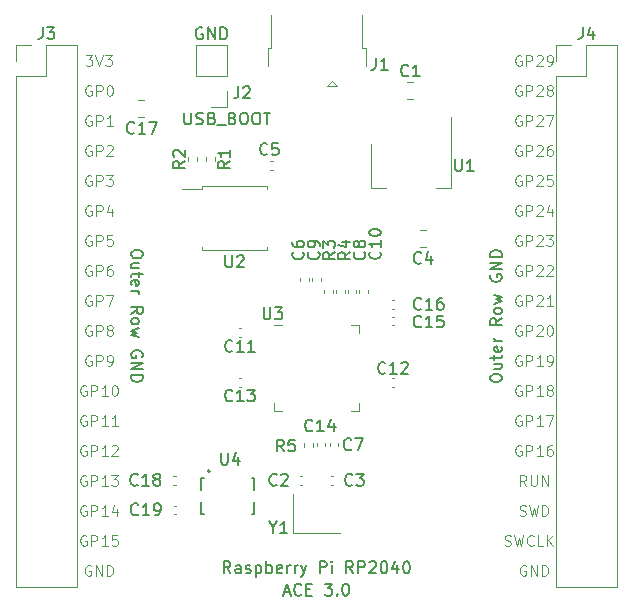
<source format=gbr>
G04 #@! TF.GenerationSoftware,KiCad,Pcbnew,8.0.1*
G04 #@! TF.CreationDate,2024-04-16T23:47:22-05:00*
G04 #@! TF.ProjectId,RP2040_minimal_r2,52503230-3430-45f6-9d69-6e696d616c5f,REV2*
G04 #@! TF.SameCoordinates,Original*
G04 #@! TF.FileFunction,Legend,Top*
G04 #@! TF.FilePolarity,Positive*
%FSLAX46Y46*%
G04 Gerber Fmt 4.6, Leading zero omitted, Abs format (unit mm)*
G04 Created by KiCad (PCBNEW 8.0.1) date 2024-04-16 23:47:22*
%MOMM*%
%LPD*%
G01*
G04 APERTURE LIST*
%ADD10C,0.100000*%
%ADD11C,0.150000*%
%ADD12C,0.120000*%
%ADD13C,0.127000*%
%ADD14C,0.200000*%
G04 APERTURE END LIST*
D10*
X80942143Y-78634014D02*
X80856429Y-78591157D01*
X80856429Y-78591157D02*
X80727857Y-78591157D01*
X80727857Y-78591157D02*
X80599286Y-78634014D01*
X80599286Y-78634014D02*
X80513571Y-78719728D01*
X80513571Y-78719728D02*
X80470714Y-78805442D01*
X80470714Y-78805442D02*
X80427857Y-78976871D01*
X80427857Y-78976871D02*
X80427857Y-79105442D01*
X80427857Y-79105442D02*
X80470714Y-79276871D01*
X80470714Y-79276871D02*
X80513571Y-79362585D01*
X80513571Y-79362585D02*
X80599286Y-79448300D01*
X80599286Y-79448300D02*
X80727857Y-79491157D01*
X80727857Y-79491157D02*
X80813571Y-79491157D01*
X80813571Y-79491157D02*
X80942143Y-79448300D01*
X80942143Y-79448300D02*
X80985000Y-79405442D01*
X80985000Y-79405442D02*
X80985000Y-79105442D01*
X80985000Y-79105442D02*
X80813571Y-79105442D01*
X81370714Y-79491157D02*
X81370714Y-78591157D01*
X81370714Y-78591157D02*
X81713571Y-78591157D01*
X81713571Y-78591157D02*
X81799286Y-78634014D01*
X81799286Y-78634014D02*
X81842143Y-78676871D01*
X81842143Y-78676871D02*
X81885000Y-78762585D01*
X81885000Y-78762585D02*
X81885000Y-78891157D01*
X81885000Y-78891157D02*
X81842143Y-78976871D01*
X81842143Y-78976871D02*
X81799286Y-79019728D01*
X81799286Y-79019728D02*
X81713571Y-79062585D01*
X81713571Y-79062585D02*
X81370714Y-79062585D01*
X82742143Y-79491157D02*
X82227857Y-79491157D01*
X82485000Y-79491157D02*
X82485000Y-78591157D01*
X82485000Y-78591157D02*
X82399286Y-78719728D01*
X82399286Y-78719728D02*
X82313571Y-78805442D01*
X82313571Y-78805442D02*
X82227857Y-78848300D01*
X80942143Y-81174014D02*
X80856429Y-81131157D01*
X80856429Y-81131157D02*
X80727857Y-81131157D01*
X80727857Y-81131157D02*
X80599286Y-81174014D01*
X80599286Y-81174014D02*
X80513571Y-81259728D01*
X80513571Y-81259728D02*
X80470714Y-81345442D01*
X80470714Y-81345442D02*
X80427857Y-81516871D01*
X80427857Y-81516871D02*
X80427857Y-81645442D01*
X80427857Y-81645442D02*
X80470714Y-81816871D01*
X80470714Y-81816871D02*
X80513571Y-81902585D01*
X80513571Y-81902585D02*
X80599286Y-81988300D01*
X80599286Y-81988300D02*
X80727857Y-82031157D01*
X80727857Y-82031157D02*
X80813571Y-82031157D01*
X80813571Y-82031157D02*
X80942143Y-81988300D01*
X80942143Y-81988300D02*
X80985000Y-81945442D01*
X80985000Y-81945442D02*
X80985000Y-81645442D01*
X80985000Y-81645442D02*
X80813571Y-81645442D01*
X81370714Y-82031157D02*
X81370714Y-81131157D01*
X81370714Y-81131157D02*
X81713571Y-81131157D01*
X81713571Y-81131157D02*
X81799286Y-81174014D01*
X81799286Y-81174014D02*
X81842143Y-81216871D01*
X81842143Y-81216871D02*
X81885000Y-81302585D01*
X81885000Y-81302585D02*
X81885000Y-81431157D01*
X81885000Y-81431157D02*
X81842143Y-81516871D01*
X81842143Y-81516871D02*
X81799286Y-81559728D01*
X81799286Y-81559728D02*
X81713571Y-81602585D01*
X81713571Y-81602585D02*
X81370714Y-81602585D01*
X82227857Y-81216871D02*
X82270714Y-81174014D01*
X82270714Y-81174014D02*
X82356429Y-81131157D01*
X82356429Y-81131157D02*
X82570714Y-81131157D01*
X82570714Y-81131157D02*
X82656429Y-81174014D01*
X82656429Y-81174014D02*
X82699286Y-81216871D01*
X82699286Y-81216871D02*
X82742143Y-81302585D01*
X82742143Y-81302585D02*
X82742143Y-81388300D01*
X82742143Y-81388300D02*
X82699286Y-81516871D01*
X82699286Y-81516871D02*
X82185000Y-82031157D01*
X82185000Y-82031157D02*
X82742143Y-82031157D01*
X80942143Y-83714014D02*
X80856429Y-83671157D01*
X80856429Y-83671157D02*
X80727857Y-83671157D01*
X80727857Y-83671157D02*
X80599286Y-83714014D01*
X80599286Y-83714014D02*
X80513571Y-83799728D01*
X80513571Y-83799728D02*
X80470714Y-83885442D01*
X80470714Y-83885442D02*
X80427857Y-84056871D01*
X80427857Y-84056871D02*
X80427857Y-84185442D01*
X80427857Y-84185442D02*
X80470714Y-84356871D01*
X80470714Y-84356871D02*
X80513571Y-84442585D01*
X80513571Y-84442585D02*
X80599286Y-84528300D01*
X80599286Y-84528300D02*
X80727857Y-84571157D01*
X80727857Y-84571157D02*
X80813571Y-84571157D01*
X80813571Y-84571157D02*
X80942143Y-84528300D01*
X80942143Y-84528300D02*
X80985000Y-84485442D01*
X80985000Y-84485442D02*
X80985000Y-84185442D01*
X80985000Y-84185442D02*
X80813571Y-84185442D01*
X81370714Y-84571157D02*
X81370714Y-83671157D01*
X81370714Y-83671157D02*
X81713571Y-83671157D01*
X81713571Y-83671157D02*
X81799286Y-83714014D01*
X81799286Y-83714014D02*
X81842143Y-83756871D01*
X81842143Y-83756871D02*
X81885000Y-83842585D01*
X81885000Y-83842585D02*
X81885000Y-83971157D01*
X81885000Y-83971157D02*
X81842143Y-84056871D01*
X81842143Y-84056871D02*
X81799286Y-84099728D01*
X81799286Y-84099728D02*
X81713571Y-84142585D01*
X81713571Y-84142585D02*
X81370714Y-84142585D01*
X82185000Y-83671157D02*
X82742143Y-83671157D01*
X82742143Y-83671157D02*
X82442143Y-84014014D01*
X82442143Y-84014014D02*
X82570714Y-84014014D01*
X82570714Y-84014014D02*
X82656429Y-84056871D01*
X82656429Y-84056871D02*
X82699286Y-84099728D01*
X82699286Y-84099728D02*
X82742143Y-84185442D01*
X82742143Y-84185442D02*
X82742143Y-84399728D01*
X82742143Y-84399728D02*
X82699286Y-84485442D01*
X82699286Y-84485442D02*
X82656429Y-84528300D01*
X82656429Y-84528300D02*
X82570714Y-84571157D01*
X82570714Y-84571157D02*
X82313571Y-84571157D01*
X82313571Y-84571157D02*
X82227857Y-84528300D01*
X82227857Y-84528300D02*
X82185000Y-84485442D01*
X80942143Y-86254014D02*
X80856429Y-86211157D01*
X80856429Y-86211157D02*
X80727857Y-86211157D01*
X80727857Y-86211157D02*
X80599286Y-86254014D01*
X80599286Y-86254014D02*
X80513571Y-86339728D01*
X80513571Y-86339728D02*
X80470714Y-86425442D01*
X80470714Y-86425442D02*
X80427857Y-86596871D01*
X80427857Y-86596871D02*
X80427857Y-86725442D01*
X80427857Y-86725442D02*
X80470714Y-86896871D01*
X80470714Y-86896871D02*
X80513571Y-86982585D01*
X80513571Y-86982585D02*
X80599286Y-87068300D01*
X80599286Y-87068300D02*
X80727857Y-87111157D01*
X80727857Y-87111157D02*
X80813571Y-87111157D01*
X80813571Y-87111157D02*
X80942143Y-87068300D01*
X80942143Y-87068300D02*
X80985000Y-87025442D01*
X80985000Y-87025442D02*
X80985000Y-86725442D01*
X80985000Y-86725442D02*
X80813571Y-86725442D01*
X81370714Y-87111157D02*
X81370714Y-86211157D01*
X81370714Y-86211157D02*
X81713571Y-86211157D01*
X81713571Y-86211157D02*
X81799286Y-86254014D01*
X81799286Y-86254014D02*
X81842143Y-86296871D01*
X81842143Y-86296871D02*
X81885000Y-86382585D01*
X81885000Y-86382585D02*
X81885000Y-86511157D01*
X81885000Y-86511157D02*
X81842143Y-86596871D01*
X81842143Y-86596871D02*
X81799286Y-86639728D01*
X81799286Y-86639728D02*
X81713571Y-86682585D01*
X81713571Y-86682585D02*
X81370714Y-86682585D01*
X82656429Y-86511157D02*
X82656429Y-87111157D01*
X82442143Y-86168300D02*
X82227857Y-86811157D01*
X82227857Y-86811157D02*
X82785000Y-86811157D01*
X80942143Y-88794014D02*
X80856429Y-88751157D01*
X80856429Y-88751157D02*
X80727857Y-88751157D01*
X80727857Y-88751157D02*
X80599286Y-88794014D01*
X80599286Y-88794014D02*
X80513571Y-88879728D01*
X80513571Y-88879728D02*
X80470714Y-88965442D01*
X80470714Y-88965442D02*
X80427857Y-89136871D01*
X80427857Y-89136871D02*
X80427857Y-89265442D01*
X80427857Y-89265442D02*
X80470714Y-89436871D01*
X80470714Y-89436871D02*
X80513571Y-89522585D01*
X80513571Y-89522585D02*
X80599286Y-89608300D01*
X80599286Y-89608300D02*
X80727857Y-89651157D01*
X80727857Y-89651157D02*
X80813571Y-89651157D01*
X80813571Y-89651157D02*
X80942143Y-89608300D01*
X80942143Y-89608300D02*
X80985000Y-89565442D01*
X80985000Y-89565442D02*
X80985000Y-89265442D01*
X80985000Y-89265442D02*
X80813571Y-89265442D01*
X81370714Y-89651157D02*
X81370714Y-88751157D01*
X81370714Y-88751157D02*
X81713571Y-88751157D01*
X81713571Y-88751157D02*
X81799286Y-88794014D01*
X81799286Y-88794014D02*
X81842143Y-88836871D01*
X81842143Y-88836871D02*
X81885000Y-88922585D01*
X81885000Y-88922585D02*
X81885000Y-89051157D01*
X81885000Y-89051157D02*
X81842143Y-89136871D01*
X81842143Y-89136871D02*
X81799286Y-89179728D01*
X81799286Y-89179728D02*
X81713571Y-89222585D01*
X81713571Y-89222585D02*
X81370714Y-89222585D01*
X82699286Y-88751157D02*
X82270714Y-88751157D01*
X82270714Y-88751157D02*
X82227857Y-89179728D01*
X82227857Y-89179728D02*
X82270714Y-89136871D01*
X82270714Y-89136871D02*
X82356429Y-89094014D01*
X82356429Y-89094014D02*
X82570714Y-89094014D01*
X82570714Y-89094014D02*
X82656429Y-89136871D01*
X82656429Y-89136871D02*
X82699286Y-89179728D01*
X82699286Y-89179728D02*
X82742143Y-89265442D01*
X82742143Y-89265442D02*
X82742143Y-89479728D01*
X82742143Y-89479728D02*
X82699286Y-89565442D01*
X82699286Y-89565442D02*
X82656429Y-89608300D01*
X82656429Y-89608300D02*
X82570714Y-89651157D01*
X82570714Y-89651157D02*
X82356429Y-89651157D01*
X82356429Y-89651157D02*
X82270714Y-89608300D01*
X82270714Y-89608300D02*
X82227857Y-89565442D01*
X80942143Y-91334014D02*
X80856429Y-91291157D01*
X80856429Y-91291157D02*
X80727857Y-91291157D01*
X80727857Y-91291157D02*
X80599286Y-91334014D01*
X80599286Y-91334014D02*
X80513571Y-91419728D01*
X80513571Y-91419728D02*
X80470714Y-91505442D01*
X80470714Y-91505442D02*
X80427857Y-91676871D01*
X80427857Y-91676871D02*
X80427857Y-91805442D01*
X80427857Y-91805442D02*
X80470714Y-91976871D01*
X80470714Y-91976871D02*
X80513571Y-92062585D01*
X80513571Y-92062585D02*
X80599286Y-92148300D01*
X80599286Y-92148300D02*
X80727857Y-92191157D01*
X80727857Y-92191157D02*
X80813571Y-92191157D01*
X80813571Y-92191157D02*
X80942143Y-92148300D01*
X80942143Y-92148300D02*
X80985000Y-92105442D01*
X80985000Y-92105442D02*
X80985000Y-91805442D01*
X80985000Y-91805442D02*
X80813571Y-91805442D01*
X81370714Y-92191157D02*
X81370714Y-91291157D01*
X81370714Y-91291157D02*
X81713571Y-91291157D01*
X81713571Y-91291157D02*
X81799286Y-91334014D01*
X81799286Y-91334014D02*
X81842143Y-91376871D01*
X81842143Y-91376871D02*
X81885000Y-91462585D01*
X81885000Y-91462585D02*
X81885000Y-91591157D01*
X81885000Y-91591157D02*
X81842143Y-91676871D01*
X81842143Y-91676871D02*
X81799286Y-91719728D01*
X81799286Y-91719728D02*
X81713571Y-91762585D01*
X81713571Y-91762585D02*
X81370714Y-91762585D01*
X82656429Y-91291157D02*
X82485000Y-91291157D01*
X82485000Y-91291157D02*
X82399286Y-91334014D01*
X82399286Y-91334014D02*
X82356429Y-91376871D01*
X82356429Y-91376871D02*
X82270714Y-91505442D01*
X82270714Y-91505442D02*
X82227857Y-91676871D01*
X82227857Y-91676871D02*
X82227857Y-92019728D01*
X82227857Y-92019728D02*
X82270714Y-92105442D01*
X82270714Y-92105442D02*
X82313571Y-92148300D01*
X82313571Y-92148300D02*
X82399286Y-92191157D01*
X82399286Y-92191157D02*
X82570714Y-92191157D01*
X82570714Y-92191157D02*
X82656429Y-92148300D01*
X82656429Y-92148300D02*
X82699286Y-92105442D01*
X82699286Y-92105442D02*
X82742143Y-92019728D01*
X82742143Y-92019728D02*
X82742143Y-91805442D01*
X82742143Y-91805442D02*
X82699286Y-91719728D01*
X82699286Y-91719728D02*
X82656429Y-91676871D01*
X82656429Y-91676871D02*
X82570714Y-91634014D01*
X82570714Y-91634014D02*
X82399286Y-91634014D01*
X82399286Y-91634014D02*
X82313571Y-91676871D01*
X82313571Y-91676871D02*
X82270714Y-91719728D01*
X82270714Y-91719728D02*
X82227857Y-91805442D01*
X80942143Y-93874014D02*
X80856429Y-93831157D01*
X80856429Y-93831157D02*
X80727857Y-93831157D01*
X80727857Y-93831157D02*
X80599286Y-93874014D01*
X80599286Y-93874014D02*
X80513571Y-93959728D01*
X80513571Y-93959728D02*
X80470714Y-94045442D01*
X80470714Y-94045442D02*
X80427857Y-94216871D01*
X80427857Y-94216871D02*
X80427857Y-94345442D01*
X80427857Y-94345442D02*
X80470714Y-94516871D01*
X80470714Y-94516871D02*
X80513571Y-94602585D01*
X80513571Y-94602585D02*
X80599286Y-94688300D01*
X80599286Y-94688300D02*
X80727857Y-94731157D01*
X80727857Y-94731157D02*
X80813571Y-94731157D01*
X80813571Y-94731157D02*
X80942143Y-94688300D01*
X80942143Y-94688300D02*
X80985000Y-94645442D01*
X80985000Y-94645442D02*
X80985000Y-94345442D01*
X80985000Y-94345442D02*
X80813571Y-94345442D01*
X81370714Y-94731157D02*
X81370714Y-93831157D01*
X81370714Y-93831157D02*
X81713571Y-93831157D01*
X81713571Y-93831157D02*
X81799286Y-93874014D01*
X81799286Y-93874014D02*
X81842143Y-93916871D01*
X81842143Y-93916871D02*
X81885000Y-94002585D01*
X81885000Y-94002585D02*
X81885000Y-94131157D01*
X81885000Y-94131157D02*
X81842143Y-94216871D01*
X81842143Y-94216871D02*
X81799286Y-94259728D01*
X81799286Y-94259728D02*
X81713571Y-94302585D01*
X81713571Y-94302585D02*
X81370714Y-94302585D01*
X82185000Y-93831157D02*
X82785000Y-93831157D01*
X82785000Y-93831157D02*
X82399286Y-94731157D01*
X80942143Y-96414014D02*
X80856429Y-96371157D01*
X80856429Y-96371157D02*
X80727857Y-96371157D01*
X80727857Y-96371157D02*
X80599286Y-96414014D01*
X80599286Y-96414014D02*
X80513571Y-96499728D01*
X80513571Y-96499728D02*
X80470714Y-96585442D01*
X80470714Y-96585442D02*
X80427857Y-96756871D01*
X80427857Y-96756871D02*
X80427857Y-96885442D01*
X80427857Y-96885442D02*
X80470714Y-97056871D01*
X80470714Y-97056871D02*
X80513571Y-97142585D01*
X80513571Y-97142585D02*
X80599286Y-97228300D01*
X80599286Y-97228300D02*
X80727857Y-97271157D01*
X80727857Y-97271157D02*
X80813571Y-97271157D01*
X80813571Y-97271157D02*
X80942143Y-97228300D01*
X80942143Y-97228300D02*
X80985000Y-97185442D01*
X80985000Y-97185442D02*
X80985000Y-96885442D01*
X80985000Y-96885442D02*
X80813571Y-96885442D01*
X81370714Y-97271157D02*
X81370714Y-96371157D01*
X81370714Y-96371157D02*
X81713571Y-96371157D01*
X81713571Y-96371157D02*
X81799286Y-96414014D01*
X81799286Y-96414014D02*
X81842143Y-96456871D01*
X81842143Y-96456871D02*
X81885000Y-96542585D01*
X81885000Y-96542585D02*
X81885000Y-96671157D01*
X81885000Y-96671157D02*
X81842143Y-96756871D01*
X81842143Y-96756871D02*
X81799286Y-96799728D01*
X81799286Y-96799728D02*
X81713571Y-96842585D01*
X81713571Y-96842585D02*
X81370714Y-96842585D01*
X82399286Y-96756871D02*
X82313571Y-96714014D01*
X82313571Y-96714014D02*
X82270714Y-96671157D01*
X82270714Y-96671157D02*
X82227857Y-96585442D01*
X82227857Y-96585442D02*
X82227857Y-96542585D01*
X82227857Y-96542585D02*
X82270714Y-96456871D01*
X82270714Y-96456871D02*
X82313571Y-96414014D01*
X82313571Y-96414014D02*
X82399286Y-96371157D01*
X82399286Y-96371157D02*
X82570714Y-96371157D01*
X82570714Y-96371157D02*
X82656429Y-96414014D01*
X82656429Y-96414014D02*
X82699286Y-96456871D01*
X82699286Y-96456871D02*
X82742143Y-96542585D01*
X82742143Y-96542585D02*
X82742143Y-96585442D01*
X82742143Y-96585442D02*
X82699286Y-96671157D01*
X82699286Y-96671157D02*
X82656429Y-96714014D01*
X82656429Y-96714014D02*
X82570714Y-96756871D01*
X82570714Y-96756871D02*
X82399286Y-96756871D01*
X82399286Y-96756871D02*
X82313571Y-96799728D01*
X82313571Y-96799728D02*
X82270714Y-96842585D01*
X82270714Y-96842585D02*
X82227857Y-96928300D01*
X82227857Y-96928300D02*
X82227857Y-97099728D01*
X82227857Y-97099728D02*
X82270714Y-97185442D01*
X82270714Y-97185442D02*
X82313571Y-97228300D01*
X82313571Y-97228300D02*
X82399286Y-97271157D01*
X82399286Y-97271157D02*
X82570714Y-97271157D01*
X82570714Y-97271157D02*
X82656429Y-97228300D01*
X82656429Y-97228300D02*
X82699286Y-97185442D01*
X82699286Y-97185442D02*
X82742143Y-97099728D01*
X82742143Y-97099728D02*
X82742143Y-96928300D01*
X82742143Y-96928300D02*
X82699286Y-96842585D01*
X82699286Y-96842585D02*
X82656429Y-96799728D01*
X82656429Y-96799728D02*
X82570714Y-96756871D01*
X80942143Y-98954014D02*
X80856429Y-98911157D01*
X80856429Y-98911157D02*
X80727857Y-98911157D01*
X80727857Y-98911157D02*
X80599286Y-98954014D01*
X80599286Y-98954014D02*
X80513571Y-99039728D01*
X80513571Y-99039728D02*
X80470714Y-99125442D01*
X80470714Y-99125442D02*
X80427857Y-99296871D01*
X80427857Y-99296871D02*
X80427857Y-99425442D01*
X80427857Y-99425442D02*
X80470714Y-99596871D01*
X80470714Y-99596871D02*
X80513571Y-99682585D01*
X80513571Y-99682585D02*
X80599286Y-99768300D01*
X80599286Y-99768300D02*
X80727857Y-99811157D01*
X80727857Y-99811157D02*
X80813571Y-99811157D01*
X80813571Y-99811157D02*
X80942143Y-99768300D01*
X80942143Y-99768300D02*
X80985000Y-99725442D01*
X80985000Y-99725442D02*
X80985000Y-99425442D01*
X80985000Y-99425442D02*
X80813571Y-99425442D01*
X81370714Y-99811157D02*
X81370714Y-98911157D01*
X81370714Y-98911157D02*
X81713571Y-98911157D01*
X81713571Y-98911157D02*
X81799286Y-98954014D01*
X81799286Y-98954014D02*
X81842143Y-98996871D01*
X81842143Y-98996871D02*
X81885000Y-99082585D01*
X81885000Y-99082585D02*
X81885000Y-99211157D01*
X81885000Y-99211157D02*
X81842143Y-99296871D01*
X81842143Y-99296871D02*
X81799286Y-99339728D01*
X81799286Y-99339728D02*
X81713571Y-99382585D01*
X81713571Y-99382585D02*
X81370714Y-99382585D01*
X82313571Y-99811157D02*
X82485000Y-99811157D01*
X82485000Y-99811157D02*
X82570714Y-99768300D01*
X82570714Y-99768300D02*
X82613571Y-99725442D01*
X82613571Y-99725442D02*
X82699286Y-99596871D01*
X82699286Y-99596871D02*
X82742143Y-99425442D01*
X82742143Y-99425442D02*
X82742143Y-99082585D01*
X82742143Y-99082585D02*
X82699286Y-98996871D01*
X82699286Y-98996871D02*
X82656429Y-98954014D01*
X82656429Y-98954014D02*
X82570714Y-98911157D01*
X82570714Y-98911157D02*
X82399286Y-98911157D01*
X82399286Y-98911157D02*
X82313571Y-98954014D01*
X82313571Y-98954014D02*
X82270714Y-98996871D01*
X82270714Y-98996871D02*
X82227857Y-99082585D01*
X82227857Y-99082585D02*
X82227857Y-99296871D01*
X82227857Y-99296871D02*
X82270714Y-99382585D01*
X82270714Y-99382585D02*
X82313571Y-99425442D01*
X82313571Y-99425442D02*
X82399286Y-99468300D01*
X82399286Y-99468300D02*
X82570714Y-99468300D01*
X82570714Y-99468300D02*
X82656429Y-99425442D01*
X82656429Y-99425442D02*
X82699286Y-99382585D01*
X82699286Y-99382585D02*
X82742143Y-99296871D01*
X80513571Y-104034014D02*
X80427857Y-103991157D01*
X80427857Y-103991157D02*
X80299285Y-103991157D01*
X80299285Y-103991157D02*
X80170714Y-104034014D01*
X80170714Y-104034014D02*
X80084999Y-104119728D01*
X80084999Y-104119728D02*
X80042142Y-104205442D01*
X80042142Y-104205442D02*
X79999285Y-104376871D01*
X79999285Y-104376871D02*
X79999285Y-104505442D01*
X79999285Y-104505442D02*
X80042142Y-104676871D01*
X80042142Y-104676871D02*
X80084999Y-104762585D01*
X80084999Y-104762585D02*
X80170714Y-104848300D01*
X80170714Y-104848300D02*
X80299285Y-104891157D01*
X80299285Y-104891157D02*
X80384999Y-104891157D01*
X80384999Y-104891157D02*
X80513571Y-104848300D01*
X80513571Y-104848300D02*
X80556428Y-104805442D01*
X80556428Y-104805442D02*
X80556428Y-104505442D01*
X80556428Y-104505442D02*
X80384999Y-104505442D01*
X80942142Y-104891157D02*
X80942142Y-103991157D01*
X80942142Y-103991157D02*
X81284999Y-103991157D01*
X81284999Y-103991157D02*
X81370714Y-104034014D01*
X81370714Y-104034014D02*
X81413571Y-104076871D01*
X81413571Y-104076871D02*
X81456428Y-104162585D01*
X81456428Y-104162585D02*
X81456428Y-104291157D01*
X81456428Y-104291157D02*
X81413571Y-104376871D01*
X81413571Y-104376871D02*
X81370714Y-104419728D01*
X81370714Y-104419728D02*
X81284999Y-104462585D01*
X81284999Y-104462585D02*
X80942142Y-104462585D01*
X82313571Y-104891157D02*
X81799285Y-104891157D01*
X82056428Y-104891157D02*
X82056428Y-103991157D01*
X82056428Y-103991157D02*
X81970714Y-104119728D01*
X81970714Y-104119728D02*
X81884999Y-104205442D01*
X81884999Y-104205442D02*
X81799285Y-104248300D01*
X83170714Y-104891157D02*
X82656428Y-104891157D01*
X82913571Y-104891157D02*
X82913571Y-103991157D01*
X82913571Y-103991157D02*
X82827857Y-104119728D01*
X82827857Y-104119728D02*
X82742142Y-104205442D01*
X82742142Y-104205442D02*
X82656428Y-104248300D01*
X80513571Y-101494014D02*
X80427857Y-101451157D01*
X80427857Y-101451157D02*
X80299285Y-101451157D01*
X80299285Y-101451157D02*
X80170714Y-101494014D01*
X80170714Y-101494014D02*
X80084999Y-101579728D01*
X80084999Y-101579728D02*
X80042142Y-101665442D01*
X80042142Y-101665442D02*
X79999285Y-101836871D01*
X79999285Y-101836871D02*
X79999285Y-101965442D01*
X79999285Y-101965442D02*
X80042142Y-102136871D01*
X80042142Y-102136871D02*
X80084999Y-102222585D01*
X80084999Y-102222585D02*
X80170714Y-102308300D01*
X80170714Y-102308300D02*
X80299285Y-102351157D01*
X80299285Y-102351157D02*
X80384999Y-102351157D01*
X80384999Y-102351157D02*
X80513571Y-102308300D01*
X80513571Y-102308300D02*
X80556428Y-102265442D01*
X80556428Y-102265442D02*
X80556428Y-101965442D01*
X80556428Y-101965442D02*
X80384999Y-101965442D01*
X80942142Y-102351157D02*
X80942142Y-101451157D01*
X80942142Y-101451157D02*
X81284999Y-101451157D01*
X81284999Y-101451157D02*
X81370714Y-101494014D01*
X81370714Y-101494014D02*
X81413571Y-101536871D01*
X81413571Y-101536871D02*
X81456428Y-101622585D01*
X81456428Y-101622585D02*
X81456428Y-101751157D01*
X81456428Y-101751157D02*
X81413571Y-101836871D01*
X81413571Y-101836871D02*
X81370714Y-101879728D01*
X81370714Y-101879728D02*
X81284999Y-101922585D01*
X81284999Y-101922585D02*
X80942142Y-101922585D01*
X82313571Y-102351157D02*
X81799285Y-102351157D01*
X82056428Y-102351157D02*
X82056428Y-101451157D01*
X82056428Y-101451157D02*
X81970714Y-101579728D01*
X81970714Y-101579728D02*
X81884999Y-101665442D01*
X81884999Y-101665442D02*
X81799285Y-101708300D01*
X82870714Y-101451157D02*
X82956428Y-101451157D01*
X82956428Y-101451157D02*
X83042142Y-101494014D01*
X83042142Y-101494014D02*
X83085000Y-101536871D01*
X83085000Y-101536871D02*
X83127857Y-101622585D01*
X83127857Y-101622585D02*
X83170714Y-101794014D01*
X83170714Y-101794014D02*
X83170714Y-102008300D01*
X83170714Y-102008300D02*
X83127857Y-102179728D01*
X83127857Y-102179728D02*
X83085000Y-102265442D01*
X83085000Y-102265442D02*
X83042142Y-102308300D01*
X83042142Y-102308300D02*
X82956428Y-102351157D01*
X82956428Y-102351157D02*
X82870714Y-102351157D01*
X82870714Y-102351157D02*
X82785000Y-102308300D01*
X82785000Y-102308300D02*
X82742142Y-102265442D01*
X82742142Y-102265442D02*
X82699285Y-102179728D01*
X82699285Y-102179728D02*
X82656428Y-102008300D01*
X82656428Y-102008300D02*
X82656428Y-101794014D01*
X82656428Y-101794014D02*
X82699285Y-101622585D01*
X82699285Y-101622585D02*
X82742142Y-101536871D01*
X82742142Y-101536871D02*
X82785000Y-101494014D01*
X82785000Y-101494014D02*
X82870714Y-101451157D01*
X80513571Y-106574014D02*
X80427857Y-106531157D01*
X80427857Y-106531157D02*
X80299285Y-106531157D01*
X80299285Y-106531157D02*
X80170714Y-106574014D01*
X80170714Y-106574014D02*
X80084999Y-106659728D01*
X80084999Y-106659728D02*
X80042142Y-106745442D01*
X80042142Y-106745442D02*
X79999285Y-106916871D01*
X79999285Y-106916871D02*
X79999285Y-107045442D01*
X79999285Y-107045442D02*
X80042142Y-107216871D01*
X80042142Y-107216871D02*
X80084999Y-107302585D01*
X80084999Y-107302585D02*
X80170714Y-107388300D01*
X80170714Y-107388300D02*
X80299285Y-107431157D01*
X80299285Y-107431157D02*
X80384999Y-107431157D01*
X80384999Y-107431157D02*
X80513571Y-107388300D01*
X80513571Y-107388300D02*
X80556428Y-107345442D01*
X80556428Y-107345442D02*
X80556428Y-107045442D01*
X80556428Y-107045442D02*
X80384999Y-107045442D01*
X80942142Y-107431157D02*
X80942142Y-106531157D01*
X80942142Y-106531157D02*
X81284999Y-106531157D01*
X81284999Y-106531157D02*
X81370714Y-106574014D01*
X81370714Y-106574014D02*
X81413571Y-106616871D01*
X81413571Y-106616871D02*
X81456428Y-106702585D01*
X81456428Y-106702585D02*
X81456428Y-106831157D01*
X81456428Y-106831157D02*
X81413571Y-106916871D01*
X81413571Y-106916871D02*
X81370714Y-106959728D01*
X81370714Y-106959728D02*
X81284999Y-107002585D01*
X81284999Y-107002585D02*
X80942142Y-107002585D01*
X82313571Y-107431157D02*
X81799285Y-107431157D01*
X82056428Y-107431157D02*
X82056428Y-106531157D01*
X82056428Y-106531157D02*
X81970714Y-106659728D01*
X81970714Y-106659728D02*
X81884999Y-106745442D01*
X81884999Y-106745442D02*
X81799285Y-106788300D01*
X82656428Y-106616871D02*
X82699285Y-106574014D01*
X82699285Y-106574014D02*
X82785000Y-106531157D01*
X82785000Y-106531157D02*
X82999285Y-106531157D01*
X82999285Y-106531157D02*
X83085000Y-106574014D01*
X83085000Y-106574014D02*
X83127857Y-106616871D01*
X83127857Y-106616871D02*
X83170714Y-106702585D01*
X83170714Y-106702585D02*
X83170714Y-106788300D01*
X83170714Y-106788300D02*
X83127857Y-106916871D01*
X83127857Y-106916871D02*
X82613571Y-107431157D01*
X82613571Y-107431157D02*
X83170714Y-107431157D01*
X80513571Y-109114014D02*
X80427857Y-109071157D01*
X80427857Y-109071157D02*
X80299285Y-109071157D01*
X80299285Y-109071157D02*
X80170714Y-109114014D01*
X80170714Y-109114014D02*
X80084999Y-109199728D01*
X80084999Y-109199728D02*
X80042142Y-109285442D01*
X80042142Y-109285442D02*
X79999285Y-109456871D01*
X79999285Y-109456871D02*
X79999285Y-109585442D01*
X79999285Y-109585442D02*
X80042142Y-109756871D01*
X80042142Y-109756871D02*
X80084999Y-109842585D01*
X80084999Y-109842585D02*
X80170714Y-109928300D01*
X80170714Y-109928300D02*
X80299285Y-109971157D01*
X80299285Y-109971157D02*
X80384999Y-109971157D01*
X80384999Y-109971157D02*
X80513571Y-109928300D01*
X80513571Y-109928300D02*
X80556428Y-109885442D01*
X80556428Y-109885442D02*
X80556428Y-109585442D01*
X80556428Y-109585442D02*
X80384999Y-109585442D01*
X80942142Y-109971157D02*
X80942142Y-109071157D01*
X80942142Y-109071157D02*
X81284999Y-109071157D01*
X81284999Y-109071157D02*
X81370714Y-109114014D01*
X81370714Y-109114014D02*
X81413571Y-109156871D01*
X81413571Y-109156871D02*
X81456428Y-109242585D01*
X81456428Y-109242585D02*
X81456428Y-109371157D01*
X81456428Y-109371157D02*
X81413571Y-109456871D01*
X81413571Y-109456871D02*
X81370714Y-109499728D01*
X81370714Y-109499728D02*
X81284999Y-109542585D01*
X81284999Y-109542585D02*
X80942142Y-109542585D01*
X82313571Y-109971157D02*
X81799285Y-109971157D01*
X82056428Y-109971157D02*
X82056428Y-109071157D01*
X82056428Y-109071157D02*
X81970714Y-109199728D01*
X81970714Y-109199728D02*
X81884999Y-109285442D01*
X81884999Y-109285442D02*
X81799285Y-109328300D01*
X82613571Y-109071157D02*
X83170714Y-109071157D01*
X83170714Y-109071157D02*
X82870714Y-109414014D01*
X82870714Y-109414014D02*
X82999285Y-109414014D01*
X82999285Y-109414014D02*
X83085000Y-109456871D01*
X83085000Y-109456871D02*
X83127857Y-109499728D01*
X83127857Y-109499728D02*
X83170714Y-109585442D01*
X83170714Y-109585442D02*
X83170714Y-109799728D01*
X83170714Y-109799728D02*
X83127857Y-109885442D01*
X83127857Y-109885442D02*
X83085000Y-109928300D01*
X83085000Y-109928300D02*
X82999285Y-109971157D01*
X82999285Y-109971157D02*
X82742142Y-109971157D01*
X82742142Y-109971157D02*
X82656428Y-109928300D01*
X82656428Y-109928300D02*
X82613571Y-109885442D01*
X80513571Y-114194014D02*
X80427857Y-114151157D01*
X80427857Y-114151157D02*
X80299285Y-114151157D01*
X80299285Y-114151157D02*
X80170714Y-114194014D01*
X80170714Y-114194014D02*
X80084999Y-114279728D01*
X80084999Y-114279728D02*
X80042142Y-114365442D01*
X80042142Y-114365442D02*
X79999285Y-114536871D01*
X79999285Y-114536871D02*
X79999285Y-114665442D01*
X79999285Y-114665442D02*
X80042142Y-114836871D01*
X80042142Y-114836871D02*
X80084999Y-114922585D01*
X80084999Y-114922585D02*
X80170714Y-115008300D01*
X80170714Y-115008300D02*
X80299285Y-115051157D01*
X80299285Y-115051157D02*
X80384999Y-115051157D01*
X80384999Y-115051157D02*
X80513571Y-115008300D01*
X80513571Y-115008300D02*
X80556428Y-114965442D01*
X80556428Y-114965442D02*
X80556428Y-114665442D01*
X80556428Y-114665442D02*
X80384999Y-114665442D01*
X80942142Y-115051157D02*
X80942142Y-114151157D01*
X80942142Y-114151157D02*
X81284999Y-114151157D01*
X81284999Y-114151157D02*
X81370714Y-114194014D01*
X81370714Y-114194014D02*
X81413571Y-114236871D01*
X81413571Y-114236871D02*
X81456428Y-114322585D01*
X81456428Y-114322585D02*
X81456428Y-114451157D01*
X81456428Y-114451157D02*
X81413571Y-114536871D01*
X81413571Y-114536871D02*
X81370714Y-114579728D01*
X81370714Y-114579728D02*
X81284999Y-114622585D01*
X81284999Y-114622585D02*
X80942142Y-114622585D01*
X82313571Y-115051157D02*
X81799285Y-115051157D01*
X82056428Y-115051157D02*
X82056428Y-114151157D01*
X82056428Y-114151157D02*
X81970714Y-114279728D01*
X81970714Y-114279728D02*
X81884999Y-114365442D01*
X81884999Y-114365442D02*
X81799285Y-114408300D01*
X83127857Y-114151157D02*
X82699285Y-114151157D01*
X82699285Y-114151157D02*
X82656428Y-114579728D01*
X82656428Y-114579728D02*
X82699285Y-114536871D01*
X82699285Y-114536871D02*
X82785000Y-114494014D01*
X82785000Y-114494014D02*
X82999285Y-114494014D01*
X82999285Y-114494014D02*
X83085000Y-114536871D01*
X83085000Y-114536871D02*
X83127857Y-114579728D01*
X83127857Y-114579728D02*
X83170714Y-114665442D01*
X83170714Y-114665442D02*
X83170714Y-114879728D01*
X83170714Y-114879728D02*
X83127857Y-114965442D01*
X83127857Y-114965442D02*
X83085000Y-115008300D01*
X83085000Y-115008300D02*
X82999285Y-115051157D01*
X82999285Y-115051157D02*
X82785000Y-115051157D01*
X82785000Y-115051157D02*
X82699285Y-115008300D01*
X82699285Y-115008300D02*
X82656428Y-114965442D01*
X80513571Y-111654014D02*
X80427857Y-111611157D01*
X80427857Y-111611157D02*
X80299285Y-111611157D01*
X80299285Y-111611157D02*
X80170714Y-111654014D01*
X80170714Y-111654014D02*
X80084999Y-111739728D01*
X80084999Y-111739728D02*
X80042142Y-111825442D01*
X80042142Y-111825442D02*
X79999285Y-111996871D01*
X79999285Y-111996871D02*
X79999285Y-112125442D01*
X79999285Y-112125442D02*
X80042142Y-112296871D01*
X80042142Y-112296871D02*
X80084999Y-112382585D01*
X80084999Y-112382585D02*
X80170714Y-112468300D01*
X80170714Y-112468300D02*
X80299285Y-112511157D01*
X80299285Y-112511157D02*
X80384999Y-112511157D01*
X80384999Y-112511157D02*
X80513571Y-112468300D01*
X80513571Y-112468300D02*
X80556428Y-112425442D01*
X80556428Y-112425442D02*
X80556428Y-112125442D01*
X80556428Y-112125442D02*
X80384999Y-112125442D01*
X80942142Y-112511157D02*
X80942142Y-111611157D01*
X80942142Y-111611157D02*
X81284999Y-111611157D01*
X81284999Y-111611157D02*
X81370714Y-111654014D01*
X81370714Y-111654014D02*
X81413571Y-111696871D01*
X81413571Y-111696871D02*
X81456428Y-111782585D01*
X81456428Y-111782585D02*
X81456428Y-111911157D01*
X81456428Y-111911157D02*
X81413571Y-111996871D01*
X81413571Y-111996871D02*
X81370714Y-112039728D01*
X81370714Y-112039728D02*
X81284999Y-112082585D01*
X81284999Y-112082585D02*
X80942142Y-112082585D01*
X82313571Y-112511157D02*
X81799285Y-112511157D01*
X82056428Y-112511157D02*
X82056428Y-111611157D01*
X82056428Y-111611157D02*
X81970714Y-111739728D01*
X81970714Y-111739728D02*
X81884999Y-111825442D01*
X81884999Y-111825442D02*
X81799285Y-111868300D01*
X83085000Y-111911157D02*
X83085000Y-112511157D01*
X82870714Y-111568300D02*
X82656428Y-112211157D01*
X82656428Y-112211157D02*
X83213571Y-112211157D01*
X117343571Y-76094014D02*
X117257857Y-76051157D01*
X117257857Y-76051157D02*
X117129285Y-76051157D01*
X117129285Y-76051157D02*
X117000714Y-76094014D01*
X117000714Y-76094014D02*
X116914999Y-76179728D01*
X116914999Y-76179728D02*
X116872142Y-76265442D01*
X116872142Y-76265442D02*
X116829285Y-76436871D01*
X116829285Y-76436871D02*
X116829285Y-76565442D01*
X116829285Y-76565442D02*
X116872142Y-76736871D01*
X116872142Y-76736871D02*
X116914999Y-76822585D01*
X116914999Y-76822585D02*
X117000714Y-76908300D01*
X117000714Y-76908300D02*
X117129285Y-76951157D01*
X117129285Y-76951157D02*
X117214999Y-76951157D01*
X117214999Y-76951157D02*
X117343571Y-76908300D01*
X117343571Y-76908300D02*
X117386428Y-76865442D01*
X117386428Y-76865442D02*
X117386428Y-76565442D01*
X117386428Y-76565442D02*
X117214999Y-76565442D01*
X117772142Y-76951157D02*
X117772142Y-76051157D01*
X117772142Y-76051157D02*
X118114999Y-76051157D01*
X118114999Y-76051157D02*
X118200714Y-76094014D01*
X118200714Y-76094014D02*
X118243571Y-76136871D01*
X118243571Y-76136871D02*
X118286428Y-76222585D01*
X118286428Y-76222585D02*
X118286428Y-76351157D01*
X118286428Y-76351157D02*
X118243571Y-76436871D01*
X118243571Y-76436871D02*
X118200714Y-76479728D01*
X118200714Y-76479728D02*
X118114999Y-76522585D01*
X118114999Y-76522585D02*
X117772142Y-76522585D01*
X118629285Y-76136871D02*
X118672142Y-76094014D01*
X118672142Y-76094014D02*
X118757857Y-76051157D01*
X118757857Y-76051157D02*
X118972142Y-76051157D01*
X118972142Y-76051157D02*
X119057857Y-76094014D01*
X119057857Y-76094014D02*
X119100714Y-76136871D01*
X119100714Y-76136871D02*
X119143571Y-76222585D01*
X119143571Y-76222585D02*
X119143571Y-76308300D01*
X119143571Y-76308300D02*
X119100714Y-76436871D01*
X119100714Y-76436871D02*
X118586428Y-76951157D01*
X118586428Y-76951157D02*
X119143571Y-76951157D01*
X119657857Y-76436871D02*
X119572142Y-76394014D01*
X119572142Y-76394014D02*
X119529285Y-76351157D01*
X119529285Y-76351157D02*
X119486428Y-76265442D01*
X119486428Y-76265442D02*
X119486428Y-76222585D01*
X119486428Y-76222585D02*
X119529285Y-76136871D01*
X119529285Y-76136871D02*
X119572142Y-76094014D01*
X119572142Y-76094014D02*
X119657857Y-76051157D01*
X119657857Y-76051157D02*
X119829285Y-76051157D01*
X119829285Y-76051157D02*
X119915000Y-76094014D01*
X119915000Y-76094014D02*
X119957857Y-76136871D01*
X119957857Y-76136871D02*
X120000714Y-76222585D01*
X120000714Y-76222585D02*
X120000714Y-76265442D01*
X120000714Y-76265442D02*
X119957857Y-76351157D01*
X119957857Y-76351157D02*
X119915000Y-76394014D01*
X119915000Y-76394014D02*
X119829285Y-76436871D01*
X119829285Y-76436871D02*
X119657857Y-76436871D01*
X119657857Y-76436871D02*
X119572142Y-76479728D01*
X119572142Y-76479728D02*
X119529285Y-76522585D01*
X119529285Y-76522585D02*
X119486428Y-76608300D01*
X119486428Y-76608300D02*
X119486428Y-76779728D01*
X119486428Y-76779728D02*
X119529285Y-76865442D01*
X119529285Y-76865442D02*
X119572142Y-76908300D01*
X119572142Y-76908300D02*
X119657857Y-76951157D01*
X119657857Y-76951157D02*
X119829285Y-76951157D01*
X119829285Y-76951157D02*
X119915000Y-76908300D01*
X119915000Y-76908300D02*
X119957857Y-76865442D01*
X119957857Y-76865442D02*
X120000714Y-76779728D01*
X120000714Y-76779728D02*
X120000714Y-76608300D01*
X120000714Y-76608300D02*
X119957857Y-76522585D01*
X119957857Y-76522585D02*
X119915000Y-76479728D01*
X119915000Y-76479728D02*
X119829285Y-76436871D01*
X117343571Y-78634014D02*
X117257857Y-78591157D01*
X117257857Y-78591157D02*
X117129285Y-78591157D01*
X117129285Y-78591157D02*
X117000714Y-78634014D01*
X117000714Y-78634014D02*
X116914999Y-78719728D01*
X116914999Y-78719728D02*
X116872142Y-78805442D01*
X116872142Y-78805442D02*
X116829285Y-78976871D01*
X116829285Y-78976871D02*
X116829285Y-79105442D01*
X116829285Y-79105442D02*
X116872142Y-79276871D01*
X116872142Y-79276871D02*
X116914999Y-79362585D01*
X116914999Y-79362585D02*
X117000714Y-79448300D01*
X117000714Y-79448300D02*
X117129285Y-79491157D01*
X117129285Y-79491157D02*
X117214999Y-79491157D01*
X117214999Y-79491157D02*
X117343571Y-79448300D01*
X117343571Y-79448300D02*
X117386428Y-79405442D01*
X117386428Y-79405442D02*
X117386428Y-79105442D01*
X117386428Y-79105442D02*
X117214999Y-79105442D01*
X117772142Y-79491157D02*
X117772142Y-78591157D01*
X117772142Y-78591157D02*
X118114999Y-78591157D01*
X118114999Y-78591157D02*
X118200714Y-78634014D01*
X118200714Y-78634014D02*
X118243571Y-78676871D01*
X118243571Y-78676871D02*
X118286428Y-78762585D01*
X118286428Y-78762585D02*
X118286428Y-78891157D01*
X118286428Y-78891157D02*
X118243571Y-78976871D01*
X118243571Y-78976871D02*
X118200714Y-79019728D01*
X118200714Y-79019728D02*
X118114999Y-79062585D01*
X118114999Y-79062585D02*
X117772142Y-79062585D01*
X118629285Y-78676871D02*
X118672142Y-78634014D01*
X118672142Y-78634014D02*
X118757857Y-78591157D01*
X118757857Y-78591157D02*
X118972142Y-78591157D01*
X118972142Y-78591157D02*
X119057857Y-78634014D01*
X119057857Y-78634014D02*
X119100714Y-78676871D01*
X119100714Y-78676871D02*
X119143571Y-78762585D01*
X119143571Y-78762585D02*
X119143571Y-78848300D01*
X119143571Y-78848300D02*
X119100714Y-78976871D01*
X119100714Y-78976871D02*
X118586428Y-79491157D01*
X118586428Y-79491157D02*
X119143571Y-79491157D01*
X119443571Y-78591157D02*
X120043571Y-78591157D01*
X120043571Y-78591157D02*
X119657857Y-79491157D01*
X117343571Y-81174014D02*
X117257857Y-81131157D01*
X117257857Y-81131157D02*
X117129285Y-81131157D01*
X117129285Y-81131157D02*
X117000714Y-81174014D01*
X117000714Y-81174014D02*
X116914999Y-81259728D01*
X116914999Y-81259728D02*
X116872142Y-81345442D01*
X116872142Y-81345442D02*
X116829285Y-81516871D01*
X116829285Y-81516871D02*
X116829285Y-81645442D01*
X116829285Y-81645442D02*
X116872142Y-81816871D01*
X116872142Y-81816871D02*
X116914999Y-81902585D01*
X116914999Y-81902585D02*
X117000714Y-81988300D01*
X117000714Y-81988300D02*
X117129285Y-82031157D01*
X117129285Y-82031157D02*
X117214999Y-82031157D01*
X117214999Y-82031157D02*
X117343571Y-81988300D01*
X117343571Y-81988300D02*
X117386428Y-81945442D01*
X117386428Y-81945442D02*
X117386428Y-81645442D01*
X117386428Y-81645442D02*
X117214999Y-81645442D01*
X117772142Y-82031157D02*
X117772142Y-81131157D01*
X117772142Y-81131157D02*
X118114999Y-81131157D01*
X118114999Y-81131157D02*
X118200714Y-81174014D01*
X118200714Y-81174014D02*
X118243571Y-81216871D01*
X118243571Y-81216871D02*
X118286428Y-81302585D01*
X118286428Y-81302585D02*
X118286428Y-81431157D01*
X118286428Y-81431157D02*
X118243571Y-81516871D01*
X118243571Y-81516871D02*
X118200714Y-81559728D01*
X118200714Y-81559728D02*
X118114999Y-81602585D01*
X118114999Y-81602585D02*
X117772142Y-81602585D01*
X118629285Y-81216871D02*
X118672142Y-81174014D01*
X118672142Y-81174014D02*
X118757857Y-81131157D01*
X118757857Y-81131157D02*
X118972142Y-81131157D01*
X118972142Y-81131157D02*
X119057857Y-81174014D01*
X119057857Y-81174014D02*
X119100714Y-81216871D01*
X119100714Y-81216871D02*
X119143571Y-81302585D01*
X119143571Y-81302585D02*
X119143571Y-81388300D01*
X119143571Y-81388300D02*
X119100714Y-81516871D01*
X119100714Y-81516871D02*
X118586428Y-82031157D01*
X118586428Y-82031157D02*
X119143571Y-82031157D01*
X119915000Y-81131157D02*
X119743571Y-81131157D01*
X119743571Y-81131157D02*
X119657857Y-81174014D01*
X119657857Y-81174014D02*
X119615000Y-81216871D01*
X119615000Y-81216871D02*
X119529285Y-81345442D01*
X119529285Y-81345442D02*
X119486428Y-81516871D01*
X119486428Y-81516871D02*
X119486428Y-81859728D01*
X119486428Y-81859728D02*
X119529285Y-81945442D01*
X119529285Y-81945442D02*
X119572142Y-81988300D01*
X119572142Y-81988300D02*
X119657857Y-82031157D01*
X119657857Y-82031157D02*
X119829285Y-82031157D01*
X119829285Y-82031157D02*
X119915000Y-81988300D01*
X119915000Y-81988300D02*
X119957857Y-81945442D01*
X119957857Y-81945442D02*
X120000714Y-81859728D01*
X120000714Y-81859728D02*
X120000714Y-81645442D01*
X120000714Y-81645442D02*
X119957857Y-81559728D01*
X119957857Y-81559728D02*
X119915000Y-81516871D01*
X119915000Y-81516871D02*
X119829285Y-81474014D01*
X119829285Y-81474014D02*
X119657857Y-81474014D01*
X119657857Y-81474014D02*
X119572142Y-81516871D01*
X119572142Y-81516871D02*
X119529285Y-81559728D01*
X119529285Y-81559728D02*
X119486428Y-81645442D01*
X117343571Y-83714014D02*
X117257857Y-83671157D01*
X117257857Y-83671157D02*
X117129285Y-83671157D01*
X117129285Y-83671157D02*
X117000714Y-83714014D01*
X117000714Y-83714014D02*
X116914999Y-83799728D01*
X116914999Y-83799728D02*
X116872142Y-83885442D01*
X116872142Y-83885442D02*
X116829285Y-84056871D01*
X116829285Y-84056871D02*
X116829285Y-84185442D01*
X116829285Y-84185442D02*
X116872142Y-84356871D01*
X116872142Y-84356871D02*
X116914999Y-84442585D01*
X116914999Y-84442585D02*
X117000714Y-84528300D01*
X117000714Y-84528300D02*
X117129285Y-84571157D01*
X117129285Y-84571157D02*
X117214999Y-84571157D01*
X117214999Y-84571157D02*
X117343571Y-84528300D01*
X117343571Y-84528300D02*
X117386428Y-84485442D01*
X117386428Y-84485442D02*
X117386428Y-84185442D01*
X117386428Y-84185442D02*
X117214999Y-84185442D01*
X117772142Y-84571157D02*
X117772142Y-83671157D01*
X117772142Y-83671157D02*
X118114999Y-83671157D01*
X118114999Y-83671157D02*
X118200714Y-83714014D01*
X118200714Y-83714014D02*
X118243571Y-83756871D01*
X118243571Y-83756871D02*
X118286428Y-83842585D01*
X118286428Y-83842585D02*
X118286428Y-83971157D01*
X118286428Y-83971157D02*
X118243571Y-84056871D01*
X118243571Y-84056871D02*
X118200714Y-84099728D01*
X118200714Y-84099728D02*
X118114999Y-84142585D01*
X118114999Y-84142585D02*
X117772142Y-84142585D01*
X118629285Y-83756871D02*
X118672142Y-83714014D01*
X118672142Y-83714014D02*
X118757857Y-83671157D01*
X118757857Y-83671157D02*
X118972142Y-83671157D01*
X118972142Y-83671157D02*
X119057857Y-83714014D01*
X119057857Y-83714014D02*
X119100714Y-83756871D01*
X119100714Y-83756871D02*
X119143571Y-83842585D01*
X119143571Y-83842585D02*
X119143571Y-83928300D01*
X119143571Y-83928300D02*
X119100714Y-84056871D01*
X119100714Y-84056871D02*
X118586428Y-84571157D01*
X118586428Y-84571157D02*
X119143571Y-84571157D01*
X119957857Y-83671157D02*
X119529285Y-83671157D01*
X119529285Y-83671157D02*
X119486428Y-84099728D01*
X119486428Y-84099728D02*
X119529285Y-84056871D01*
X119529285Y-84056871D02*
X119615000Y-84014014D01*
X119615000Y-84014014D02*
X119829285Y-84014014D01*
X119829285Y-84014014D02*
X119915000Y-84056871D01*
X119915000Y-84056871D02*
X119957857Y-84099728D01*
X119957857Y-84099728D02*
X120000714Y-84185442D01*
X120000714Y-84185442D02*
X120000714Y-84399728D01*
X120000714Y-84399728D02*
X119957857Y-84485442D01*
X119957857Y-84485442D02*
X119915000Y-84528300D01*
X119915000Y-84528300D02*
X119829285Y-84571157D01*
X119829285Y-84571157D02*
X119615000Y-84571157D01*
X119615000Y-84571157D02*
X119529285Y-84528300D01*
X119529285Y-84528300D02*
X119486428Y-84485442D01*
X117343571Y-86254014D02*
X117257857Y-86211157D01*
X117257857Y-86211157D02*
X117129285Y-86211157D01*
X117129285Y-86211157D02*
X117000714Y-86254014D01*
X117000714Y-86254014D02*
X116914999Y-86339728D01*
X116914999Y-86339728D02*
X116872142Y-86425442D01*
X116872142Y-86425442D02*
X116829285Y-86596871D01*
X116829285Y-86596871D02*
X116829285Y-86725442D01*
X116829285Y-86725442D02*
X116872142Y-86896871D01*
X116872142Y-86896871D02*
X116914999Y-86982585D01*
X116914999Y-86982585D02*
X117000714Y-87068300D01*
X117000714Y-87068300D02*
X117129285Y-87111157D01*
X117129285Y-87111157D02*
X117214999Y-87111157D01*
X117214999Y-87111157D02*
X117343571Y-87068300D01*
X117343571Y-87068300D02*
X117386428Y-87025442D01*
X117386428Y-87025442D02*
X117386428Y-86725442D01*
X117386428Y-86725442D02*
X117214999Y-86725442D01*
X117772142Y-87111157D02*
X117772142Y-86211157D01*
X117772142Y-86211157D02*
X118114999Y-86211157D01*
X118114999Y-86211157D02*
X118200714Y-86254014D01*
X118200714Y-86254014D02*
X118243571Y-86296871D01*
X118243571Y-86296871D02*
X118286428Y-86382585D01*
X118286428Y-86382585D02*
X118286428Y-86511157D01*
X118286428Y-86511157D02*
X118243571Y-86596871D01*
X118243571Y-86596871D02*
X118200714Y-86639728D01*
X118200714Y-86639728D02*
X118114999Y-86682585D01*
X118114999Y-86682585D02*
X117772142Y-86682585D01*
X118629285Y-86296871D02*
X118672142Y-86254014D01*
X118672142Y-86254014D02*
X118757857Y-86211157D01*
X118757857Y-86211157D02*
X118972142Y-86211157D01*
X118972142Y-86211157D02*
X119057857Y-86254014D01*
X119057857Y-86254014D02*
X119100714Y-86296871D01*
X119100714Y-86296871D02*
X119143571Y-86382585D01*
X119143571Y-86382585D02*
X119143571Y-86468300D01*
X119143571Y-86468300D02*
X119100714Y-86596871D01*
X119100714Y-86596871D02*
X118586428Y-87111157D01*
X118586428Y-87111157D02*
X119143571Y-87111157D01*
X119915000Y-86511157D02*
X119915000Y-87111157D01*
X119700714Y-86168300D02*
X119486428Y-86811157D01*
X119486428Y-86811157D02*
X120043571Y-86811157D01*
X117343571Y-88794014D02*
X117257857Y-88751157D01*
X117257857Y-88751157D02*
X117129285Y-88751157D01*
X117129285Y-88751157D02*
X117000714Y-88794014D01*
X117000714Y-88794014D02*
X116914999Y-88879728D01*
X116914999Y-88879728D02*
X116872142Y-88965442D01*
X116872142Y-88965442D02*
X116829285Y-89136871D01*
X116829285Y-89136871D02*
X116829285Y-89265442D01*
X116829285Y-89265442D02*
X116872142Y-89436871D01*
X116872142Y-89436871D02*
X116914999Y-89522585D01*
X116914999Y-89522585D02*
X117000714Y-89608300D01*
X117000714Y-89608300D02*
X117129285Y-89651157D01*
X117129285Y-89651157D02*
X117214999Y-89651157D01*
X117214999Y-89651157D02*
X117343571Y-89608300D01*
X117343571Y-89608300D02*
X117386428Y-89565442D01*
X117386428Y-89565442D02*
X117386428Y-89265442D01*
X117386428Y-89265442D02*
X117214999Y-89265442D01*
X117772142Y-89651157D02*
X117772142Y-88751157D01*
X117772142Y-88751157D02*
X118114999Y-88751157D01*
X118114999Y-88751157D02*
X118200714Y-88794014D01*
X118200714Y-88794014D02*
X118243571Y-88836871D01*
X118243571Y-88836871D02*
X118286428Y-88922585D01*
X118286428Y-88922585D02*
X118286428Y-89051157D01*
X118286428Y-89051157D02*
X118243571Y-89136871D01*
X118243571Y-89136871D02*
X118200714Y-89179728D01*
X118200714Y-89179728D02*
X118114999Y-89222585D01*
X118114999Y-89222585D02*
X117772142Y-89222585D01*
X118629285Y-88836871D02*
X118672142Y-88794014D01*
X118672142Y-88794014D02*
X118757857Y-88751157D01*
X118757857Y-88751157D02*
X118972142Y-88751157D01*
X118972142Y-88751157D02*
X119057857Y-88794014D01*
X119057857Y-88794014D02*
X119100714Y-88836871D01*
X119100714Y-88836871D02*
X119143571Y-88922585D01*
X119143571Y-88922585D02*
X119143571Y-89008300D01*
X119143571Y-89008300D02*
X119100714Y-89136871D01*
X119100714Y-89136871D02*
X118586428Y-89651157D01*
X118586428Y-89651157D02*
X119143571Y-89651157D01*
X119443571Y-88751157D02*
X120000714Y-88751157D01*
X120000714Y-88751157D02*
X119700714Y-89094014D01*
X119700714Y-89094014D02*
X119829285Y-89094014D01*
X119829285Y-89094014D02*
X119915000Y-89136871D01*
X119915000Y-89136871D02*
X119957857Y-89179728D01*
X119957857Y-89179728D02*
X120000714Y-89265442D01*
X120000714Y-89265442D02*
X120000714Y-89479728D01*
X120000714Y-89479728D02*
X119957857Y-89565442D01*
X119957857Y-89565442D02*
X119915000Y-89608300D01*
X119915000Y-89608300D02*
X119829285Y-89651157D01*
X119829285Y-89651157D02*
X119572142Y-89651157D01*
X119572142Y-89651157D02*
X119486428Y-89608300D01*
X119486428Y-89608300D02*
X119443571Y-89565442D01*
X117343571Y-93874014D02*
X117257857Y-93831157D01*
X117257857Y-93831157D02*
X117129285Y-93831157D01*
X117129285Y-93831157D02*
X117000714Y-93874014D01*
X117000714Y-93874014D02*
X116914999Y-93959728D01*
X116914999Y-93959728D02*
X116872142Y-94045442D01*
X116872142Y-94045442D02*
X116829285Y-94216871D01*
X116829285Y-94216871D02*
X116829285Y-94345442D01*
X116829285Y-94345442D02*
X116872142Y-94516871D01*
X116872142Y-94516871D02*
X116914999Y-94602585D01*
X116914999Y-94602585D02*
X117000714Y-94688300D01*
X117000714Y-94688300D02*
X117129285Y-94731157D01*
X117129285Y-94731157D02*
X117214999Y-94731157D01*
X117214999Y-94731157D02*
X117343571Y-94688300D01*
X117343571Y-94688300D02*
X117386428Y-94645442D01*
X117386428Y-94645442D02*
X117386428Y-94345442D01*
X117386428Y-94345442D02*
X117214999Y-94345442D01*
X117772142Y-94731157D02*
X117772142Y-93831157D01*
X117772142Y-93831157D02*
X118114999Y-93831157D01*
X118114999Y-93831157D02*
X118200714Y-93874014D01*
X118200714Y-93874014D02*
X118243571Y-93916871D01*
X118243571Y-93916871D02*
X118286428Y-94002585D01*
X118286428Y-94002585D02*
X118286428Y-94131157D01*
X118286428Y-94131157D02*
X118243571Y-94216871D01*
X118243571Y-94216871D02*
X118200714Y-94259728D01*
X118200714Y-94259728D02*
X118114999Y-94302585D01*
X118114999Y-94302585D02*
X117772142Y-94302585D01*
X118629285Y-93916871D02*
X118672142Y-93874014D01*
X118672142Y-93874014D02*
X118757857Y-93831157D01*
X118757857Y-93831157D02*
X118972142Y-93831157D01*
X118972142Y-93831157D02*
X119057857Y-93874014D01*
X119057857Y-93874014D02*
X119100714Y-93916871D01*
X119100714Y-93916871D02*
X119143571Y-94002585D01*
X119143571Y-94002585D02*
X119143571Y-94088300D01*
X119143571Y-94088300D02*
X119100714Y-94216871D01*
X119100714Y-94216871D02*
X118586428Y-94731157D01*
X118586428Y-94731157D02*
X119143571Y-94731157D01*
X120000714Y-94731157D02*
X119486428Y-94731157D01*
X119743571Y-94731157D02*
X119743571Y-93831157D01*
X119743571Y-93831157D02*
X119657857Y-93959728D01*
X119657857Y-93959728D02*
X119572142Y-94045442D01*
X119572142Y-94045442D02*
X119486428Y-94088300D01*
X117343571Y-96414014D02*
X117257857Y-96371157D01*
X117257857Y-96371157D02*
X117129285Y-96371157D01*
X117129285Y-96371157D02*
X117000714Y-96414014D01*
X117000714Y-96414014D02*
X116914999Y-96499728D01*
X116914999Y-96499728D02*
X116872142Y-96585442D01*
X116872142Y-96585442D02*
X116829285Y-96756871D01*
X116829285Y-96756871D02*
X116829285Y-96885442D01*
X116829285Y-96885442D02*
X116872142Y-97056871D01*
X116872142Y-97056871D02*
X116914999Y-97142585D01*
X116914999Y-97142585D02*
X117000714Y-97228300D01*
X117000714Y-97228300D02*
X117129285Y-97271157D01*
X117129285Y-97271157D02*
X117214999Y-97271157D01*
X117214999Y-97271157D02*
X117343571Y-97228300D01*
X117343571Y-97228300D02*
X117386428Y-97185442D01*
X117386428Y-97185442D02*
X117386428Y-96885442D01*
X117386428Y-96885442D02*
X117214999Y-96885442D01*
X117772142Y-97271157D02*
X117772142Y-96371157D01*
X117772142Y-96371157D02*
X118114999Y-96371157D01*
X118114999Y-96371157D02*
X118200714Y-96414014D01*
X118200714Y-96414014D02*
X118243571Y-96456871D01*
X118243571Y-96456871D02*
X118286428Y-96542585D01*
X118286428Y-96542585D02*
X118286428Y-96671157D01*
X118286428Y-96671157D02*
X118243571Y-96756871D01*
X118243571Y-96756871D02*
X118200714Y-96799728D01*
X118200714Y-96799728D02*
X118114999Y-96842585D01*
X118114999Y-96842585D02*
X117772142Y-96842585D01*
X118629285Y-96456871D02*
X118672142Y-96414014D01*
X118672142Y-96414014D02*
X118757857Y-96371157D01*
X118757857Y-96371157D02*
X118972142Y-96371157D01*
X118972142Y-96371157D02*
X119057857Y-96414014D01*
X119057857Y-96414014D02*
X119100714Y-96456871D01*
X119100714Y-96456871D02*
X119143571Y-96542585D01*
X119143571Y-96542585D02*
X119143571Y-96628300D01*
X119143571Y-96628300D02*
X119100714Y-96756871D01*
X119100714Y-96756871D02*
X118586428Y-97271157D01*
X118586428Y-97271157D02*
X119143571Y-97271157D01*
X119700714Y-96371157D02*
X119786428Y-96371157D01*
X119786428Y-96371157D02*
X119872142Y-96414014D01*
X119872142Y-96414014D02*
X119915000Y-96456871D01*
X119915000Y-96456871D02*
X119957857Y-96542585D01*
X119957857Y-96542585D02*
X120000714Y-96714014D01*
X120000714Y-96714014D02*
X120000714Y-96928300D01*
X120000714Y-96928300D02*
X119957857Y-97099728D01*
X119957857Y-97099728D02*
X119915000Y-97185442D01*
X119915000Y-97185442D02*
X119872142Y-97228300D01*
X119872142Y-97228300D02*
X119786428Y-97271157D01*
X119786428Y-97271157D02*
X119700714Y-97271157D01*
X119700714Y-97271157D02*
X119615000Y-97228300D01*
X119615000Y-97228300D02*
X119572142Y-97185442D01*
X119572142Y-97185442D02*
X119529285Y-97099728D01*
X119529285Y-97099728D02*
X119486428Y-96928300D01*
X119486428Y-96928300D02*
X119486428Y-96714014D01*
X119486428Y-96714014D02*
X119529285Y-96542585D01*
X119529285Y-96542585D02*
X119572142Y-96456871D01*
X119572142Y-96456871D02*
X119615000Y-96414014D01*
X119615000Y-96414014D02*
X119700714Y-96371157D01*
X117343571Y-98954014D02*
X117257857Y-98911157D01*
X117257857Y-98911157D02*
X117129285Y-98911157D01*
X117129285Y-98911157D02*
X117000714Y-98954014D01*
X117000714Y-98954014D02*
X116914999Y-99039728D01*
X116914999Y-99039728D02*
X116872142Y-99125442D01*
X116872142Y-99125442D02*
X116829285Y-99296871D01*
X116829285Y-99296871D02*
X116829285Y-99425442D01*
X116829285Y-99425442D02*
X116872142Y-99596871D01*
X116872142Y-99596871D02*
X116914999Y-99682585D01*
X116914999Y-99682585D02*
X117000714Y-99768300D01*
X117000714Y-99768300D02*
X117129285Y-99811157D01*
X117129285Y-99811157D02*
X117214999Y-99811157D01*
X117214999Y-99811157D02*
X117343571Y-99768300D01*
X117343571Y-99768300D02*
X117386428Y-99725442D01*
X117386428Y-99725442D02*
X117386428Y-99425442D01*
X117386428Y-99425442D02*
X117214999Y-99425442D01*
X117772142Y-99811157D02*
X117772142Y-98911157D01*
X117772142Y-98911157D02*
X118114999Y-98911157D01*
X118114999Y-98911157D02*
X118200714Y-98954014D01*
X118200714Y-98954014D02*
X118243571Y-98996871D01*
X118243571Y-98996871D02*
X118286428Y-99082585D01*
X118286428Y-99082585D02*
X118286428Y-99211157D01*
X118286428Y-99211157D02*
X118243571Y-99296871D01*
X118243571Y-99296871D02*
X118200714Y-99339728D01*
X118200714Y-99339728D02*
X118114999Y-99382585D01*
X118114999Y-99382585D02*
X117772142Y-99382585D01*
X119143571Y-99811157D02*
X118629285Y-99811157D01*
X118886428Y-99811157D02*
X118886428Y-98911157D01*
X118886428Y-98911157D02*
X118800714Y-99039728D01*
X118800714Y-99039728D02*
X118714999Y-99125442D01*
X118714999Y-99125442D02*
X118629285Y-99168300D01*
X119572142Y-99811157D02*
X119743571Y-99811157D01*
X119743571Y-99811157D02*
X119829285Y-99768300D01*
X119829285Y-99768300D02*
X119872142Y-99725442D01*
X119872142Y-99725442D02*
X119957857Y-99596871D01*
X119957857Y-99596871D02*
X120000714Y-99425442D01*
X120000714Y-99425442D02*
X120000714Y-99082585D01*
X120000714Y-99082585D02*
X119957857Y-98996871D01*
X119957857Y-98996871D02*
X119915000Y-98954014D01*
X119915000Y-98954014D02*
X119829285Y-98911157D01*
X119829285Y-98911157D02*
X119657857Y-98911157D01*
X119657857Y-98911157D02*
X119572142Y-98954014D01*
X119572142Y-98954014D02*
X119529285Y-98996871D01*
X119529285Y-98996871D02*
X119486428Y-99082585D01*
X119486428Y-99082585D02*
X119486428Y-99296871D01*
X119486428Y-99296871D02*
X119529285Y-99382585D01*
X119529285Y-99382585D02*
X119572142Y-99425442D01*
X119572142Y-99425442D02*
X119657857Y-99468300D01*
X119657857Y-99468300D02*
X119829285Y-99468300D01*
X119829285Y-99468300D02*
X119915000Y-99425442D01*
X119915000Y-99425442D02*
X119957857Y-99382585D01*
X119957857Y-99382585D02*
X120000714Y-99296871D01*
X117343571Y-104034014D02*
X117257857Y-103991157D01*
X117257857Y-103991157D02*
X117129285Y-103991157D01*
X117129285Y-103991157D02*
X117000714Y-104034014D01*
X117000714Y-104034014D02*
X116914999Y-104119728D01*
X116914999Y-104119728D02*
X116872142Y-104205442D01*
X116872142Y-104205442D02*
X116829285Y-104376871D01*
X116829285Y-104376871D02*
X116829285Y-104505442D01*
X116829285Y-104505442D02*
X116872142Y-104676871D01*
X116872142Y-104676871D02*
X116914999Y-104762585D01*
X116914999Y-104762585D02*
X117000714Y-104848300D01*
X117000714Y-104848300D02*
X117129285Y-104891157D01*
X117129285Y-104891157D02*
X117214999Y-104891157D01*
X117214999Y-104891157D02*
X117343571Y-104848300D01*
X117343571Y-104848300D02*
X117386428Y-104805442D01*
X117386428Y-104805442D02*
X117386428Y-104505442D01*
X117386428Y-104505442D02*
X117214999Y-104505442D01*
X117772142Y-104891157D02*
X117772142Y-103991157D01*
X117772142Y-103991157D02*
X118114999Y-103991157D01*
X118114999Y-103991157D02*
X118200714Y-104034014D01*
X118200714Y-104034014D02*
X118243571Y-104076871D01*
X118243571Y-104076871D02*
X118286428Y-104162585D01*
X118286428Y-104162585D02*
X118286428Y-104291157D01*
X118286428Y-104291157D02*
X118243571Y-104376871D01*
X118243571Y-104376871D02*
X118200714Y-104419728D01*
X118200714Y-104419728D02*
X118114999Y-104462585D01*
X118114999Y-104462585D02*
X117772142Y-104462585D01*
X119143571Y-104891157D02*
X118629285Y-104891157D01*
X118886428Y-104891157D02*
X118886428Y-103991157D01*
X118886428Y-103991157D02*
X118800714Y-104119728D01*
X118800714Y-104119728D02*
X118714999Y-104205442D01*
X118714999Y-104205442D02*
X118629285Y-104248300D01*
X119443571Y-103991157D02*
X120043571Y-103991157D01*
X120043571Y-103991157D02*
X119657857Y-104891157D01*
X117343571Y-91334014D02*
X117257857Y-91291157D01*
X117257857Y-91291157D02*
X117129285Y-91291157D01*
X117129285Y-91291157D02*
X117000714Y-91334014D01*
X117000714Y-91334014D02*
X116914999Y-91419728D01*
X116914999Y-91419728D02*
X116872142Y-91505442D01*
X116872142Y-91505442D02*
X116829285Y-91676871D01*
X116829285Y-91676871D02*
X116829285Y-91805442D01*
X116829285Y-91805442D02*
X116872142Y-91976871D01*
X116872142Y-91976871D02*
X116914999Y-92062585D01*
X116914999Y-92062585D02*
X117000714Y-92148300D01*
X117000714Y-92148300D02*
X117129285Y-92191157D01*
X117129285Y-92191157D02*
X117214999Y-92191157D01*
X117214999Y-92191157D02*
X117343571Y-92148300D01*
X117343571Y-92148300D02*
X117386428Y-92105442D01*
X117386428Y-92105442D02*
X117386428Y-91805442D01*
X117386428Y-91805442D02*
X117214999Y-91805442D01*
X117772142Y-92191157D02*
X117772142Y-91291157D01*
X117772142Y-91291157D02*
X118114999Y-91291157D01*
X118114999Y-91291157D02*
X118200714Y-91334014D01*
X118200714Y-91334014D02*
X118243571Y-91376871D01*
X118243571Y-91376871D02*
X118286428Y-91462585D01*
X118286428Y-91462585D02*
X118286428Y-91591157D01*
X118286428Y-91591157D02*
X118243571Y-91676871D01*
X118243571Y-91676871D02*
X118200714Y-91719728D01*
X118200714Y-91719728D02*
X118114999Y-91762585D01*
X118114999Y-91762585D02*
X117772142Y-91762585D01*
X118629285Y-91376871D02*
X118672142Y-91334014D01*
X118672142Y-91334014D02*
X118757857Y-91291157D01*
X118757857Y-91291157D02*
X118972142Y-91291157D01*
X118972142Y-91291157D02*
X119057857Y-91334014D01*
X119057857Y-91334014D02*
X119100714Y-91376871D01*
X119100714Y-91376871D02*
X119143571Y-91462585D01*
X119143571Y-91462585D02*
X119143571Y-91548300D01*
X119143571Y-91548300D02*
X119100714Y-91676871D01*
X119100714Y-91676871D02*
X118586428Y-92191157D01*
X118586428Y-92191157D02*
X119143571Y-92191157D01*
X119486428Y-91376871D02*
X119529285Y-91334014D01*
X119529285Y-91334014D02*
X119615000Y-91291157D01*
X119615000Y-91291157D02*
X119829285Y-91291157D01*
X119829285Y-91291157D02*
X119915000Y-91334014D01*
X119915000Y-91334014D02*
X119957857Y-91376871D01*
X119957857Y-91376871D02*
X120000714Y-91462585D01*
X120000714Y-91462585D02*
X120000714Y-91548300D01*
X120000714Y-91548300D02*
X119957857Y-91676871D01*
X119957857Y-91676871D02*
X119443571Y-92191157D01*
X119443571Y-92191157D02*
X120000714Y-92191157D01*
X117343571Y-101494014D02*
X117257857Y-101451157D01*
X117257857Y-101451157D02*
X117129285Y-101451157D01*
X117129285Y-101451157D02*
X117000714Y-101494014D01*
X117000714Y-101494014D02*
X116914999Y-101579728D01*
X116914999Y-101579728D02*
X116872142Y-101665442D01*
X116872142Y-101665442D02*
X116829285Y-101836871D01*
X116829285Y-101836871D02*
X116829285Y-101965442D01*
X116829285Y-101965442D02*
X116872142Y-102136871D01*
X116872142Y-102136871D02*
X116914999Y-102222585D01*
X116914999Y-102222585D02*
X117000714Y-102308300D01*
X117000714Y-102308300D02*
X117129285Y-102351157D01*
X117129285Y-102351157D02*
X117214999Y-102351157D01*
X117214999Y-102351157D02*
X117343571Y-102308300D01*
X117343571Y-102308300D02*
X117386428Y-102265442D01*
X117386428Y-102265442D02*
X117386428Y-101965442D01*
X117386428Y-101965442D02*
X117214999Y-101965442D01*
X117772142Y-102351157D02*
X117772142Y-101451157D01*
X117772142Y-101451157D02*
X118114999Y-101451157D01*
X118114999Y-101451157D02*
X118200714Y-101494014D01*
X118200714Y-101494014D02*
X118243571Y-101536871D01*
X118243571Y-101536871D02*
X118286428Y-101622585D01*
X118286428Y-101622585D02*
X118286428Y-101751157D01*
X118286428Y-101751157D02*
X118243571Y-101836871D01*
X118243571Y-101836871D02*
X118200714Y-101879728D01*
X118200714Y-101879728D02*
X118114999Y-101922585D01*
X118114999Y-101922585D02*
X117772142Y-101922585D01*
X119143571Y-102351157D02*
X118629285Y-102351157D01*
X118886428Y-102351157D02*
X118886428Y-101451157D01*
X118886428Y-101451157D02*
X118800714Y-101579728D01*
X118800714Y-101579728D02*
X118714999Y-101665442D01*
X118714999Y-101665442D02*
X118629285Y-101708300D01*
X119657857Y-101836871D02*
X119572142Y-101794014D01*
X119572142Y-101794014D02*
X119529285Y-101751157D01*
X119529285Y-101751157D02*
X119486428Y-101665442D01*
X119486428Y-101665442D02*
X119486428Y-101622585D01*
X119486428Y-101622585D02*
X119529285Y-101536871D01*
X119529285Y-101536871D02*
X119572142Y-101494014D01*
X119572142Y-101494014D02*
X119657857Y-101451157D01*
X119657857Y-101451157D02*
X119829285Y-101451157D01*
X119829285Y-101451157D02*
X119915000Y-101494014D01*
X119915000Y-101494014D02*
X119957857Y-101536871D01*
X119957857Y-101536871D02*
X120000714Y-101622585D01*
X120000714Y-101622585D02*
X120000714Y-101665442D01*
X120000714Y-101665442D02*
X119957857Y-101751157D01*
X119957857Y-101751157D02*
X119915000Y-101794014D01*
X119915000Y-101794014D02*
X119829285Y-101836871D01*
X119829285Y-101836871D02*
X119657857Y-101836871D01*
X119657857Y-101836871D02*
X119572142Y-101879728D01*
X119572142Y-101879728D02*
X119529285Y-101922585D01*
X119529285Y-101922585D02*
X119486428Y-102008300D01*
X119486428Y-102008300D02*
X119486428Y-102179728D01*
X119486428Y-102179728D02*
X119529285Y-102265442D01*
X119529285Y-102265442D02*
X119572142Y-102308300D01*
X119572142Y-102308300D02*
X119657857Y-102351157D01*
X119657857Y-102351157D02*
X119829285Y-102351157D01*
X119829285Y-102351157D02*
X119915000Y-102308300D01*
X119915000Y-102308300D02*
X119957857Y-102265442D01*
X119957857Y-102265442D02*
X120000714Y-102179728D01*
X120000714Y-102179728D02*
X120000714Y-102008300D01*
X120000714Y-102008300D02*
X119957857Y-101922585D01*
X119957857Y-101922585D02*
X119915000Y-101879728D01*
X119915000Y-101879728D02*
X119829285Y-101836871D01*
X115934786Y-115008300D02*
X116063358Y-115051157D01*
X116063358Y-115051157D02*
X116277643Y-115051157D01*
X116277643Y-115051157D02*
X116363358Y-115008300D01*
X116363358Y-115008300D02*
X116406215Y-114965442D01*
X116406215Y-114965442D02*
X116449072Y-114879728D01*
X116449072Y-114879728D02*
X116449072Y-114794014D01*
X116449072Y-114794014D02*
X116406215Y-114708300D01*
X116406215Y-114708300D02*
X116363358Y-114665442D01*
X116363358Y-114665442D02*
X116277643Y-114622585D01*
X116277643Y-114622585D02*
X116106215Y-114579728D01*
X116106215Y-114579728D02*
X116020500Y-114536871D01*
X116020500Y-114536871D02*
X115977643Y-114494014D01*
X115977643Y-114494014D02*
X115934786Y-114408300D01*
X115934786Y-114408300D02*
X115934786Y-114322585D01*
X115934786Y-114322585D02*
X115977643Y-114236871D01*
X115977643Y-114236871D02*
X116020500Y-114194014D01*
X116020500Y-114194014D02*
X116106215Y-114151157D01*
X116106215Y-114151157D02*
X116320500Y-114151157D01*
X116320500Y-114151157D02*
X116449072Y-114194014D01*
X116749072Y-114151157D02*
X116963358Y-115051157D01*
X116963358Y-115051157D02*
X117134786Y-114408300D01*
X117134786Y-114408300D02*
X117306215Y-115051157D01*
X117306215Y-115051157D02*
X117520501Y-114151157D01*
X118377643Y-114965442D02*
X118334786Y-115008300D01*
X118334786Y-115008300D02*
X118206214Y-115051157D01*
X118206214Y-115051157D02*
X118120500Y-115051157D01*
X118120500Y-115051157D02*
X117991929Y-115008300D01*
X117991929Y-115008300D02*
X117906214Y-114922585D01*
X117906214Y-114922585D02*
X117863357Y-114836871D01*
X117863357Y-114836871D02*
X117820500Y-114665442D01*
X117820500Y-114665442D02*
X117820500Y-114536871D01*
X117820500Y-114536871D02*
X117863357Y-114365442D01*
X117863357Y-114365442D02*
X117906214Y-114279728D01*
X117906214Y-114279728D02*
X117991929Y-114194014D01*
X117991929Y-114194014D02*
X118120500Y-114151157D01*
X118120500Y-114151157D02*
X118206214Y-114151157D01*
X118206214Y-114151157D02*
X118334786Y-114194014D01*
X118334786Y-114194014D02*
X118377643Y-114236871D01*
X119191929Y-115051157D02*
X118763357Y-115051157D01*
X118763357Y-115051157D02*
X118763357Y-114151157D01*
X119491928Y-115051157D02*
X119491928Y-114151157D01*
X120006214Y-115051157D02*
X119620500Y-114536871D01*
X120006214Y-114151157D02*
X119491928Y-114665442D01*
X117193571Y-112468300D02*
X117322143Y-112511157D01*
X117322143Y-112511157D02*
X117536428Y-112511157D01*
X117536428Y-112511157D02*
X117622143Y-112468300D01*
X117622143Y-112468300D02*
X117665000Y-112425442D01*
X117665000Y-112425442D02*
X117707857Y-112339728D01*
X117707857Y-112339728D02*
X117707857Y-112254014D01*
X117707857Y-112254014D02*
X117665000Y-112168300D01*
X117665000Y-112168300D02*
X117622143Y-112125442D01*
X117622143Y-112125442D02*
X117536428Y-112082585D01*
X117536428Y-112082585D02*
X117365000Y-112039728D01*
X117365000Y-112039728D02*
X117279285Y-111996871D01*
X117279285Y-111996871D02*
X117236428Y-111954014D01*
X117236428Y-111954014D02*
X117193571Y-111868300D01*
X117193571Y-111868300D02*
X117193571Y-111782585D01*
X117193571Y-111782585D02*
X117236428Y-111696871D01*
X117236428Y-111696871D02*
X117279285Y-111654014D01*
X117279285Y-111654014D02*
X117365000Y-111611157D01*
X117365000Y-111611157D02*
X117579285Y-111611157D01*
X117579285Y-111611157D02*
X117707857Y-111654014D01*
X118007857Y-111611157D02*
X118222143Y-112511157D01*
X118222143Y-112511157D02*
X118393571Y-111868300D01*
X118393571Y-111868300D02*
X118565000Y-112511157D01*
X118565000Y-112511157D02*
X118779286Y-111611157D01*
X119122142Y-112511157D02*
X119122142Y-111611157D01*
X119122142Y-111611157D02*
X119336428Y-111611157D01*
X119336428Y-111611157D02*
X119464999Y-111654014D01*
X119464999Y-111654014D02*
X119550714Y-111739728D01*
X119550714Y-111739728D02*
X119593571Y-111825442D01*
X119593571Y-111825442D02*
X119636428Y-111996871D01*
X119636428Y-111996871D02*
X119636428Y-112125442D01*
X119636428Y-112125442D02*
X119593571Y-112296871D01*
X119593571Y-112296871D02*
X119550714Y-112382585D01*
X119550714Y-112382585D02*
X119464999Y-112468300D01*
X119464999Y-112468300D02*
X119336428Y-112511157D01*
X119336428Y-112511157D02*
X119122142Y-112511157D01*
X117343571Y-106574014D02*
X117257857Y-106531157D01*
X117257857Y-106531157D02*
X117129285Y-106531157D01*
X117129285Y-106531157D02*
X117000714Y-106574014D01*
X117000714Y-106574014D02*
X116914999Y-106659728D01*
X116914999Y-106659728D02*
X116872142Y-106745442D01*
X116872142Y-106745442D02*
X116829285Y-106916871D01*
X116829285Y-106916871D02*
X116829285Y-107045442D01*
X116829285Y-107045442D02*
X116872142Y-107216871D01*
X116872142Y-107216871D02*
X116914999Y-107302585D01*
X116914999Y-107302585D02*
X117000714Y-107388300D01*
X117000714Y-107388300D02*
X117129285Y-107431157D01*
X117129285Y-107431157D02*
X117214999Y-107431157D01*
X117214999Y-107431157D02*
X117343571Y-107388300D01*
X117343571Y-107388300D02*
X117386428Y-107345442D01*
X117386428Y-107345442D02*
X117386428Y-107045442D01*
X117386428Y-107045442D02*
X117214999Y-107045442D01*
X117772142Y-107431157D02*
X117772142Y-106531157D01*
X117772142Y-106531157D02*
X118114999Y-106531157D01*
X118114999Y-106531157D02*
X118200714Y-106574014D01*
X118200714Y-106574014D02*
X118243571Y-106616871D01*
X118243571Y-106616871D02*
X118286428Y-106702585D01*
X118286428Y-106702585D02*
X118286428Y-106831157D01*
X118286428Y-106831157D02*
X118243571Y-106916871D01*
X118243571Y-106916871D02*
X118200714Y-106959728D01*
X118200714Y-106959728D02*
X118114999Y-107002585D01*
X118114999Y-107002585D02*
X117772142Y-107002585D01*
X119143571Y-107431157D02*
X118629285Y-107431157D01*
X118886428Y-107431157D02*
X118886428Y-106531157D01*
X118886428Y-106531157D02*
X118800714Y-106659728D01*
X118800714Y-106659728D02*
X118714999Y-106745442D01*
X118714999Y-106745442D02*
X118629285Y-106788300D01*
X119915000Y-106531157D02*
X119743571Y-106531157D01*
X119743571Y-106531157D02*
X119657857Y-106574014D01*
X119657857Y-106574014D02*
X119615000Y-106616871D01*
X119615000Y-106616871D02*
X119529285Y-106745442D01*
X119529285Y-106745442D02*
X119486428Y-106916871D01*
X119486428Y-106916871D02*
X119486428Y-107259728D01*
X119486428Y-107259728D02*
X119529285Y-107345442D01*
X119529285Y-107345442D02*
X119572142Y-107388300D01*
X119572142Y-107388300D02*
X119657857Y-107431157D01*
X119657857Y-107431157D02*
X119829285Y-107431157D01*
X119829285Y-107431157D02*
X119915000Y-107388300D01*
X119915000Y-107388300D02*
X119957857Y-107345442D01*
X119957857Y-107345442D02*
X120000714Y-107259728D01*
X120000714Y-107259728D02*
X120000714Y-107045442D01*
X120000714Y-107045442D02*
X119957857Y-106959728D01*
X119957857Y-106959728D02*
X119915000Y-106916871D01*
X119915000Y-106916871D02*
X119829285Y-106874014D01*
X119829285Y-106874014D02*
X119657857Y-106874014D01*
X119657857Y-106874014D02*
X119572142Y-106916871D01*
X119572142Y-106916871D02*
X119529285Y-106959728D01*
X119529285Y-106959728D02*
X119486428Y-107045442D01*
X117750714Y-109971157D02*
X117450714Y-109542585D01*
X117236428Y-109971157D02*
X117236428Y-109071157D01*
X117236428Y-109071157D02*
X117579285Y-109071157D01*
X117579285Y-109071157D02*
X117665000Y-109114014D01*
X117665000Y-109114014D02*
X117707857Y-109156871D01*
X117707857Y-109156871D02*
X117750714Y-109242585D01*
X117750714Y-109242585D02*
X117750714Y-109371157D01*
X117750714Y-109371157D02*
X117707857Y-109456871D01*
X117707857Y-109456871D02*
X117665000Y-109499728D01*
X117665000Y-109499728D02*
X117579285Y-109542585D01*
X117579285Y-109542585D02*
X117236428Y-109542585D01*
X118136428Y-109071157D02*
X118136428Y-109799728D01*
X118136428Y-109799728D02*
X118179285Y-109885442D01*
X118179285Y-109885442D02*
X118222143Y-109928300D01*
X118222143Y-109928300D02*
X118307857Y-109971157D01*
X118307857Y-109971157D02*
X118479285Y-109971157D01*
X118479285Y-109971157D02*
X118565000Y-109928300D01*
X118565000Y-109928300D02*
X118607857Y-109885442D01*
X118607857Y-109885442D02*
X118650714Y-109799728D01*
X118650714Y-109799728D02*
X118650714Y-109071157D01*
X119079285Y-109971157D02*
X119079285Y-109071157D01*
X119079285Y-109071157D02*
X119593571Y-109971157D01*
X119593571Y-109971157D02*
X119593571Y-109071157D01*
X80899286Y-116734014D02*
X80813572Y-116691157D01*
X80813572Y-116691157D02*
X80685000Y-116691157D01*
X80685000Y-116691157D02*
X80556429Y-116734014D01*
X80556429Y-116734014D02*
X80470714Y-116819728D01*
X80470714Y-116819728D02*
X80427857Y-116905442D01*
X80427857Y-116905442D02*
X80385000Y-117076871D01*
X80385000Y-117076871D02*
X80385000Y-117205442D01*
X80385000Y-117205442D02*
X80427857Y-117376871D01*
X80427857Y-117376871D02*
X80470714Y-117462585D01*
X80470714Y-117462585D02*
X80556429Y-117548300D01*
X80556429Y-117548300D02*
X80685000Y-117591157D01*
X80685000Y-117591157D02*
X80770714Y-117591157D01*
X80770714Y-117591157D02*
X80899286Y-117548300D01*
X80899286Y-117548300D02*
X80942143Y-117505442D01*
X80942143Y-117505442D02*
X80942143Y-117205442D01*
X80942143Y-117205442D02*
X80770714Y-117205442D01*
X81327857Y-117591157D02*
X81327857Y-116691157D01*
X81327857Y-116691157D02*
X81842143Y-117591157D01*
X81842143Y-117591157D02*
X81842143Y-116691157D01*
X82270714Y-117591157D02*
X82270714Y-116691157D01*
X82270714Y-116691157D02*
X82485000Y-116691157D01*
X82485000Y-116691157D02*
X82613571Y-116734014D01*
X82613571Y-116734014D02*
X82699286Y-116819728D01*
X82699286Y-116819728D02*
X82742143Y-116905442D01*
X82742143Y-116905442D02*
X82785000Y-117076871D01*
X82785000Y-117076871D02*
X82785000Y-117205442D01*
X82785000Y-117205442D02*
X82742143Y-117376871D01*
X82742143Y-117376871D02*
X82699286Y-117462585D01*
X82699286Y-117462585D02*
X82613571Y-117548300D01*
X82613571Y-117548300D02*
X82485000Y-117591157D01*
X82485000Y-117591157D02*
X82270714Y-117591157D01*
X117729286Y-116734014D02*
X117643572Y-116691157D01*
X117643572Y-116691157D02*
X117515000Y-116691157D01*
X117515000Y-116691157D02*
X117386429Y-116734014D01*
X117386429Y-116734014D02*
X117300714Y-116819728D01*
X117300714Y-116819728D02*
X117257857Y-116905442D01*
X117257857Y-116905442D02*
X117215000Y-117076871D01*
X117215000Y-117076871D02*
X117215000Y-117205442D01*
X117215000Y-117205442D02*
X117257857Y-117376871D01*
X117257857Y-117376871D02*
X117300714Y-117462585D01*
X117300714Y-117462585D02*
X117386429Y-117548300D01*
X117386429Y-117548300D02*
X117515000Y-117591157D01*
X117515000Y-117591157D02*
X117600714Y-117591157D01*
X117600714Y-117591157D02*
X117729286Y-117548300D01*
X117729286Y-117548300D02*
X117772143Y-117505442D01*
X117772143Y-117505442D02*
X117772143Y-117205442D01*
X117772143Y-117205442D02*
X117600714Y-117205442D01*
X118157857Y-117591157D02*
X118157857Y-116691157D01*
X118157857Y-116691157D02*
X118672143Y-117591157D01*
X118672143Y-117591157D02*
X118672143Y-116691157D01*
X119100714Y-117591157D02*
X119100714Y-116691157D01*
X119100714Y-116691157D02*
X119315000Y-116691157D01*
X119315000Y-116691157D02*
X119443571Y-116734014D01*
X119443571Y-116734014D02*
X119529286Y-116819728D01*
X119529286Y-116819728D02*
X119572143Y-116905442D01*
X119572143Y-116905442D02*
X119615000Y-117076871D01*
X119615000Y-117076871D02*
X119615000Y-117205442D01*
X119615000Y-117205442D02*
X119572143Y-117376871D01*
X119572143Y-117376871D02*
X119529286Y-117462585D01*
X119529286Y-117462585D02*
X119443571Y-117548300D01*
X119443571Y-117548300D02*
X119315000Y-117591157D01*
X119315000Y-117591157D02*
X119100714Y-117591157D01*
X117343571Y-73554014D02*
X117257857Y-73511157D01*
X117257857Y-73511157D02*
X117129285Y-73511157D01*
X117129285Y-73511157D02*
X117000714Y-73554014D01*
X117000714Y-73554014D02*
X116914999Y-73639728D01*
X116914999Y-73639728D02*
X116872142Y-73725442D01*
X116872142Y-73725442D02*
X116829285Y-73896871D01*
X116829285Y-73896871D02*
X116829285Y-74025442D01*
X116829285Y-74025442D02*
X116872142Y-74196871D01*
X116872142Y-74196871D02*
X116914999Y-74282585D01*
X116914999Y-74282585D02*
X117000714Y-74368300D01*
X117000714Y-74368300D02*
X117129285Y-74411157D01*
X117129285Y-74411157D02*
X117214999Y-74411157D01*
X117214999Y-74411157D02*
X117343571Y-74368300D01*
X117343571Y-74368300D02*
X117386428Y-74325442D01*
X117386428Y-74325442D02*
X117386428Y-74025442D01*
X117386428Y-74025442D02*
X117214999Y-74025442D01*
X117772142Y-74411157D02*
X117772142Y-73511157D01*
X117772142Y-73511157D02*
X118114999Y-73511157D01*
X118114999Y-73511157D02*
X118200714Y-73554014D01*
X118200714Y-73554014D02*
X118243571Y-73596871D01*
X118243571Y-73596871D02*
X118286428Y-73682585D01*
X118286428Y-73682585D02*
X118286428Y-73811157D01*
X118286428Y-73811157D02*
X118243571Y-73896871D01*
X118243571Y-73896871D02*
X118200714Y-73939728D01*
X118200714Y-73939728D02*
X118114999Y-73982585D01*
X118114999Y-73982585D02*
X117772142Y-73982585D01*
X118629285Y-73596871D02*
X118672142Y-73554014D01*
X118672142Y-73554014D02*
X118757857Y-73511157D01*
X118757857Y-73511157D02*
X118972142Y-73511157D01*
X118972142Y-73511157D02*
X119057857Y-73554014D01*
X119057857Y-73554014D02*
X119100714Y-73596871D01*
X119100714Y-73596871D02*
X119143571Y-73682585D01*
X119143571Y-73682585D02*
X119143571Y-73768300D01*
X119143571Y-73768300D02*
X119100714Y-73896871D01*
X119100714Y-73896871D02*
X118586428Y-74411157D01*
X118586428Y-74411157D02*
X119143571Y-74411157D01*
X119572142Y-74411157D02*
X119743571Y-74411157D01*
X119743571Y-74411157D02*
X119829285Y-74368300D01*
X119829285Y-74368300D02*
X119872142Y-74325442D01*
X119872142Y-74325442D02*
X119957857Y-74196871D01*
X119957857Y-74196871D02*
X120000714Y-74025442D01*
X120000714Y-74025442D02*
X120000714Y-73682585D01*
X120000714Y-73682585D02*
X119957857Y-73596871D01*
X119957857Y-73596871D02*
X119915000Y-73554014D01*
X119915000Y-73554014D02*
X119829285Y-73511157D01*
X119829285Y-73511157D02*
X119657857Y-73511157D01*
X119657857Y-73511157D02*
X119572142Y-73554014D01*
X119572142Y-73554014D02*
X119529285Y-73596871D01*
X119529285Y-73596871D02*
X119486428Y-73682585D01*
X119486428Y-73682585D02*
X119486428Y-73896871D01*
X119486428Y-73896871D02*
X119529285Y-73982585D01*
X119529285Y-73982585D02*
X119572142Y-74025442D01*
X119572142Y-74025442D02*
X119657857Y-74068300D01*
X119657857Y-74068300D02*
X119829285Y-74068300D01*
X119829285Y-74068300D02*
X119915000Y-74025442D01*
X119915000Y-74025442D02*
X119957857Y-73982585D01*
X119957857Y-73982585D02*
X120000714Y-73896871D01*
D11*
X85305180Y-90256666D02*
X85305180Y-90447142D01*
X85305180Y-90447142D02*
X85257561Y-90542380D01*
X85257561Y-90542380D02*
X85162323Y-90637618D01*
X85162323Y-90637618D02*
X84971847Y-90685237D01*
X84971847Y-90685237D02*
X84638514Y-90685237D01*
X84638514Y-90685237D02*
X84448038Y-90637618D01*
X84448038Y-90637618D02*
X84352800Y-90542380D01*
X84352800Y-90542380D02*
X84305180Y-90447142D01*
X84305180Y-90447142D02*
X84305180Y-90256666D01*
X84305180Y-90256666D02*
X84352800Y-90161428D01*
X84352800Y-90161428D02*
X84448038Y-90066190D01*
X84448038Y-90066190D02*
X84638514Y-90018571D01*
X84638514Y-90018571D02*
X84971847Y-90018571D01*
X84971847Y-90018571D02*
X85162323Y-90066190D01*
X85162323Y-90066190D02*
X85257561Y-90161428D01*
X85257561Y-90161428D02*
X85305180Y-90256666D01*
X84971847Y-91542380D02*
X84305180Y-91542380D01*
X84971847Y-91113809D02*
X84448038Y-91113809D01*
X84448038Y-91113809D02*
X84352800Y-91161428D01*
X84352800Y-91161428D02*
X84305180Y-91256666D01*
X84305180Y-91256666D02*
X84305180Y-91399523D01*
X84305180Y-91399523D02*
X84352800Y-91494761D01*
X84352800Y-91494761D02*
X84400419Y-91542380D01*
X84971847Y-91875714D02*
X84971847Y-92256666D01*
X85305180Y-92018571D02*
X84448038Y-92018571D01*
X84448038Y-92018571D02*
X84352800Y-92066190D01*
X84352800Y-92066190D02*
X84305180Y-92161428D01*
X84305180Y-92161428D02*
X84305180Y-92256666D01*
X84352800Y-92970952D02*
X84305180Y-92875714D01*
X84305180Y-92875714D02*
X84305180Y-92685238D01*
X84305180Y-92685238D02*
X84352800Y-92590000D01*
X84352800Y-92590000D02*
X84448038Y-92542381D01*
X84448038Y-92542381D02*
X84828990Y-92542381D01*
X84828990Y-92542381D02*
X84924228Y-92590000D01*
X84924228Y-92590000D02*
X84971847Y-92685238D01*
X84971847Y-92685238D02*
X84971847Y-92875714D01*
X84971847Y-92875714D02*
X84924228Y-92970952D01*
X84924228Y-92970952D02*
X84828990Y-93018571D01*
X84828990Y-93018571D02*
X84733752Y-93018571D01*
X84733752Y-93018571D02*
X84638514Y-92542381D01*
X84305180Y-93447143D02*
X84971847Y-93447143D01*
X84781371Y-93447143D02*
X84876609Y-93494762D01*
X84876609Y-93494762D02*
X84924228Y-93542381D01*
X84924228Y-93542381D02*
X84971847Y-93637619D01*
X84971847Y-93637619D02*
X84971847Y-93732857D01*
X84305180Y-95399524D02*
X84781371Y-95066191D01*
X84305180Y-94828096D02*
X85305180Y-94828096D01*
X85305180Y-94828096D02*
X85305180Y-95209048D01*
X85305180Y-95209048D02*
X85257561Y-95304286D01*
X85257561Y-95304286D02*
X85209942Y-95351905D01*
X85209942Y-95351905D02*
X85114704Y-95399524D01*
X85114704Y-95399524D02*
X84971847Y-95399524D01*
X84971847Y-95399524D02*
X84876609Y-95351905D01*
X84876609Y-95351905D02*
X84828990Y-95304286D01*
X84828990Y-95304286D02*
X84781371Y-95209048D01*
X84781371Y-95209048D02*
X84781371Y-94828096D01*
X84305180Y-95970953D02*
X84352800Y-95875715D01*
X84352800Y-95875715D02*
X84400419Y-95828096D01*
X84400419Y-95828096D02*
X84495657Y-95780477D01*
X84495657Y-95780477D02*
X84781371Y-95780477D01*
X84781371Y-95780477D02*
X84876609Y-95828096D01*
X84876609Y-95828096D02*
X84924228Y-95875715D01*
X84924228Y-95875715D02*
X84971847Y-95970953D01*
X84971847Y-95970953D02*
X84971847Y-96113810D01*
X84971847Y-96113810D02*
X84924228Y-96209048D01*
X84924228Y-96209048D02*
X84876609Y-96256667D01*
X84876609Y-96256667D02*
X84781371Y-96304286D01*
X84781371Y-96304286D02*
X84495657Y-96304286D01*
X84495657Y-96304286D02*
X84400419Y-96256667D01*
X84400419Y-96256667D02*
X84352800Y-96209048D01*
X84352800Y-96209048D02*
X84305180Y-96113810D01*
X84305180Y-96113810D02*
X84305180Y-95970953D01*
X84971847Y-96637620D02*
X84305180Y-96828096D01*
X84305180Y-96828096D02*
X84781371Y-97018572D01*
X84781371Y-97018572D02*
X84305180Y-97209048D01*
X84305180Y-97209048D02*
X84971847Y-97399524D01*
X85257561Y-99066191D02*
X85305180Y-98970953D01*
X85305180Y-98970953D02*
X85305180Y-98828096D01*
X85305180Y-98828096D02*
X85257561Y-98685239D01*
X85257561Y-98685239D02*
X85162323Y-98590001D01*
X85162323Y-98590001D02*
X85067085Y-98542382D01*
X85067085Y-98542382D02*
X84876609Y-98494763D01*
X84876609Y-98494763D02*
X84733752Y-98494763D01*
X84733752Y-98494763D02*
X84543276Y-98542382D01*
X84543276Y-98542382D02*
X84448038Y-98590001D01*
X84448038Y-98590001D02*
X84352800Y-98685239D01*
X84352800Y-98685239D02*
X84305180Y-98828096D01*
X84305180Y-98828096D02*
X84305180Y-98923334D01*
X84305180Y-98923334D02*
X84352800Y-99066191D01*
X84352800Y-99066191D02*
X84400419Y-99113810D01*
X84400419Y-99113810D02*
X84733752Y-99113810D01*
X84733752Y-99113810D02*
X84733752Y-98923334D01*
X84305180Y-99542382D02*
X85305180Y-99542382D01*
X85305180Y-99542382D02*
X84305180Y-100113810D01*
X84305180Y-100113810D02*
X85305180Y-100113810D01*
X84305180Y-100590001D02*
X85305180Y-100590001D01*
X85305180Y-100590001D02*
X85305180Y-100828096D01*
X85305180Y-100828096D02*
X85257561Y-100970953D01*
X85257561Y-100970953D02*
X85162323Y-101066191D01*
X85162323Y-101066191D02*
X85067085Y-101113810D01*
X85067085Y-101113810D02*
X84876609Y-101161429D01*
X84876609Y-101161429D02*
X84733752Y-101161429D01*
X84733752Y-101161429D02*
X84543276Y-101113810D01*
X84543276Y-101113810D02*
X84448038Y-101066191D01*
X84448038Y-101066191D02*
X84352800Y-100970953D01*
X84352800Y-100970953D02*
X84305180Y-100828096D01*
X84305180Y-100828096D02*
X84305180Y-100590001D01*
X114694819Y-100923333D02*
X114694819Y-100732857D01*
X114694819Y-100732857D02*
X114742438Y-100637619D01*
X114742438Y-100637619D02*
X114837676Y-100542381D01*
X114837676Y-100542381D02*
X115028152Y-100494762D01*
X115028152Y-100494762D02*
X115361485Y-100494762D01*
X115361485Y-100494762D02*
X115551961Y-100542381D01*
X115551961Y-100542381D02*
X115647200Y-100637619D01*
X115647200Y-100637619D02*
X115694819Y-100732857D01*
X115694819Y-100732857D02*
X115694819Y-100923333D01*
X115694819Y-100923333D02*
X115647200Y-101018571D01*
X115647200Y-101018571D02*
X115551961Y-101113809D01*
X115551961Y-101113809D02*
X115361485Y-101161428D01*
X115361485Y-101161428D02*
X115028152Y-101161428D01*
X115028152Y-101161428D02*
X114837676Y-101113809D01*
X114837676Y-101113809D02*
X114742438Y-101018571D01*
X114742438Y-101018571D02*
X114694819Y-100923333D01*
X115028152Y-99637619D02*
X115694819Y-99637619D01*
X115028152Y-100066190D02*
X115551961Y-100066190D01*
X115551961Y-100066190D02*
X115647200Y-100018571D01*
X115647200Y-100018571D02*
X115694819Y-99923333D01*
X115694819Y-99923333D02*
X115694819Y-99780476D01*
X115694819Y-99780476D02*
X115647200Y-99685238D01*
X115647200Y-99685238D02*
X115599580Y-99637619D01*
X115028152Y-99304285D02*
X115028152Y-98923333D01*
X114694819Y-99161428D02*
X115551961Y-99161428D01*
X115551961Y-99161428D02*
X115647200Y-99113809D01*
X115647200Y-99113809D02*
X115694819Y-99018571D01*
X115694819Y-99018571D02*
X115694819Y-98923333D01*
X115647200Y-98209047D02*
X115694819Y-98304285D01*
X115694819Y-98304285D02*
X115694819Y-98494761D01*
X115694819Y-98494761D02*
X115647200Y-98589999D01*
X115647200Y-98589999D02*
X115551961Y-98637618D01*
X115551961Y-98637618D02*
X115171009Y-98637618D01*
X115171009Y-98637618D02*
X115075771Y-98589999D01*
X115075771Y-98589999D02*
X115028152Y-98494761D01*
X115028152Y-98494761D02*
X115028152Y-98304285D01*
X115028152Y-98304285D02*
X115075771Y-98209047D01*
X115075771Y-98209047D02*
X115171009Y-98161428D01*
X115171009Y-98161428D02*
X115266247Y-98161428D01*
X115266247Y-98161428D02*
X115361485Y-98637618D01*
X115694819Y-97732856D02*
X115028152Y-97732856D01*
X115218628Y-97732856D02*
X115123390Y-97685237D01*
X115123390Y-97685237D02*
X115075771Y-97637618D01*
X115075771Y-97637618D02*
X115028152Y-97542380D01*
X115028152Y-97542380D02*
X115028152Y-97447142D01*
X115694819Y-95780475D02*
X115218628Y-96113808D01*
X115694819Y-96351903D02*
X114694819Y-96351903D01*
X114694819Y-96351903D02*
X114694819Y-95970951D01*
X114694819Y-95970951D02*
X114742438Y-95875713D01*
X114742438Y-95875713D02*
X114790057Y-95828094D01*
X114790057Y-95828094D02*
X114885295Y-95780475D01*
X114885295Y-95780475D02*
X115028152Y-95780475D01*
X115028152Y-95780475D02*
X115123390Y-95828094D01*
X115123390Y-95828094D02*
X115171009Y-95875713D01*
X115171009Y-95875713D02*
X115218628Y-95970951D01*
X115218628Y-95970951D02*
X115218628Y-96351903D01*
X115694819Y-95209046D02*
X115647200Y-95304284D01*
X115647200Y-95304284D02*
X115599580Y-95351903D01*
X115599580Y-95351903D02*
X115504342Y-95399522D01*
X115504342Y-95399522D02*
X115218628Y-95399522D01*
X115218628Y-95399522D02*
X115123390Y-95351903D01*
X115123390Y-95351903D02*
X115075771Y-95304284D01*
X115075771Y-95304284D02*
X115028152Y-95209046D01*
X115028152Y-95209046D02*
X115028152Y-95066189D01*
X115028152Y-95066189D02*
X115075771Y-94970951D01*
X115075771Y-94970951D02*
X115123390Y-94923332D01*
X115123390Y-94923332D02*
X115218628Y-94875713D01*
X115218628Y-94875713D02*
X115504342Y-94875713D01*
X115504342Y-94875713D02*
X115599580Y-94923332D01*
X115599580Y-94923332D02*
X115647200Y-94970951D01*
X115647200Y-94970951D02*
X115694819Y-95066189D01*
X115694819Y-95066189D02*
X115694819Y-95209046D01*
X115028152Y-94542379D02*
X115694819Y-94351903D01*
X115694819Y-94351903D02*
X115218628Y-94161427D01*
X115218628Y-94161427D02*
X115694819Y-93970951D01*
X115694819Y-93970951D02*
X115028152Y-93780475D01*
X114742438Y-92113808D02*
X114694819Y-92209046D01*
X114694819Y-92209046D02*
X114694819Y-92351903D01*
X114694819Y-92351903D02*
X114742438Y-92494760D01*
X114742438Y-92494760D02*
X114837676Y-92589998D01*
X114837676Y-92589998D02*
X114932914Y-92637617D01*
X114932914Y-92637617D02*
X115123390Y-92685236D01*
X115123390Y-92685236D02*
X115266247Y-92685236D01*
X115266247Y-92685236D02*
X115456723Y-92637617D01*
X115456723Y-92637617D02*
X115551961Y-92589998D01*
X115551961Y-92589998D02*
X115647200Y-92494760D01*
X115647200Y-92494760D02*
X115694819Y-92351903D01*
X115694819Y-92351903D02*
X115694819Y-92256665D01*
X115694819Y-92256665D02*
X115647200Y-92113808D01*
X115647200Y-92113808D02*
X115599580Y-92066189D01*
X115599580Y-92066189D02*
X115266247Y-92066189D01*
X115266247Y-92066189D02*
X115266247Y-92256665D01*
X115694819Y-91637617D02*
X114694819Y-91637617D01*
X114694819Y-91637617D02*
X115694819Y-91066189D01*
X115694819Y-91066189D02*
X114694819Y-91066189D01*
X115694819Y-90589998D02*
X114694819Y-90589998D01*
X114694819Y-90589998D02*
X114694819Y-90351903D01*
X114694819Y-90351903D02*
X114742438Y-90209046D01*
X114742438Y-90209046D02*
X114837676Y-90113808D01*
X114837676Y-90113808D02*
X114932914Y-90066189D01*
X114932914Y-90066189D02*
X115123390Y-90018570D01*
X115123390Y-90018570D02*
X115266247Y-90018570D01*
X115266247Y-90018570D02*
X115456723Y-90066189D01*
X115456723Y-90066189D02*
X115551961Y-90113808D01*
X115551961Y-90113808D02*
X115647200Y-90209046D01*
X115647200Y-90209046D02*
X115694819Y-90351903D01*
X115694819Y-90351903D02*
X115694819Y-90589998D01*
X92714284Y-117354819D02*
X92380951Y-116878628D01*
X92142856Y-117354819D02*
X92142856Y-116354819D01*
X92142856Y-116354819D02*
X92523808Y-116354819D01*
X92523808Y-116354819D02*
X92619046Y-116402438D01*
X92619046Y-116402438D02*
X92666665Y-116450057D01*
X92666665Y-116450057D02*
X92714284Y-116545295D01*
X92714284Y-116545295D02*
X92714284Y-116688152D01*
X92714284Y-116688152D02*
X92666665Y-116783390D01*
X92666665Y-116783390D02*
X92619046Y-116831009D01*
X92619046Y-116831009D02*
X92523808Y-116878628D01*
X92523808Y-116878628D02*
X92142856Y-116878628D01*
X93571427Y-117354819D02*
X93571427Y-116831009D01*
X93571427Y-116831009D02*
X93523808Y-116735771D01*
X93523808Y-116735771D02*
X93428570Y-116688152D01*
X93428570Y-116688152D02*
X93238094Y-116688152D01*
X93238094Y-116688152D02*
X93142856Y-116735771D01*
X93571427Y-117307200D02*
X93476189Y-117354819D01*
X93476189Y-117354819D02*
X93238094Y-117354819D01*
X93238094Y-117354819D02*
X93142856Y-117307200D01*
X93142856Y-117307200D02*
X93095237Y-117211961D01*
X93095237Y-117211961D02*
X93095237Y-117116723D01*
X93095237Y-117116723D02*
X93142856Y-117021485D01*
X93142856Y-117021485D02*
X93238094Y-116973866D01*
X93238094Y-116973866D02*
X93476189Y-116973866D01*
X93476189Y-116973866D02*
X93571427Y-116926247D01*
X93999999Y-117307200D02*
X94095237Y-117354819D01*
X94095237Y-117354819D02*
X94285713Y-117354819D01*
X94285713Y-117354819D02*
X94380951Y-117307200D01*
X94380951Y-117307200D02*
X94428570Y-117211961D01*
X94428570Y-117211961D02*
X94428570Y-117164342D01*
X94428570Y-117164342D02*
X94380951Y-117069104D01*
X94380951Y-117069104D02*
X94285713Y-117021485D01*
X94285713Y-117021485D02*
X94142856Y-117021485D01*
X94142856Y-117021485D02*
X94047618Y-116973866D01*
X94047618Y-116973866D02*
X93999999Y-116878628D01*
X93999999Y-116878628D02*
X93999999Y-116831009D01*
X93999999Y-116831009D02*
X94047618Y-116735771D01*
X94047618Y-116735771D02*
X94142856Y-116688152D01*
X94142856Y-116688152D02*
X94285713Y-116688152D01*
X94285713Y-116688152D02*
X94380951Y-116735771D01*
X94857142Y-116688152D02*
X94857142Y-117688152D01*
X94857142Y-116735771D02*
X94952380Y-116688152D01*
X94952380Y-116688152D02*
X95142856Y-116688152D01*
X95142856Y-116688152D02*
X95238094Y-116735771D01*
X95238094Y-116735771D02*
X95285713Y-116783390D01*
X95285713Y-116783390D02*
X95333332Y-116878628D01*
X95333332Y-116878628D02*
X95333332Y-117164342D01*
X95333332Y-117164342D02*
X95285713Y-117259580D01*
X95285713Y-117259580D02*
X95238094Y-117307200D01*
X95238094Y-117307200D02*
X95142856Y-117354819D01*
X95142856Y-117354819D02*
X94952380Y-117354819D01*
X94952380Y-117354819D02*
X94857142Y-117307200D01*
X95761904Y-117354819D02*
X95761904Y-116354819D01*
X95761904Y-116735771D02*
X95857142Y-116688152D01*
X95857142Y-116688152D02*
X96047618Y-116688152D01*
X96047618Y-116688152D02*
X96142856Y-116735771D01*
X96142856Y-116735771D02*
X96190475Y-116783390D01*
X96190475Y-116783390D02*
X96238094Y-116878628D01*
X96238094Y-116878628D02*
X96238094Y-117164342D01*
X96238094Y-117164342D02*
X96190475Y-117259580D01*
X96190475Y-117259580D02*
X96142856Y-117307200D01*
X96142856Y-117307200D02*
X96047618Y-117354819D01*
X96047618Y-117354819D02*
X95857142Y-117354819D01*
X95857142Y-117354819D02*
X95761904Y-117307200D01*
X97047618Y-117307200D02*
X96952380Y-117354819D01*
X96952380Y-117354819D02*
X96761904Y-117354819D01*
X96761904Y-117354819D02*
X96666666Y-117307200D01*
X96666666Y-117307200D02*
X96619047Y-117211961D01*
X96619047Y-117211961D02*
X96619047Y-116831009D01*
X96619047Y-116831009D02*
X96666666Y-116735771D01*
X96666666Y-116735771D02*
X96761904Y-116688152D01*
X96761904Y-116688152D02*
X96952380Y-116688152D01*
X96952380Y-116688152D02*
X97047618Y-116735771D01*
X97047618Y-116735771D02*
X97095237Y-116831009D01*
X97095237Y-116831009D02*
X97095237Y-116926247D01*
X97095237Y-116926247D02*
X96619047Y-117021485D01*
X97523809Y-117354819D02*
X97523809Y-116688152D01*
X97523809Y-116878628D02*
X97571428Y-116783390D01*
X97571428Y-116783390D02*
X97619047Y-116735771D01*
X97619047Y-116735771D02*
X97714285Y-116688152D01*
X97714285Y-116688152D02*
X97809523Y-116688152D01*
X98142857Y-117354819D02*
X98142857Y-116688152D01*
X98142857Y-116878628D02*
X98190476Y-116783390D01*
X98190476Y-116783390D02*
X98238095Y-116735771D01*
X98238095Y-116735771D02*
X98333333Y-116688152D01*
X98333333Y-116688152D02*
X98428571Y-116688152D01*
X98666667Y-116688152D02*
X98904762Y-117354819D01*
X99142857Y-116688152D02*
X98904762Y-117354819D01*
X98904762Y-117354819D02*
X98809524Y-117592914D01*
X98809524Y-117592914D02*
X98761905Y-117640533D01*
X98761905Y-117640533D02*
X98666667Y-117688152D01*
X100285715Y-117354819D02*
X100285715Y-116354819D01*
X100285715Y-116354819D02*
X100666667Y-116354819D01*
X100666667Y-116354819D02*
X100761905Y-116402438D01*
X100761905Y-116402438D02*
X100809524Y-116450057D01*
X100809524Y-116450057D02*
X100857143Y-116545295D01*
X100857143Y-116545295D02*
X100857143Y-116688152D01*
X100857143Y-116688152D02*
X100809524Y-116783390D01*
X100809524Y-116783390D02*
X100761905Y-116831009D01*
X100761905Y-116831009D02*
X100666667Y-116878628D01*
X100666667Y-116878628D02*
X100285715Y-116878628D01*
X101285715Y-117354819D02*
X101285715Y-116688152D01*
X101285715Y-116354819D02*
X101238096Y-116402438D01*
X101238096Y-116402438D02*
X101285715Y-116450057D01*
X101285715Y-116450057D02*
X101333334Y-116402438D01*
X101333334Y-116402438D02*
X101285715Y-116354819D01*
X101285715Y-116354819D02*
X101285715Y-116450057D01*
X103095238Y-117354819D02*
X102761905Y-116878628D01*
X102523810Y-117354819D02*
X102523810Y-116354819D01*
X102523810Y-116354819D02*
X102904762Y-116354819D01*
X102904762Y-116354819D02*
X103000000Y-116402438D01*
X103000000Y-116402438D02*
X103047619Y-116450057D01*
X103047619Y-116450057D02*
X103095238Y-116545295D01*
X103095238Y-116545295D02*
X103095238Y-116688152D01*
X103095238Y-116688152D02*
X103047619Y-116783390D01*
X103047619Y-116783390D02*
X103000000Y-116831009D01*
X103000000Y-116831009D02*
X102904762Y-116878628D01*
X102904762Y-116878628D02*
X102523810Y-116878628D01*
X103523810Y-117354819D02*
X103523810Y-116354819D01*
X103523810Y-116354819D02*
X103904762Y-116354819D01*
X103904762Y-116354819D02*
X104000000Y-116402438D01*
X104000000Y-116402438D02*
X104047619Y-116450057D01*
X104047619Y-116450057D02*
X104095238Y-116545295D01*
X104095238Y-116545295D02*
X104095238Y-116688152D01*
X104095238Y-116688152D02*
X104047619Y-116783390D01*
X104047619Y-116783390D02*
X104000000Y-116831009D01*
X104000000Y-116831009D02*
X103904762Y-116878628D01*
X103904762Y-116878628D02*
X103523810Y-116878628D01*
X104476191Y-116450057D02*
X104523810Y-116402438D01*
X104523810Y-116402438D02*
X104619048Y-116354819D01*
X104619048Y-116354819D02*
X104857143Y-116354819D01*
X104857143Y-116354819D02*
X104952381Y-116402438D01*
X104952381Y-116402438D02*
X105000000Y-116450057D01*
X105000000Y-116450057D02*
X105047619Y-116545295D01*
X105047619Y-116545295D02*
X105047619Y-116640533D01*
X105047619Y-116640533D02*
X105000000Y-116783390D01*
X105000000Y-116783390D02*
X104428572Y-117354819D01*
X104428572Y-117354819D02*
X105047619Y-117354819D01*
X105666667Y-116354819D02*
X105761905Y-116354819D01*
X105761905Y-116354819D02*
X105857143Y-116402438D01*
X105857143Y-116402438D02*
X105904762Y-116450057D01*
X105904762Y-116450057D02*
X105952381Y-116545295D01*
X105952381Y-116545295D02*
X106000000Y-116735771D01*
X106000000Y-116735771D02*
X106000000Y-116973866D01*
X106000000Y-116973866D02*
X105952381Y-117164342D01*
X105952381Y-117164342D02*
X105904762Y-117259580D01*
X105904762Y-117259580D02*
X105857143Y-117307200D01*
X105857143Y-117307200D02*
X105761905Y-117354819D01*
X105761905Y-117354819D02*
X105666667Y-117354819D01*
X105666667Y-117354819D02*
X105571429Y-117307200D01*
X105571429Y-117307200D02*
X105523810Y-117259580D01*
X105523810Y-117259580D02*
X105476191Y-117164342D01*
X105476191Y-117164342D02*
X105428572Y-116973866D01*
X105428572Y-116973866D02*
X105428572Y-116735771D01*
X105428572Y-116735771D02*
X105476191Y-116545295D01*
X105476191Y-116545295D02*
X105523810Y-116450057D01*
X105523810Y-116450057D02*
X105571429Y-116402438D01*
X105571429Y-116402438D02*
X105666667Y-116354819D01*
X106857143Y-116688152D02*
X106857143Y-117354819D01*
X106619048Y-116307200D02*
X106380953Y-117021485D01*
X106380953Y-117021485D02*
X107000000Y-117021485D01*
X107571429Y-116354819D02*
X107666667Y-116354819D01*
X107666667Y-116354819D02*
X107761905Y-116402438D01*
X107761905Y-116402438D02*
X107809524Y-116450057D01*
X107809524Y-116450057D02*
X107857143Y-116545295D01*
X107857143Y-116545295D02*
X107904762Y-116735771D01*
X107904762Y-116735771D02*
X107904762Y-116973866D01*
X107904762Y-116973866D02*
X107857143Y-117164342D01*
X107857143Y-117164342D02*
X107809524Y-117259580D01*
X107809524Y-117259580D02*
X107761905Y-117307200D01*
X107761905Y-117307200D02*
X107666667Y-117354819D01*
X107666667Y-117354819D02*
X107571429Y-117354819D01*
X107571429Y-117354819D02*
X107476191Y-117307200D01*
X107476191Y-117307200D02*
X107428572Y-117259580D01*
X107428572Y-117259580D02*
X107380953Y-117164342D01*
X107380953Y-117164342D02*
X107333334Y-116973866D01*
X107333334Y-116973866D02*
X107333334Y-116735771D01*
X107333334Y-116735771D02*
X107380953Y-116545295D01*
X107380953Y-116545295D02*
X107428572Y-116450057D01*
X107428572Y-116450057D02*
X107476191Y-116402438D01*
X107476191Y-116402438D02*
X107571429Y-116354819D01*
X97238095Y-118969104D02*
X97714285Y-118969104D01*
X97142857Y-119254819D02*
X97476190Y-118254819D01*
X97476190Y-118254819D02*
X97809523Y-119254819D01*
X98714285Y-119159580D02*
X98666666Y-119207200D01*
X98666666Y-119207200D02*
X98523809Y-119254819D01*
X98523809Y-119254819D02*
X98428571Y-119254819D01*
X98428571Y-119254819D02*
X98285714Y-119207200D01*
X98285714Y-119207200D02*
X98190476Y-119111961D01*
X98190476Y-119111961D02*
X98142857Y-119016723D01*
X98142857Y-119016723D02*
X98095238Y-118826247D01*
X98095238Y-118826247D02*
X98095238Y-118683390D01*
X98095238Y-118683390D02*
X98142857Y-118492914D01*
X98142857Y-118492914D02*
X98190476Y-118397676D01*
X98190476Y-118397676D02*
X98285714Y-118302438D01*
X98285714Y-118302438D02*
X98428571Y-118254819D01*
X98428571Y-118254819D02*
X98523809Y-118254819D01*
X98523809Y-118254819D02*
X98666666Y-118302438D01*
X98666666Y-118302438D02*
X98714285Y-118350057D01*
X99142857Y-118731009D02*
X99476190Y-118731009D01*
X99619047Y-119254819D02*
X99142857Y-119254819D01*
X99142857Y-119254819D02*
X99142857Y-118254819D01*
X99142857Y-118254819D02*
X99619047Y-118254819D01*
X100714286Y-118254819D02*
X101333333Y-118254819D01*
X101333333Y-118254819D02*
X101000000Y-118635771D01*
X101000000Y-118635771D02*
X101142857Y-118635771D01*
X101142857Y-118635771D02*
X101238095Y-118683390D01*
X101238095Y-118683390D02*
X101285714Y-118731009D01*
X101285714Y-118731009D02*
X101333333Y-118826247D01*
X101333333Y-118826247D02*
X101333333Y-119064342D01*
X101333333Y-119064342D02*
X101285714Y-119159580D01*
X101285714Y-119159580D02*
X101238095Y-119207200D01*
X101238095Y-119207200D02*
X101142857Y-119254819D01*
X101142857Y-119254819D02*
X100857143Y-119254819D01*
X100857143Y-119254819D02*
X100761905Y-119207200D01*
X100761905Y-119207200D02*
X100714286Y-119159580D01*
X101761905Y-119159580D02*
X101809524Y-119207200D01*
X101809524Y-119207200D02*
X101761905Y-119254819D01*
X101761905Y-119254819D02*
X101714286Y-119207200D01*
X101714286Y-119207200D02*
X101761905Y-119159580D01*
X101761905Y-119159580D02*
X101761905Y-119254819D01*
X102428571Y-118254819D02*
X102523809Y-118254819D01*
X102523809Y-118254819D02*
X102619047Y-118302438D01*
X102619047Y-118302438D02*
X102666666Y-118350057D01*
X102666666Y-118350057D02*
X102714285Y-118445295D01*
X102714285Y-118445295D02*
X102761904Y-118635771D01*
X102761904Y-118635771D02*
X102761904Y-118873866D01*
X102761904Y-118873866D02*
X102714285Y-119064342D01*
X102714285Y-119064342D02*
X102666666Y-119159580D01*
X102666666Y-119159580D02*
X102619047Y-119207200D01*
X102619047Y-119207200D02*
X102523809Y-119254819D01*
X102523809Y-119254819D02*
X102428571Y-119254819D01*
X102428571Y-119254819D02*
X102333333Y-119207200D01*
X102333333Y-119207200D02*
X102285714Y-119159580D01*
X102285714Y-119159580D02*
X102238095Y-119064342D01*
X102238095Y-119064342D02*
X102190476Y-118873866D01*
X102190476Y-118873866D02*
X102190476Y-118635771D01*
X102190476Y-118635771D02*
X102238095Y-118445295D01*
X102238095Y-118445295D02*
X102285714Y-118350057D01*
X102285714Y-118350057D02*
X102333333Y-118302438D01*
X102333333Y-118302438D02*
X102428571Y-118254819D01*
X90338095Y-71202438D02*
X90242857Y-71154819D01*
X90242857Y-71154819D02*
X90100000Y-71154819D01*
X90100000Y-71154819D02*
X89957143Y-71202438D01*
X89957143Y-71202438D02*
X89861905Y-71297676D01*
X89861905Y-71297676D02*
X89814286Y-71392914D01*
X89814286Y-71392914D02*
X89766667Y-71583390D01*
X89766667Y-71583390D02*
X89766667Y-71726247D01*
X89766667Y-71726247D02*
X89814286Y-71916723D01*
X89814286Y-71916723D02*
X89861905Y-72011961D01*
X89861905Y-72011961D02*
X89957143Y-72107200D01*
X89957143Y-72107200D02*
X90100000Y-72154819D01*
X90100000Y-72154819D02*
X90195238Y-72154819D01*
X90195238Y-72154819D02*
X90338095Y-72107200D01*
X90338095Y-72107200D02*
X90385714Y-72059580D01*
X90385714Y-72059580D02*
X90385714Y-71726247D01*
X90385714Y-71726247D02*
X90195238Y-71726247D01*
X90814286Y-72154819D02*
X90814286Y-71154819D01*
X90814286Y-71154819D02*
X91385714Y-72154819D01*
X91385714Y-72154819D02*
X91385714Y-71154819D01*
X91861905Y-72154819D02*
X91861905Y-71154819D01*
X91861905Y-71154819D02*
X92100000Y-71154819D01*
X92100000Y-71154819D02*
X92242857Y-71202438D01*
X92242857Y-71202438D02*
X92338095Y-71297676D01*
X92338095Y-71297676D02*
X92385714Y-71392914D01*
X92385714Y-71392914D02*
X92433333Y-71583390D01*
X92433333Y-71583390D02*
X92433333Y-71726247D01*
X92433333Y-71726247D02*
X92385714Y-71916723D01*
X92385714Y-71916723D02*
X92338095Y-72011961D01*
X92338095Y-72011961D02*
X92242857Y-72107200D01*
X92242857Y-72107200D02*
X92100000Y-72154819D01*
X92100000Y-72154819D02*
X91861905Y-72154819D01*
D10*
X80942143Y-76094014D02*
X80856429Y-76051157D01*
X80856429Y-76051157D02*
X80727857Y-76051157D01*
X80727857Y-76051157D02*
X80599286Y-76094014D01*
X80599286Y-76094014D02*
X80513571Y-76179728D01*
X80513571Y-76179728D02*
X80470714Y-76265442D01*
X80470714Y-76265442D02*
X80427857Y-76436871D01*
X80427857Y-76436871D02*
X80427857Y-76565442D01*
X80427857Y-76565442D02*
X80470714Y-76736871D01*
X80470714Y-76736871D02*
X80513571Y-76822585D01*
X80513571Y-76822585D02*
X80599286Y-76908300D01*
X80599286Y-76908300D02*
X80727857Y-76951157D01*
X80727857Y-76951157D02*
X80813571Y-76951157D01*
X80813571Y-76951157D02*
X80942143Y-76908300D01*
X80942143Y-76908300D02*
X80985000Y-76865442D01*
X80985000Y-76865442D02*
X80985000Y-76565442D01*
X80985000Y-76565442D02*
X80813571Y-76565442D01*
X81370714Y-76951157D02*
X81370714Y-76051157D01*
X81370714Y-76051157D02*
X81713571Y-76051157D01*
X81713571Y-76051157D02*
X81799286Y-76094014D01*
X81799286Y-76094014D02*
X81842143Y-76136871D01*
X81842143Y-76136871D02*
X81885000Y-76222585D01*
X81885000Y-76222585D02*
X81885000Y-76351157D01*
X81885000Y-76351157D02*
X81842143Y-76436871D01*
X81842143Y-76436871D02*
X81799286Y-76479728D01*
X81799286Y-76479728D02*
X81713571Y-76522585D01*
X81713571Y-76522585D02*
X81370714Y-76522585D01*
X82442143Y-76051157D02*
X82527857Y-76051157D01*
X82527857Y-76051157D02*
X82613571Y-76094014D01*
X82613571Y-76094014D02*
X82656429Y-76136871D01*
X82656429Y-76136871D02*
X82699286Y-76222585D01*
X82699286Y-76222585D02*
X82742143Y-76394014D01*
X82742143Y-76394014D02*
X82742143Y-76608300D01*
X82742143Y-76608300D02*
X82699286Y-76779728D01*
X82699286Y-76779728D02*
X82656429Y-76865442D01*
X82656429Y-76865442D02*
X82613571Y-76908300D01*
X82613571Y-76908300D02*
X82527857Y-76951157D01*
X82527857Y-76951157D02*
X82442143Y-76951157D01*
X82442143Y-76951157D02*
X82356429Y-76908300D01*
X82356429Y-76908300D02*
X82313571Y-76865442D01*
X82313571Y-76865442D02*
X82270714Y-76779728D01*
X82270714Y-76779728D02*
X82227857Y-76608300D01*
X82227857Y-76608300D02*
X82227857Y-76394014D01*
X82227857Y-76394014D02*
X82270714Y-76222585D01*
X82270714Y-76222585D02*
X82313571Y-76136871D01*
X82313571Y-76136871D02*
X82356429Y-76094014D01*
X82356429Y-76094014D02*
X82442143Y-76051157D01*
X80470714Y-73511157D02*
X81027857Y-73511157D01*
X81027857Y-73511157D02*
X80727857Y-73854014D01*
X80727857Y-73854014D02*
X80856428Y-73854014D01*
X80856428Y-73854014D02*
X80942143Y-73896871D01*
X80942143Y-73896871D02*
X80985000Y-73939728D01*
X80985000Y-73939728D02*
X81027857Y-74025442D01*
X81027857Y-74025442D02*
X81027857Y-74239728D01*
X81027857Y-74239728D02*
X80985000Y-74325442D01*
X80985000Y-74325442D02*
X80942143Y-74368300D01*
X80942143Y-74368300D02*
X80856428Y-74411157D01*
X80856428Y-74411157D02*
X80599285Y-74411157D01*
X80599285Y-74411157D02*
X80513571Y-74368300D01*
X80513571Y-74368300D02*
X80470714Y-74325442D01*
X81285000Y-73511157D02*
X81585000Y-74411157D01*
X81585000Y-74411157D02*
X81885000Y-73511157D01*
X82099286Y-73511157D02*
X82656429Y-73511157D01*
X82656429Y-73511157D02*
X82356429Y-73854014D01*
X82356429Y-73854014D02*
X82485000Y-73854014D01*
X82485000Y-73854014D02*
X82570715Y-73896871D01*
X82570715Y-73896871D02*
X82613572Y-73939728D01*
X82613572Y-73939728D02*
X82656429Y-74025442D01*
X82656429Y-74025442D02*
X82656429Y-74239728D01*
X82656429Y-74239728D02*
X82613572Y-74325442D01*
X82613572Y-74325442D02*
X82570715Y-74368300D01*
X82570715Y-74368300D02*
X82485000Y-74411157D01*
X82485000Y-74411157D02*
X82227857Y-74411157D01*
X82227857Y-74411157D02*
X82142143Y-74368300D01*
X82142143Y-74368300D02*
X82099286Y-74325442D01*
D11*
X88808571Y-78359791D02*
X88808571Y-79169314D01*
X88808571Y-79169314D02*
X88856190Y-79264552D01*
X88856190Y-79264552D02*
X88903809Y-79312172D01*
X88903809Y-79312172D02*
X88999047Y-79359791D01*
X88999047Y-79359791D02*
X89189523Y-79359791D01*
X89189523Y-79359791D02*
X89284761Y-79312172D01*
X89284761Y-79312172D02*
X89332380Y-79264552D01*
X89332380Y-79264552D02*
X89379999Y-79169314D01*
X89379999Y-79169314D02*
X89379999Y-78359791D01*
X89808571Y-79312172D02*
X89951428Y-79359791D01*
X89951428Y-79359791D02*
X90189523Y-79359791D01*
X90189523Y-79359791D02*
X90284761Y-79312172D01*
X90284761Y-79312172D02*
X90332380Y-79264552D01*
X90332380Y-79264552D02*
X90379999Y-79169314D01*
X90379999Y-79169314D02*
X90379999Y-79074076D01*
X90379999Y-79074076D02*
X90332380Y-78978838D01*
X90332380Y-78978838D02*
X90284761Y-78931219D01*
X90284761Y-78931219D02*
X90189523Y-78883600D01*
X90189523Y-78883600D02*
X89999047Y-78835981D01*
X89999047Y-78835981D02*
X89903809Y-78788362D01*
X89903809Y-78788362D02*
X89856190Y-78740743D01*
X89856190Y-78740743D02*
X89808571Y-78645505D01*
X89808571Y-78645505D02*
X89808571Y-78550267D01*
X89808571Y-78550267D02*
X89856190Y-78455029D01*
X89856190Y-78455029D02*
X89903809Y-78407410D01*
X89903809Y-78407410D02*
X89999047Y-78359791D01*
X89999047Y-78359791D02*
X90237142Y-78359791D01*
X90237142Y-78359791D02*
X90379999Y-78407410D01*
X91141904Y-78835981D02*
X91284761Y-78883600D01*
X91284761Y-78883600D02*
X91332380Y-78931219D01*
X91332380Y-78931219D02*
X91379999Y-79026457D01*
X91379999Y-79026457D02*
X91379999Y-79169314D01*
X91379999Y-79169314D02*
X91332380Y-79264552D01*
X91332380Y-79264552D02*
X91284761Y-79312172D01*
X91284761Y-79312172D02*
X91189523Y-79359791D01*
X91189523Y-79359791D02*
X90808571Y-79359791D01*
X90808571Y-79359791D02*
X90808571Y-78359791D01*
X90808571Y-78359791D02*
X91141904Y-78359791D01*
X91141904Y-78359791D02*
X91237142Y-78407410D01*
X91237142Y-78407410D02*
X91284761Y-78455029D01*
X91284761Y-78455029D02*
X91332380Y-78550267D01*
X91332380Y-78550267D02*
X91332380Y-78645505D01*
X91332380Y-78645505D02*
X91284761Y-78740743D01*
X91284761Y-78740743D02*
X91237142Y-78788362D01*
X91237142Y-78788362D02*
X91141904Y-78835981D01*
X91141904Y-78835981D02*
X90808571Y-78835981D01*
X91570476Y-79455029D02*
X92332380Y-79455029D01*
X92903809Y-78835981D02*
X93046666Y-78883600D01*
X93046666Y-78883600D02*
X93094285Y-78931219D01*
X93094285Y-78931219D02*
X93141904Y-79026457D01*
X93141904Y-79026457D02*
X93141904Y-79169314D01*
X93141904Y-79169314D02*
X93094285Y-79264552D01*
X93094285Y-79264552D02*
X93046666Y-79312172D01*
X93046666Y-79312172D02*
X92951428Y-79359791D01*
X92951428Y-79359791D02*
X92570476Y-79359791D01*
X92570476Y-79359791D02*
X92570476Y-78359791D01*
X92570476Y-78359791D02*
X92903809Y-78359791D01*
X92903809Y-78359791D02*
X92999047Y-78407410D01*
X92999047Y-78407410D02*
X93046666Y-78455029D01*
X93046666Y-78455029D02*
X93094285Y-78550267D01*
X93094285Y-78550267D02*
X93094285Y-78645505D01*
X93094285Y-78645505D02*
X93046666Y-78740743D01*
X93046666Y-78740743D02*
X92999047Y-78788362D01*
X92999047Y-78788362D02*
X92903809Y-78835981D01*
X92903809Y-78835981D02*
X92570476Y-78835981D01*
X93760952Y-78359791D02*
X93951428Y-78359791D01*
X93951428Y-78359791D02*
X94046666Y-78407410D01*
X94046666Y-78407410D02*
X94141904Y-78502648D01*
X94141904Y-78502648D02*
X94189523Y-78693124D01*
X94189523Y-78693124D02*
X94189523Y-79026457D01*
X94189523Y-79026457D02*
X94141904Y-79216933D01*
X94141904Y-79216933D02*
X94046666Y-79312172D01*
X94046666Y-79312172D02*
X93951428Y-79359791D01*
X93951428Y-79359791D02*
X93760952Y-79359791D01*
X93760952Y-79359791D02*
X93665714Y-79312172D01*
X93665714Y-79312172D02*
X93570476Y-79216933D01*
X93570476Y-79216933D02*
X93522857Y-79026457D01*
X93522857Y-79026457D02*
X93522857Y-78693124D01*
X93522857Y-78693124D02*
X93570476Y-78502648D01*
X93570476Y-78502648D02*
X93665714Y-78407410D01*
X93665714Y-78407410D02*
X93760952Y-78359791D01*
X94808571Y-78359791D02*
X94999047Y-78359791D01*
X94999047Y-78359791D02*
X95094285Y-78407410D01*
X95094285Y-78407410D02*
X95189523Y-78502648D01*
X95189523Y-78502648D02*
X95237142Y-78693124D01*
X95237142Y-78693124D02*
X95237142Y-79026457D01*
X95237142Y-79026457D02*
X95189523Y-79216933D01*
X95189523Y-79216933D02*
X95094285Y-79312172D01*
X95094285Y-79312172D02*
X94999047Y-79359791D01*
X94999047Y-79359791D02*
X94808571Y-79359791D01*
X94808571Y-79359791D02*
X94713333Y-79312172D01*
X94713333Y-79312172D02*
X94618095Y-79216933D01*
X94618095Y-79216933D02*
X94570476Y-79026457D01*
X94570476Y-79026457D02*
X94570476Y-78693124D01*
X94570476Y-78693124D02*
X94618095Y-78502648D01*
X94618095Y-78502648D02*
X94713333Y-78407410D01*
X94713333Y-78407410D02*
X94808571Y-78359791D01*
X95522857Y-78359791D02*
X96094285Y-78359791D01*
X95808571Y-79359791D02*
X95808571Y-78359791D01*
X84897142Y-112359580D02*
X84849523Y-112407200D01*
X84849523Y-112407200D02*
X84706666Y-112454819D01*
X84706666Y-112454819D02*
X84611428Y-112454819D01*
X84611428Y-112454819D02*
X84468571Y-112407200D01*
X84468571Y-112407200D02*
X84373333Y-112311961D01*
X84373333Y-112311961D02*
X84325714Y-112216723D01*
X84325714Y-112216723D02*
X84278095Y-112026247D01*
X84278095Y-112026247D02*
X84278095Y-111883390D01*
X84278095Y-111883390D02*
X84325714Y-111692914D01*
X84325714Y-111692914D02*
X84373333Y-111597676D01*
X84373333Y-111597676D02*
X84468571Y-111502438D01*
X84468571Y-111502438D02*
X84611428Y-111454819D01*
X84611428Y-111454819D02*
X84706666Y-111454819D01*
X84706666Y-111454819D02*
X84849523Y-111502438D01*
X84849523Y-111502438D02*
X84897142Y-111550057D01*
X85849523Y-112454819D02*
X85278095Y-112454819D01*
X85563809Y-112454819D02*
X85563809Y-111454819D01*
X85563809Y-111454819D02*
X85468571Y-111597676D01*
X85468571Y-111597676D02*
X85373333Y-111692914D01*
X85373333Y-111692914D02*
X85278095Y-111740533D01*
X86325714Y-112454819D02*
X86516190Y-112454819D01*
X86516190Y-112454819D02*
X86611428Y-112407200D01*
X86611428Y-112407200D02*
X86659047Y-112359580D01*
X86659047Y-112359580D02*
X86754285Y-112216723D01*
X86754285Y-112216723D02*
X86801904Y-112026247D01*
X86801904Y-112026247D02*
X86801904Y-111645295D01*
X86801904Y-111645295D02*
X86754285Y-111550057D01*
X86754285Y-111550057D02*
X86706666Y-111502438D01*
X86706666Y-111502438D02*
X86611428Y-111454819D01*
X86611428Y-111454819D02*
X86420952Y-111454819D01*
X86420952Y-111454819D02*
X86325714Y-111502438D01*
X86325714Y-111502438D02*
X86278095Y-111550057D01*
X86278095Y-111550057D02*
X86230476Y-111645295D01*
X86230476Y-111645295D02*
X86230476Y-111883390D01*
X86230476Y-111883390D02*
X86278095Y-111978628D01*
X86278095Y-111978628D02*
X86325714Y-112026247D01*
X86325714Y-112026247D02*
X86420952Y-112073866D01*
X86420952Y-112073866D02*
X86611428Y-112073866D01*
X86611428Y-112073866D02*
X86706666Y-112026247D01*
X86706666Y-112026247D02*
X86754285Y-111978628D01*
X86754285Y-111978628D02*
X86801904Y-111883390D01*
X84857142Y-109859580D02*
X84809523Y-109907200D01*
X84809523Y-109907200D02*
X84666666Y-109954819D01*
X84666666Y-109954819D02*
X84571428Y-109954819D01*
X84571428Y-109954819D02*
X84428571Y-109907200D01*
X84428571Y-109907200D02*
X84333333Y-109811961D01*
X84333333Y-109811961D02*
X84285714Y-109716723D01*
X84285714Y-109716723D02*
X84238095Y-109526247D01*
X84238095Y-109526247D02*
X84238095Y-109383390D01*
X84238095Y-109383390D02*
X84285714Y-109192914D01*
X84285714Y-109192914D02*
X84333333Y-109097676D01*
X84333333Y-109097676D02*
X84428571Y-109002438D01*
X84428571Y-109002438D02*
X84571428Y-108954819D01*
X84571428Y-108954819D02*
X84666666Y-108954819D01*
X84666666Y-108954819D02*
X84809523Y-109002438D01*
X84809523Y-109002438D02*
X84857142Y-109050057D01*
X85809523Y-109954819D02*
X85238095Y-109954819D01*
X85523809Y-109954819D02*
X85523809Y-108954819D01*
X85523809Y-108954819D02*
X85428571Y-109097676D01*
X85428571Y-109097676D02*
X85333333Y-109192914D01*
X85333333Y-109192914D02*
X85238095Y-109240533D01*
X86380952Y-109383390D02*
X86285714Y-109335771D01*
X86285714Y-109335771D02*
X86238095Y-109288152D01*
X86238095Y-109288152D02*
X86190476Y-109192914D01*
X86190476Y-109192914D02*
X86190476Y-109145295D01*
X86190476Y-109145295D02*
X86238095Y-109050057D01*
X86238095Y-109050057D02*
X86285714Y-109002438D01*
X86285714Y-109002438D02*
X86380952Y-108954819D01*
X86380952Y-108954819D02*
X86571428Y-108954819D01*
X86571428Y-108954819D02*
X86666666Y-109002438D01*
X86666666Y-109002438D02*
X86714285Y-109050057D01*
X86714285Y-109050057D02*
X86761904Y-109145295D01*
X86761904Y-109145295D02*
X86761904Y-109192914D01*
X86761904Y-109192914D02*
X86714285Y-109288152D01*
X86714285Y-109288152D02*
X86666666Y-109335771D01*
X86666666Y-109335771D02*
X86571428Y-109383390D01*
X86571428Y-109383390D02*
X86380952Y-109383390D01*
X86380952Y-109383390D02*
X86285714Y-109431009D01*
X86285714Y-109431009D02*
X86238095Y-109478628D01*
X86238095Y-109478628D02*
X86190476Y-109573866D01*
X86190476Y-109573866D02*
X86190476Y-109764342D01*
X86190476Y-109764342D02*
X86238095Y-109859580D01*
X86238095Y-109859580D02*
X86285714Y-109907200D01*
X86285714Y-109907200D02*
X86380952Y-109954819D01*
X86380952Y-109954819D02*
X86571428Y-109954819D01*
X86571428Y-109954819D02*
X86666666Y-109907200D01*
X86666666Y-109907200D02*
X86714285Y-109859580D01*
X86714285Y-109859580D02*
X86761904Y-109764342D01*
X86761904Y-109764342D02*
X86761904Y-109573866D01*
X86761904Y-109573866D02*
X86714285Y-109478628D01*
X86714285Y-109478628D02*
X86666666Y-109431009D01*
X86666666Y-109431009D02*
X86571428Y-109383390D01*
X91916095Y-107168819D02*
X91916095Y-107978342D01*
X91916095Y-107978342D02*
X91963714Y-108073580D01*
X91963714Y-108073580D02*
X92011333Y-108121200D01*
X92011333Y-108121200D02*
X92106571Y-108168819D01*
X92106571Y-108168819D02*
X92297047Y-108168819D01*
X92297047Y-108168819D02*
X92392285Y-108121200D01*
X92392285Y-108121200D02*
X92439904Y-108073580D01*
X92439904Y-108073580D02*
X92487523Y-107978342D01*
X92487523Y-107978342D02*
X92487523Y-107168819D01*
X93392285Y-107502152D02*
X93392285Y-108168819D01*
X93154190Y-107121200D02*
X92916095Y-107835485D01*
X92916095Y-107835485D02*
X93535142Y-107835485D01*
X108858333Y-91059580D02*
X108810714Y-91107200D01*
X108810714Y-91107200D02*
X108667857Y-91154819D01*
X108667857Y-91154819D02*
X108572619Y-91154819D01*
X108572619Y-91154819D02*
X108429762Y-91107200D01*
X108429762Y-91107200D02*
X108334524Y-91011961D01*
X108334524Y-91011961D02*
X108286905Y-90916723D01*
X108286905Y-90916723D02*
X108239286Y-90726247D01*
X108239286Y-90726247D02*
X108239286Y-90583390D01*
X108239286Y-90583390D02*
X108286905Y-90392914D01*
X108286905Y-90392914D02*
X108334524Y-90297676D01*
X108334524Y-90297676D02*
X108429762Y-90202438D01*
X108429762Y-90202438D02*
X108572619Y-90154819D01*
X108572619Y-90154819D02*
X108667857Y-90154819D01*
X108667857Y-90154819D02*
X108810714Y-90202438D01*
X108810714Y-90202438D02*
X108858333Y-90250057D01*
X109715476Y-90488152D02*
X109715476Y-91154819D01*
X109477381Y-90107200D02*
X109239286Y-90821485D01*
X109239286Y-90821485D02*
X109858333Y-90821485D01*
X105031666Y-73734819D02*
X105031666Y-74449104D01*
X105031666Y-74449104D02*
X104984047Y-74591961D01*
X104984047Y-74591961D02*
X104888809Y-74687200D01*
X104888809Y-74687200D02*
X104745952Y-74734819D01*
X104745952Y-74734819D02*
X104650714Y-74734819D01*
X106031666Y-74734819D02*
X105460238Y-74734819D01*
X105745952Y-74734819D02*
X105745952Y-73734819D01*
X105745952Y-73734819D02*
X105650714Y-73877676D01*
X105650714Y-73877676D02*
X105555476Y-73972914D01*
X105555476Y-73972914D02*
X105460238Y-74020533D01*
X93366666Y-76154819D02*
X93366666Y-76869104D01*
X93366666Y-76869104D02*
X93319047Y-77011961D01*
X93319047Y-77011961D02*
X93223809Y-77107200D01*
X93223809Y-77107200D02*
X93080952Y-77154819D01*
X93080952Y-77154819D02*
X92985714Y-77154819D01*
X93795238Y-76250057D02*
X93842857Y-76202438D01*
X93842857Y-76202438D02*
X93938095Y-76154819D01*
X93938095Y-76154819D02*
X94176190Y-76154819D01*
X94176190Y-76154819D02*
X94271428Y-76202438D01*
X94271428Y-76202438D02*
X94319047Y-76250057D01*
X94319047Y-76250057D02*
X94366666Y-76345295D01*
X94366666Y-76345295D02*
X94366666Y-76440533D01*
X94366666Y-76440533D02*
X94319047Y-76583390D01*
X94319047Y-76583390D02*
X93747619Y-77154819D01*
X93747619Y-77154819D02*
X94366666Y-77154819D01*
X76806666Y-71124819D02*
X76806666Y-71839104D01*
X76806666Y-71839104D02*
X76759047Y-71981961D01*
X76759047Y-71981961D02*
X76663809Y-72077200D01*
X76663809Y-72077200D02*
X76520952Y-72124819D01*
X76520952Y-72124819D02*
X76425714Y-72124819D01*
X77187619Y-71124819D02*
X77806666Y-71124819D01*
X77806666Y-71124819D02*
X77473333Y-71505771D01*
X77473333Y-71505771D02*
X77616190Y-71505771D01*
X77616190Y-71505771D02*
X77711428Y-71553390D01*
X77711428Y-71553390D02*
X77759047Y-71601009D01*
X77759047Y-71601009D02*
X77806666Y-71696247D01*
X77806666Y-71696247D02*
X77806666Y-71934342D01*
X77806666Y-71934342D02*
X77759047Y-72029580D01*
X77759047Y-72029580D02*
X77711428Y-72077200D01*
X77711428Y-72077200D02*
X77616190Y-72124819D01*
X77616190Y-72124819D02*
X77330476Y-72124819D01*
X77330476Y-72124819D02*
X77235238Y-72077200D01*
X77235238Y-72077200D02*
X77187619Y-72029580D01*
X105349580Y-90142857D02*
X105397200Y-90190476D01*
X105397200Y-90190476D02*
X105444819Y-90333333D01*
X105444819Y-90333333D02*
X105444819Y-90428571D01*
X105444819Y-90428571D02*
X105397200Y-90571428D01*
X105397200Y-90571428D02*
X105301961Y-90666666D01*
X105301961Y-90666666D02*
X105206723Y-90714285D01*
X105206723Y-90714285D02*
X105016247Y-90761904D01*
X105016247Y-90761904D02*
X104873390Y-90761904D01*
X104873390Y-90761904D02*
X104682914Y-90714285D01*
X104682914Y-90714285D02*
X104587676Y-90666666D01*
X104587676Y-90666666D02*
X104492438Y-90571428D01*
X104492438Y-90571428D02*
X104444819Y-90428571D01*
X104444819Y-90428571D02*
X104444819Y-90333333D01*
X104444819Y-90333333D02*
X104492438Y-90190476D01*
X104492438Y-90190476D02*
X104540057Y-90142857D01*
X105444819Y-89190476D02*
X105444819Y-89761904D01*
X105444819Y-89476190D02*
X104444819Y-89476190D01*
X104444819Y-89476190D02*
X104587676Y-89571428D01*
X104587676Y-89571428D02*
X104682914Y-89666666D01*
X104682914Y-89666666D02*
X104730533Y-89761904D01*
X104444819Y-88571428D02*
X104444819Y-88476190D01*
X104444819Y-88476190D02*
X104492438Y-88380952D01*
X104492438Y-88380952D02*
X104540057Y-88333333D01*
X104540057Y-88333333D02*
X104635295Y-88285714D01*
X104635295Y-88285714D02*
X104825771Y-88238095D01*
X104825771Y-88238095D02*
X105063866Y-88238095D01*
X105063866Y-88238095D02*
X105254342Y-88285714D01*
X105254342Y-88285714D02*
X105349580Y-88333333D01*
X105349580Y-88333333D02*
X105397200Y-88380952D01*
X105397200Y-88380952D02*
X105444819Y-88476190D01*
X105444819Y-88476190D02*
X105444819Y-88571428D01*
X105444819Y-88571428D02*
X105397200Y-88666666D01*
X105397200Y-88666666D02*
X105349580Y-88714285D01*
X105349580Y-88714285D02*
X105254342Y-88761904D01*
X105254342Y-88761904D02*
X105063866Y-88809523D01*
X105063866Y-88809523D02*
X104825771Y-88809523D01*
X104825771Y-88809523D02*
X104635295Y-88761904D01*
X104635295Y-88761904D02*
X104540057Y-88714285D01*
X104540057Y-88714285D02*
X104492438Y-88666666D01*
X104492438Y-88666666D02*
X104444819Y-88571428D01*
X104049580Y-90166666D02*
X104097200Y-90214285D01*
X104097200Y-90214285D02*
X104144819Y-90357142D01*
X104144819Y-90357142D02*
X104144819Y-90452380D01*
X104144819Y-90452380D02*
X104097200Y-90595237D01*
X104097200Y-90595237D02*
X104001961Y-90690475D01*
X104001961Y-90690475D02*
X103906723Y-90738094D01*
X103906723Y-90738094D02*
X103716247Y-90785713D01*
X103716247Y-90785713D02*
X103573390Y-90785713D01*
X103573390Y-90785713D02*
X103382914Y-90738094D01*
X103382914Y-90738094D02*
X103287676Y-90690475D01*
X103287676Y-90690475D02*
X103192438Y-90595237D01*
X103192438Y-90595237D02*
X103144819Y-90452380D01*
X103144819Y-90452380D02*
X103144819Y-90357142D01*
X103144819Y-90357142D02*
X103192438Y-90214285D01*
X103192438Y-90214285D02*
X103240057Y-90166666D01*
X103573390Y-89595237D02*
X103525771Y-89690475D01*
X103525771Y-89690475D02*
X103478152Y-89738094D01*
X103478152Y-89738094D02*
X103382914Y-89785713D01*
X103382914Y-89785713D02*
X103335295Y-89785713D01*
X103335295Y-89785713D02*
X103240057Y-89738094D01*
X103240057Y-89738094D02*
X103192438Y-89690475D01*
X103192438Y-89690475D02*
X103144819Y-89595237D01*
X103144819Y-89595237D02*
X103144819Y-89404761D01*
X103144819Y-89404761D02*
X103192438Y-89309523D01*
X103192438Y-89309523D02*
X103240057Y-89261904D01*
X103240057Y-89261904D02*
X103335295Y-89214285D01*
X103335295Y-89214285D02*
X103382914Y-89214285D01*
X103382914Y-89214285D02*
X103478152Y-89261904D01*
X103478152Y-89261904D02*
X103525771Y-89309523D01*
X103525771Y-89309523D02*
X103573390Y-89404761D01*
X103573390Y-89404761D02*
X103573390Y-89595237D01*
X103573390Y-89595237D02*
X103621009Y-89690475D01*
X103621009Y-89690475D02*
X103668628Y-89738094D01*
X103668628Y-89738094D02*
X103763866Y-89785713D01*
X103763866Y-89785713D02*
X103954342Y-89785713D01*
X103954342Y-89785713D02*
X104049580Y-89738094D01*
X104049580Y-89738094D02*
X104097200Y-89690475D01*
X104097200Y-89690475D02*
X104144819Y-89595237D01*
X104144819Y-89595237D02*
X104144819Y-89404761D01*
X104144819Y-89404761D02*
X104097200Y-89309523D01*
X104097200Y-89309523D02*
X104049580Y-89261904D01*
X104049580Y-89261904D02*
X103954342Y-89214285D01*
X103954342Y-89214285D02*
X103763866Y-89214285D01*
X103763866Y-89214285D02*
X103668628Y-89261904D01*
X103668628Y-89261904D02*
X103621009Y-89309523D01*
X103621009Y-89309523D02*
X103573390Y-89404761D01*
X92872142Y-102729580D02*
X92824523Y-102777200D01*
X92824523Y-102777200D02*
X92681666Y-102824819D01*
X92681666Y-102824819D02*
X92586428Y-102824819D01*
X92586428Y-102824819D02*
X92443571Y-102777200D01*
X92443571Y-102777200D02*
X92348333Y-102681961D01*
X92348333Y-102681961D02*
X92300714Y-102586723D01*
X92300714Y-102586723D02*
X92253095Y-102396247D01*
X92253095Y-102396247D02*
X92253095Y-102253390D01*
X92253095Y-102253390D02*
X92300714Y-102062914D01*
X92300714Y-102062914D02*
X92348333Y-101967676D01*
X92348333Y-101967676D02*
X92443571Y-101872438D01*
X92443571Y-101872438D02*
X92586428Y-101824819D01*
X92586428Y-101824819D02*
X92681666Y-101824819D01*
X92681666Y-101824819D02*
X92824523Y-101872438D01*
X92824523Y-101872438D02*
X92872142Y-101920057D01*
X93824523Y-102824819D02*
X93253095Y-102824819D01*
X93538809Y-102824819D02*
X93538809Y-101824819D01*
X93538809Y-101824819D02*
X93443571Y-101967676D01*
X93443571Y-101967676D02*
X93348333Y-102062914D01*
X93348333Y-102062914D02*
X93253095Y-102110533D01*
X94157857Y-101824819D02*
X94776904Y-101824819D01*
X94776904Y-101824819D02*
X94443571Y-102205771D01*
X94443571Y-102205771D02*
X94586428Y-102205771D01*
X94586428Y-102205771D02*
X94681666Y-102253390D01*
X94681666Y-102253390D02*
X94729285Y-102301009D01*
X94729285Y-102301009D02*
X94776904Y-102396247D01*
X94776904Y-102396247D02*
X94776904Y-102634342D01*
X94776904Y-102634342D02*
X94729285Y-102729580D01*
X94729285Y-102729580D02*
X94681666Y-102777200D01*
X94681666Y-102777200D02*
X94586428Y-102824819D01*
X94586428Y-102824819D02*
X94300714Y-102824819D01*
X94300714Y-102824819D02*
X94205476Y-102777200D01*
X94205476Y-102777200D02*
X94157857Y-102729580D01*
X95833333Y-81859580D02*
X95785714Y-81907200D01*
X95785714Y-81907200D02*
X95642857Y-81954819D01*
X95642857Y-81954819D02*
X95547619Y-81954819D01*
X95547619Y-81954819D02*
X95404762Y-81907200D01*
X95404762Y-81907200D02*
X95309524Y-81811961D01*
X95309524Y-81811961D02*
X95261905Y-81716723D01*
X95261905Y-81716723D02*
X95214286Y-81526247D01*
X95214286Y-81526247D02*
X95214286Y-81383390D01*
X95214286Y-81383390D02*
X95261905Y-81192914D01*
X95261905Y-81192914D02*
X95309524Y-81097676D01*
X95309524Y-81097676D02*
X95404762Y-81002438D01*
X95404762Y-81002438D02*
X95547619Y-80954819D01*
X95547619Y-80954819D02*
X95642857Y-80954819D01*
X95642857Y-80954819D02*
X95785714Y-81002438D01*
X95785714Y-81002438D02*
X95833333Y-81050057D01*
X96738095Y-80954819D02*
X96261905Y-80954819D01*
X96261905Y-80954819D02*
X96214286Y-81431009D01*
X96214286Y-81431009D02*
X96261905Y-81383390D01*
X96261905Y-81383390D02*
X96357143Y-81335771D01*
X96357143Y-81335771D02*
X96595238Y-81335771D01*
X96595238Y-81335771D02*
X96690476Y-81383390D01*
X96690476Y-81383390D02*
X96738095Y-81431009D01*
X96738095Y-81431009D02*
X96785714Y-81526247D01*
X96785714Y-81526247D02*
X96785714Y-81764342D01*
X96785714Y-81764342D02*
X96738095Y-81859580D01*
X96738095Y-81859580D02*
X96690476Y-81907200D01*
X96690476Y-81907200D02*
X96595238Y-81954819D01*
X96595238Y-81954819D02*
X96357143Y-81954819D01*
X96357143Y-81954819D02*
X96261905Y-81907200D01*
X96261905Y-81907200D02*
X96214286Y-81859580D01*
X88854819Y-82466666D02*
X88378628Y-82799999D01*
X88854819Y-83038094D02*
X87854819Y-83038094D01*
X87854819Y-83038094D02*
X87854819Y-82657142D01*
X87854819Y-82657142D02*
X87902438Y-82561904D01*
X87902438Y-82561904D02*
X87950057Y-82514285D01*
X87950057Y-82514285D02*
X88045295Y-82466666D01*
X88045295Y-82466666D02*
X88188152Y-82466666D01*
X88188152Y-82466666D02*
X88283390Y-82514285D01*
X88283390Y-82514285D02*
X88331009Y-82561904D01*
X88331009Y-82561904D02*
X88378628Y-82657142D01*
X88378628Y-82657142D02*
X88378628Y-83038094D01*
X87950057Y-82085713D02*
X87902438Y-82038094D01*
X87902438Y-82038094D02*
X87854819Y-81942856D01*
X87854819Y-81942856D02*
X87854819Y-81704761D01*
X87854819Y-81704761D02*
X87902438Y-81609523D01*
X87902438Y-81609523D02*
X87950057Y-81561904D01*
X87950057Y-81561904D02*
X88045295Y-81514285D01*
X88045295Y-81514285D02*
X88140533Y-81514285D01*
X88140533Y-81514285D02*
X88283390Y-81561904D01*
X88283390Y-81561904D02*
X88854819Y-82133332D01*
X88854819Y-82133332D02*
X88854819Y-81514285D01*
X122526666Y-71124819D02*
X122526666Y-71839104D01*
X122526666Y-71839104D02*
X122479047Y-71981961D01*
X122479047Y-71981961D02*
X122383809Y-72077200D01*
X122383809Y-72077200D02*
X122240952Y-72124819D01*
X122240952Y-72124819D02*
X122145714Y-72124819D01*
X123431428Y-71458152D02*
X123431428Y-72124819D01*
X123193333Y-71077200D02*
X122955238Y-71791485D01*
X122955238Y-71791485D02*
X123574285Y-71791485D01*
X111738095Y-82304819D02*
X111738095Y-83114342D01*
X111738095Y-83114342D02*
X111785714Y-83209580D01*
X111785714Y-83209580D02*
X111833333Y-83257200D01*
X111833333Y-83257200D02*
X111928571Y-83304819D01*
X111928571Y-83304819D02*
X112119047Y-83304819D01*
X112119047Y-83304819D02*
X112214285Y-83257200D01*
X112214285Y-83257200D02*
X112261904Y-83209580D01*
X112261904Y-83209580D02*
X112309523Y-83114342D01*
X112309523Y-83114342D02*
X112309523Y-82304819D01*
X113309523Y-83304819D02*
X112738095Y-83304819D01*
X113023809Y-83304819D02*
X113023809Y-82304819D01*
X113023809Y-82304819D02*
X112928571Y-82447676D01*
X112928571Y-82447676D02*
X112833333Y-82542914D01*
X112833333Y-82542914D02*
X112738095Y-82590533D01*
X92288095Y-90454819D02*
X92288095Y-91264342D01*
X92288095Y-91264342D02*
X92335714Y-91359580D01*
X92335714Y-91359580D02*
X92383333Y-91407200D01*
X92383333Y-91407200D02*
X92478571Y-91454819D01*
X92478571Y-91454819D02*
X92669047Y-91454819D01*
X92669047Y-91454819D02*
X92764285Y-91407200D01*
X92764285Y-91407200D02*
X92811904Y-91359580D01*
X92811904Y-91359580D02*
X92859523Y-91264342D01*
X92859523Y-91264342D02*
X92859523Y-90454819D01*
X93288095Y-90550057D02*
X93335714Y-90502438D01*
X93335714Y-90502438D02*
X93430952Y-90454819D01*
X93430952Y-90454819D02*
X93669047Y-90454819D01*
X93669047Y-90454819D02*
X93764285Y-90502438D01*
X93764285Y-90502438D02*
X93811904Y-90550057D01*
X93811904Y-90550057D02*
X93859523Y-90645295D01*
X93859523Y-90645295D02*
X93859523Y-90740533D01*
X93859523Y-90740533D02*
X93811904Y-90883390D01*
X93811904Y-90883390D02*
X93240476Y-91454819D01*
X93240476Y-91454819D02*
X93859523Y-91454819D01*
X92654819Y-82466666D02*
X92178628Y-82799999D01*
X92654819Y-83038094D02*
X91654819Y-83038094D01*
X91654819Y-83038094D02*
X91654819Y-82657142D01*
X91654819Y-82657142D02*
X91702438Y-82561904D01*
X91702438Y-82561904D02*
X91750057Y-82514285D01*
X91750057Y-82514285D02*
X91845295Y-82466666D01*
X91845295Y-82466666D02*
X91988152Y-82466666D01*
X91988152Y-82466666D02*
X92083390Y-82514285D01*
X92083390Y-82514285D02*
X92131009Y-82561904D01*
X92131009Y-82561904D02*
X92178628Y-82657142D01*
X92178628Y-82657142D02*
X92178628Y-83038094D01*
X92654819Y-81514285D02*
X92654819Y-82085713D01*
X92654819Y-81799999D02*
X91654819Y-81799999D01*
X91654819Y-81799999D02*
X91797676Y-81895237D01*
X91797676Y-81895237D02*
X91892914Y-81990475D01*
X91892914Y-81990475D02*
X91940533Y-82085713D01*
X100159580Y-90166666D02*
X100207200Y-90214285D01*
X100207200Y-90214285D02*
X100254819Y-90357142D01*
X100254819Y-90357142D02*
X100254819Y-90452380D01*
X100254819Y-90452380D02*
X100207200Y-90595237D01*
X100207200Y-90595237D02*
X100111961Y-90690475D01*
X100111961Y-90690475D02*
X100016723Y-90738094D01*
X100016723Y-90738094D02*
X99826247Y-90785713D01*
X99826247Y-90785713D02*
X99683390Y-90785713D01*
X99683390Y-90785713D02*
X99492914Y-90738094D01*
X99492914Y-90738094D02*
X99397676Y-90690475D01*
X99397676Y-90690475D02*
X99302438Y-90595237D01*
X99302438Y-90595237D02*
X99254819Y-90452380D01*
X99254819Y-90452380D02*
X99254819Y-90357142D01*
X99254819Y-90357142D02*
X99302438Y-90214285D01*
X99302438Y-90214285D02*
X99350057Y-90166666D01*
X100254819Y-89690475D02*
X100254819Y-89499999D01*
X100254819Y-89499999D02*
X100207200Y-89404761D01*
X100207200Y-89404761D02*
X100159580Y-89357142D01*
X100159580Y-89357142D02*
X100016723Y-89261904D01*
X100016723Y-89261904D02*
X99826247Y-89214285D01*
X99826247Y-89214285D02*
X99445295Y-89214285D01*
X99445295Y-89214285D02*
X99350057Y-89261904D01*
X99350057Y-89261904D02*
X99302438Y-89309523D01*
X99302438Y-89309523D02*
X99254819Y-89404761D01*
X99254819Y-89404761D02*
X99254819Y-89595237D01*
X99254819Y-89595237D02*
X99302438Y-89690475D01*
X99302438Y-89690475D02*
X99350057Y-89738094D01*
X99350057Y-89738094D02*
X99445295Y-89785713D01*
X99445295Y-89785713D02*
X99683390Y-89785713D01*
X99683390Y-89785713D02*
X99778628Y-89738094D01*
X99778628Y-89738094D02*
X99826247Y-89690475D01*
X99826247Y-89690475D02*
X99873866Y-89595237D01*
X99873866Y-89595237D02*
X99873866Y-89404761D01*
X99873866Y-89404761D02*
X99826247Y-89309523D01*
X99826247Y-89309523D02*
X99778628Y-89261904D01*
X99778628Y-89261904D02*
X99683390Y-89214285D01*
X105842142Y-100389580D02*
X105794523Y-100437200D01*
X105794523Y-100437200D02*
X105651666Y-100484819D01*
X105651666Y-100484819D02*
X105556428Y-100484819D01*
X105556428Y-100484819D02*
X105413571Y-100437200D01*
X105413571Y-100437200D02*
X105318333Y-100341961D01*
X105318333Y-100341961D02*
X105270714Y-100246723D01*
X105270714Y-100246723D02*
X105223095Y-100056247D01*
X105223095Y-100056247D02*
X105223095Y-99913390D01*
X105223095Y-99913390D02*
X105270714Y-99722914D01*
X105270714Y-99722914D02*
X105318333Y-99627676D01*
X105318333Y-99627676D02*
X105413571Y-99532438D01*
X105413571Y-99532438D02*
X105556428Y-99484819D01*
X105556428Y-99484819D02*
X105651666Y-99484819D01*
X105651666Y-99484819D02*
X105794523Y-99532438D01*
X105794523Y-99532438D02*
X105842142Y-99580057D01*
X106794523Y-100484819D02*
X106223095Y-100484819D01*
X106508809Y-100484819D02*
X106508809Y-99484819D01*
X106508809Y-99484819D02*
X106413571Y-99627676D01*
X106413571Y-99627676D02*
X106318333Y-99722914D01*
X106318333Y-99722914D02*
X106223095Y-99770533D01*
X107175476Y-99580057D02*
X107223095Y-99532438D01*
X107223095Y-99532438D02*
X107318333Y-99484819D01*
X107318333Y-99484819D02*
X107556428Y-99484819D01*
X107556428Y-99484819D02*
X107651666Y-99532438D01*
X107651666Y-99532438D02*
X107699285Y-99580057D01*
X107699285Y-99580057D02*
X107746904Y-99675295D01*
X107746904Y-99675295D02*
X107746904Y-99770533D01*
X107746904Y-99770533D02*
X107699285Y-99913390D01*
X107699285Y-99913390D02*
X107127857Y-100484819D01*
X107127857Y-100484819D02*
X107746904Y-100484819D01*
X99657142Y-105259580D02*
X99609523Y-105307200D01*
X99609523Y-105307200D02*
X99466666Y-105354819D01*
X99466666Y-105354819D02*
X99371428Y-105354819D01*
X99371428Y-105354819D02*
X99228571Y-105307200D01*
X99228571Y-105307200D02*
X99133333Y-105211961D01*
X99133333Y-105211961D02*
X99085714Y-105116723D01*
X99085714Y-105116723D02*
X99038095Y-104926247D01*
X99038095Y-104926247D02*
X99038095Y-104783390D01*
X99038095Y-104783390D02*
X99085714Y-104592914D01*
X99085714Y-104592914D02*
X99133333Y-104497676D01*
X99133333Y-104497676D02*
X99228571Y-104402438D01*
X99228571Y-104402438D02*
X99371428Y-104354819D01*
X99371428Y-104354819D02*
X99466666Y-104354819D01*
X99466666Y-104354819D02*
X99609523Y-104402438D01*
X99609523Y-104402438D02*
X99657142Y-104450057D01*
X100609523Y-105354819D02*
X100038095Y-105354819D01*
X100323809Y-105354819D02*
X100323809Y-104354819D01*
X100323809Y-104354819D02*
X100228571Y-104497676D01*
X100228571Y-104497676D02*
X100133333Y-104592914D01*
X100133333Y-104592914D02*
X100038095Y-104640533D01*
X101466666Y-104688152D02*
X101466666Y-105354819D01*
X101228571Y-104307200D02*
X100990476Y-105021485D01*
X100990476Y-105021485D02*
X101609523Y-105021485D01*
X101554819Y-90166666D02*
X101078628Y-90499999D01*
X101554819Y-90738094D02*
X100554819Y-90738094D01*
X100554819Y-90738094D02*
X100554819Y-90357142D01*
X100554819Y-90357142D02*
X100602438Y-90261904D01*
X100602438Y-90261904D02*
X100650057Y-90214285D01*
X100650057Y-90214285D02*
X100745295Y-90166666D01*
X100745295Y-90166666D02*
X100888152Y-90166666D01*
X100888152Y-90166666D02*
X100983390Y-90214285D01*
X100983390Y-90214285D02*
X101031009Y-90261904D01*
X101031009Y-90261904D02*
X101078628Y-90357142D01*
X101078628Y-90357142D02*
X101078628Y-90738094D01*
X100554819Y-89833332D02*
X100554819Y-89214285D01*
X100554819Y-89214285D02*
X100935771Y-89547618D01*
X100935771Y-89547618D02*
X100935771Y-89404761D01*
X100935771Y-89404761D02*
X100983390Y-89309523D01*
X100983390Y-89309523D02*
X101031009Y-89261904D01*
X101031009Y-89261904D02*
X101126247Y-89214285D01*
X101126247Y-89214285D02*
X101364342Y-89214285D01*
X101364342Y-89214285D02*
X101459580Y-89261904D01*
X101459580Y-89261904D02*
X101507200Y-89309523D01*
X101507200Y-89309523D02*
X101554819Y-89404761D01*
X101554819Y-89404761D02*
X101554819Y-89690475D01*
X101554819Y-89690475D02*
X101507200Y-89785713D01*
X101507200Y-89785713D02*
X101459580Y-89833332D01*
X102933333Y-106859580D02*
X102885714Y-106907200D01*
X102885714Y-106907200D02*
X102742857Y-106954819D01*
X102742857Y-106954819D02*
X102647619Y-106954819D01*
X102647619Y-106954819D02*
X102504762Y-106907200D01*
X102504762Y-106907200D02*
X102409524Y-106811961D01*
X102409524Y-106811961D02*
X102361905Y-106716723D01*
X102361905Y-106716723D02*
X102314286Y-106526247D01*
X102314286Y-106526247D02*
X102314286Y-106383390D01*
X102314286Y-106383390D02*
X102361905Y-106192914D01*
X102361905Y-106192914D02*
X102409524Y-106097676D01*
X102409524Y-106097676D02*
X102504762Y-106002438D01*
X102504762Y-106002438D02*
X102647619Y-105954819D01*
X102647619Y-105954819D02*
X102742857Y-105954819D01*
X102742857Y-105954819D02*
X102885714Y-106002438D01*
X102885714Y-106002438D02*
X102933333Y-106050057D01*
X103266667Y-105954819D02*
X103933333Y-105954819D01*
X103933333Y-105954819D02*
X103504762Y-106954819D01*
X107770833Y-75209580D02*
X107723214Y-75257200D01*
X107723214Y-75257200D02*
X107580357Y-75304819D01*
X107580357Y-75304819D02*
X107485119Y-75304819D01*
X107485119Y-75304819D02*
X107342262Y-75257200D01*
X107342262Y-75257200D02*
X107247024Y-75161961D01*
X107247024Y-75161961D02*
X107199405Y-75066723D01*
X107199405Y-75066723D02*
X107151786Y-74876247D01*
X107151786Y-74876247D02*
X107151786Y-74733390D01*
X107151786Y-74733390D02*
X107199405Y-74542914D01*
X107199405Y-74542914D02*
X107247024Y-74447676D01*
X107247024Y-74447676D02*
X107342262Y-74352438D01*
X107342262Y-74352438D02*
X107485119Y-74304819D01*
X107485119Y-74304819D02*
X107580357Y-74304819D01*
X107580357Y-74304819D02*
X107723214Y-74352438D01*
X107723214Y-74352438D02*
X107770833Y-74400057D01*
X108723214Y-75304819D02*
X108151786Y-75304819D01*
X108437500Y-75304819D02*
X108437500Y-74304819D01*
X108437500Y-74304819D02*
X108342262Y-74447676D01*
X108342262Y-74447676D02*
X108247024Y-74542914D01*
X108247024Y-74542914D02*
X108151786Y-74590533D01*
X92872142Y-98529580D02*
X92824523Y-98577200D01*
X92824523Y-98577200D02*
X92681666Y-98624819D01*
X92681666Y-98624819D02*
X92586428Y-98624819D01*
X92586428Y-98624819D02*
X92443571Y-98577200D01*
X92443571Y-98577200D02*
X92348333Y-98481961D01*
X92348333Y-98481961D02*
X92300714Y-98386723D01*
X92300714Y-98386723D02*
X92253095Y-98196247D01*
X92253095Y-98196247D02*
X92253095Y-98053390D01*
X92253095Y-98053390D02*
X92300714Y-97862914D01*
X92300714Y-97862914D02*
X92348333Y-97767676D01*
X92348333Y-97767676D02*
X92443571Y-97672438D01*
X92443571Y-97672438D02*
X92586428Y-97624819D01*
X92586428Y-97624819D02*
X92681666Y-97624819D01*
X92681666Y-97624819D02*
X92824523Y-97672438D01*
X92824523Y-97672438D02*
X92872142Y-97720057D01*
X93824523Y-98624819D02*
X93253095Y-98624819D01*
X93538809Y-98624819D02*
X93538809Y-97624819D01*
X93538809Y-97624819D02*
X93443571Y-97767676D01*
X93443571Y-97767676D02*
X93348333Y-97862914D01*
X93348333Y-97862914D02*
X93253095Y-97910533D01*
X94776904Y-98624819D02*
X94205476Y-98624819D01*
X94491190Y-98624819D02*
X94491190Y-97624819D01*
X94491190Y-97624819D02*
X94395952Y-97767676D01*
X94395952Y-97767676D02*
X94300714Y-97862914D01*
X94300714Y-97862914D02*
X94205476Y-97910533D01*
X108857142Y-94959580D02*
X108809523Y-95007200D01*
X108809523Y-95007200D02*
X108666666Y-95054819D01*
X108666666Y-95054819D02*
X108571428Y-95054819D01*
X108571428Y-95054819D02*
X108428571Y-95007200D01*
X108428571Y-95007200D02*
X108333333Y-94911961D01*
X108333333Y-94911961D02*
X108285714Y-94816723D01*
X108285714Y-94816723D02*
X108238095Y-94626247D01*
X108238095Y-94626247D02*
X108238095Y-94483390D01*
X108238095Y-94483390D02*
X108285714Y-94292914D01*
X108285714Y-94292914D02*
X108333333Y-94197676D01*
X108333333Y-94197676D02*
X108428571Y-94102438D01*
X108428571Y-94102438D02*
X108571428Y-94054819D01*
X108571428Y-94054819D02*
X108666666Y-94054819D01*
X108666666Y-94054819D02*
X108809523Y-94102438D01*
X108809523Y-94102438D02*
X108857142Y-94150057D01*
X109809523Y-95054819D02*
X109238095Y-95054819D01*
X109523809Y-95054819D02*
X109523809Y-94054819D01*
X109523809Y-94054819D02*
X109428571Y-94197676D01*
X109428571Y-94197676D02*
X109333333Y-94292914D01*
X109333333Y-94292914D02*
X109238095Y-94340533D01*
X110666666Y-94054819D02*
X110476190Y-94054819D01*
X110476190Y-94054819D02*
X110380952Y-94102438D01*
X110380952Y-94102438D02*
X110333333Y-94150057D01*
X110333333Y-94150057D02*
X110238095Y-94292914D01*
X110238095Y-94292914D02*
X110190476Y-94483390D01*
X110190476Y-94483390D02*
X110190476Y-94864342D01*
X110190476Y-94864342D02*
X110238095Y-94959580D01*
X110238095Y-94959580D02*
X110285714Y-95007200D01*
X110285714Y-95007200D02*
X110380952Y-95054819D01*
X110380952Y-95054819D02*
X110571428Y-95054819D01*
X110571428Y-95054819D02*
X110666666Y-95007200D01*
X110666666Y-95007200D02*
X110714285Y-94959580D01*
X110714285Y-94959580D02*
X110761904Y-94864342D01*
X110761904Y-94864342D02*
X110761904Y-94626247D01*
X110761904Y-94626247D02*
X110714285Y-94531009D01*
X110714285Y-94531009D02*
X110666666Y-94483390D01*
X110666666Y-94483390D02*
X110571428Y-94435771D01*
X110571428Y-94435771D02*
X110380952Y-94435771D01*
X110380952Y-94435771D02*
X110285714Y-94483390D01*
X110285714Y-94483390D02*
X110238095Y-94531009D01*
X110238095Y-94531009D02*
X110190476Y-94626247D01*
X95528095Y-94854819D02*
X95528095Y-95664342D01*
X95528095Y-95664342D02*
X95575714Y-95759580D01*
X95575714Y-95759580D02*
X95623333Y-95807200D01*
X95623333Y-95807200D02*
X95718571Y-95854819D01*
X95718571Y-95854819D02*
X95909047Y-95854819D01*
X95909047Y-95854819D02*
X96004285Y-95807200D01*
X96004285Y-95807200D02*
X96051904Y-95759580D01*
X96051904Y-95759580D02*
X96099523Y-95664342D01*
X96099523Y-95664342D02*
X96099523Y-94854819D01*
X96480476Y-94854819D02*
X97099523Y-94854819D01*
X97099523Y-94854819D02*
X96766190Y-95235771D01*
X96766190Y-95235771D02*
X96909047Y-95235771D01*
X96909047Y-95235771D02*
X97004285Y-95283390D01*
X97004285Y-95283390D02*
X97051904Y-95331009D01*
X97051904Y-95331009D02*
X97099523Y-95426247D01*
X97099523Y-95426247D02*
X97099523Y-95664342D01*
X97099523Y-95664342D02*
X97051904Y-95759580D01*
X97051904Y-95759580D02*
X97004285Y-95807200D01*
X97004285Y-95807200D02*
X96909047Y-95854819D01*
X96909047Y-95854819D02*
X96623333Y-95854819D01*
X96623333Y-95854819D02*
X96528095Y-95807200D01*
X96528095Y-95807200D02*
X96480476Y-95759580D01*
X102854819Y-90166666D02*
X102378628Y-90499999D01*
X102854819Y-90738094D02*
X101854819Y-90738094D01*
X101854819Y-90738094D02*
X101854819Y-90357142D01*
X101854819Y-90357142D02*
X101902438Y-90261904D01*
X101902438Y-90261904D02*
X101950057Y-90214285D01*
X101950057Y-90214285D02*
X102045295Y-90166666D01*
X102045295Y-90166666D02*
X102188152Y-90166666D01*
X102188152Y-90166666D02*
X102283390Y-90214285D01*
X102283390Y-90214285D02*
X102331009Y-90261904D01*
X102331009Y-90261904D02*
X102378628Y-90357142D01*
X102378628Y-90357142D02*
X102378628Y-90738094D01*
X102188152Y-89309523D02*
X102854819Y-89309523D01*
X101807200Y-89547618D02*
X102521485Y-89785713D01*
X102521485Y-89785713D02*
X102521485Y-89166666D01*
X98849580Y-90166666D02*
X98897200Y-90214285D01*
X98897200Y-90214285D02*
X98944819Y-90357142D01*
X98944819Y-90357142D02*
X98944819Y-90452380D01*
X98944819Y-90452380D02*
X98897200Y-90595237D01*
X98897200Y-90595237D02*
X98801961Y-90690475D01*
X98801961Y-90690475D02*
X98706723Y-90738094D01*
X98706723Y-90738094D02*
X98516247Y-90785713D01*
X98516247Y-90785713D02*
X98373390Y-90785713D01*
X98373390Y-90785713D02*
X98182914Y-90738094D01*
X98182914Y-90738094D02*
X98087676Y-90690475D01*
X98087676Y-90690475D02*
X97992438Y-90595237D01*
X97992438Y-90595237D02*
X97944819Y-90452380D01*
X97944819Y-90452380D02*
X97944819Y-90357142D01*
X97944819Y-90357142D02*
X97992438Y-90214285D01*
X97992438Y-90214285D02*
X98040057Y-90166666D01*
X97944819Y-89309523D02*
X97944819Y-89499999D01*
X97944819Y-89499999D02*
X97992438Y-89595237D01*
X97992438Y-89595237D02*
X98040057Y-89642856D01*
X98040057Y-89642856D02*
X98182914Y-89738094D01*
X98182914Y-89738094D02*
X98373390Y-89785713D01*
X98373390Y-89785713D02*
X98754342Y-89785713D01*
X98754342Y-89785713D02*
X98849580Y-89738094D01*
X98849580Y-89738094D02*
X98897200Y-89690475D01*
X98897200Y-89690475D02*
X98944819Y-89595237D01*
X98944819Y-89595237D02*
X98944819Y-89404761D01*
X98944819Y-89404761D02*
X98897200Y-89309523D01*
X98897200Y-89309523D02*
X98849580Y-89261904D01*
X98849580Y-89261904D02*
X98754342Y-89214285D01*
X98754342Y-89214285D02*
X98516247Y-89214285D01*
X98516247Y-89214285D02*
X98421009Y-89261904D01*
X98421009Y-89261904D02*
X98373390Y-89309523D01*
X98373390Y-89309523D02*
X98325771Y-89404761D01*
X98325771Y-89404761D02*
X98325771Y-89595237D01*
X98325771Y-89595237D02*
X98373390Y-89690475D01*
X98373390Y-89690475D02*
X98421009Y-89738094D01*
X98421009Y-89738094D02*
X98516247Y-89785713D01*
X108857142Y-96459580D02*
X108809523Y-96507200D01*
X108809523Y-96507200D02*
X108666666Y-96554819D01*
X108666666Y-96554819D02*
X108571428Y-96554819D01*
X108571428Y-96554819D02*
X108428571Y-96507200D01*
X108428571Y-96507200D02*
X108333333Y-96411961D01*
X108333333Y-96411961D02*
X108285714Y-96316723D01*
X108285714Y-96316723D02*
X108238095Y-96126247D01*
X108238095Y-96126247D02*
X108238095Y-95983390D01*
X108238095Y-95983390D02*
X108285714Y-95792914D01*
X108285714Y-95792914D02*
X108333333Y-95697676D01*
X108333333Y-95697676D02*
X108428571Y-95602438D01*
X108428571Y-95602438D02*
X108571428Y-95554819D01*
X108571428Y-95554819D02*
X108666666Y-95554819D01*
X108666666Y-95554819D02*
X108809523Y-95602438D01*
X108809523Y-95602438D02*
X108857142Y-95650057D01*
X109809523Y-96554819D02*
X109238095Y-96554819D01*
X109523809Y-96554819D02*
X109523809Y-95554819D01*
X109523809Y-95554819D02*
X109428571Y-95697676D01*
X109428571Y-95697676D02*
X109333333Y-95792914D01*
X109333333Y-95792914D02*
X109238095Y-95840533D01*
X110714285Y-95554819D02*
X110238095Y-95554819D01*
X110238095Y-95554819D02*
X110190476Y-96031009D01*
X110190476Y-96031009D02*
X110238095Y-95983390D01*
X110238095Y-95983390D02*
X110333333Y-95935771D01*
X110333333Y-95935771D02*
X110571428Y-95935771D01*
X110571428Y-95935771D02*
X110666666Y-95983390D01*
X110666666Y-95983390D02*
X110714285Y-96031009D01*
X110714285Y-96031009D02*
X110761904Y-96126247D01*
X110761904Y-96126247D02*
X110761904Y-96364342D01*
X110761904Y-96364342D02*
X110714285Y-96459580D01*
X110714285Y-96459580D02*
X110666666Y-96507200D01*
X110666666Y-96507200D02*
X110571428Y-96554819D01*
X110571428Y-96554819D02*
X110333333Y-96554819D01*
X110333333Y-96554819D02*
X110238095Y-96507200D01*
X110238095Y-96507200D02*
X110190476Y-96459580D01*
X84557142Y-80059580D02*
X84509523Y-80107200D01*
X84509523Y-80107200D02*
X84366666Y-80154819D01*
X84366666Y-80154819D02*
X84271428Y-80154819D01*
X84271428Y-80154819D02*
X84128571Y-80107200D01*
X84128571Y-80107200D02*
X84033333Y-80011961D01*
X84033333Y-80011961D02*
X83985714Y-79916723D01*
X83985714Y-79916723D02*
X83938095Y-79726247D01*
X83938095Y-79726247D02*
X83938095Y-79583390D01*
X83938095Y-79583390D02*
X83985714Y-79392914D01*
X83985714Y-79392914D02*
X84033333Y-79297676D01*
X84033333Y-79297676D02*
X84128571Y-79202438D01*
X84128571Y-79202438D02*
X84271428Y-79154819D01*
X84271428Y-79154819D02*
X84366666Y-79154819D01*
X84366666Y-79154819D02*
X84509523Y-79202438D01*
X84509523Y-79202438D02*
X84557142Y-79250057D01*
X85509523Y-80154819D02*
X84938095Y-80154819D01*
X85223809Y-80154819D02*
X85223809Y-79154819D01*
X85223809Y-79154819D02*
X85128571Y-79297676D01*
X85128571Y-79297676D02*
X85033333Y-79392914D01*
X85033333Y-79392914D02*
X84938095Y-79440533D01*
X85842857Y-79154819D02*
X86509523Y-79154819D01*
X86509523Y-79154819D02*
X86080952Y-80154819D01*
X96633333Y-109859580D02*
X96585714Y-109907200D01*
X96585714Y-109907200D02*
X96442857Y-109954819D01*
X96442857Y-109954819D02*
X96347619Y-109954819D01*
X96347619Y-109954819D02*
X96204762Y-109907200D01*
X96204762Y-109907200D02*
X96109524Y-109811961D01*
X96109524Y-109811961D02*
X96061905Y-109716723D01*
X96061905Y-109716723D02*
X96014286Y-109526247D01*
X96014286Y-109526247D02*
X96014286Y-109383390D01*
X96014286Y-109383390D02*
X96061905Y-109192914D01*
X96061905Y-109192914D02*
X96109524Y-109097676D01*
X96109524Y-109097676D02*
X96204762Y-109002438D01*
X96204762Y-109002438D02*
X96347619Y-108954819D01*
X96347619Y-108954819D02*
X96442857Y-108954819D01*
X96442857Y-108954819D02*
X96585714Y-109002438D01*
X96585714Y-109002438D02*
X96633333Y-109050057D01*
X97014286Y-109050057D02*
X97061905Y-109002438D01*
X97061905Y-109002438D02*
X97157143Y-108954819D01*
X97157143Y-108954819D02*
X97395238Y-108954819D01*
X97395238Y-108954819D02*
X97490476Y-109002438D01*
X97490476Y-109002438D02*
X97538095Y-109050057D01*
X97538095Y-109050057D02*
X97585714Y-109145295D01*
X97585714Y-109145295D02*
X97585714Y-109240533D01*
X97585714Y-109240533D02*
X97538095Y-109383390D01*
X97538095Y-109383390D02*
X96966667Y-109954819D01*
X96966667Y-109954819D02*
X97585714Y-109954819D01*
X103033333Y-109859580D02*
X102985714Y-109907200D01*
X102985714Y-109907200D02*
X102842857Y-109954819D01*
X102842857Y-109954819D02*
X102747619Y-109954819D01*
X102747619Y-109954819D02*
X102604762Y-109907200D01*
X102604762Y-109907200D02*
X102509524Y-109811961D01*
X102509524Y-109811961D02*
X102461905Y-109716723D01*
X102461905Y-109716723D02*
X102414286Y-109526247D01*
X102414286Y-109526247D02*
X102414286Y-109383390D01*
X102414286Y-109383390D02*
X102461905Y-109192914D01*
X102461905Y-109192914D02*
X102509524Y-109097676D01*
X102509524Y-109097676D02*
X102604762Y-109002438D01*
X102604762Y-109002438D02*
X102747619Y-108954819D01*
X102747619Y-108954819D02*
X102842857Y-108954819D01*
X102842857Y-108954819D02*
X102985714Y-109002438D01*
X102985714Y-109002438D02*
X103033333Y-109050057D01*
X103366667Y-108954819D02*
X103985714Y-108954819D01*
X103985714Y-108954819D02*
X103652381Y-109335771D01*
X103652381Y-109335771D02*
X103795238Y-109335771D01*
X103795238Y-109335771D02*
X103890476Y-109383390D01*
X103890476Y-109383390D02*
X103938095Y-109431009D01*
X103938095Y-109431009D02*
X103985714Y-109526247D01*
X103985714Y-109526247D02*
X103985714Y-109764342D01*
X103985714Y-109764342D02*
X103938095Y-109859580D01*
X103938095Y-109859580D02*
X103890476Y-109907200D01*
X103890476Y-109907200D02*
X103795238Y-109954819D01*
X103795238Y-109954819D02*
X103509524Y-109954819D01*
X103509524Y-109954819D02*
X103414286Y-109907200D01*
X103414286Y-109907200D02*
X103366667Y-109859580D01*
X96323809Y-113478628D02*
X96323809Y-113954819D01*
X95990476Y-112954819D02*
X96323809Y-113478628D01*
X96323809Y-113478628D02*
X96657142Y-112954819D01*
X97514285Y-113954819D02*
X96942857Y-113954819D01*
X97228571Y-113954819D02*
X97228571Y-112954819D01*
X97228571Y-112954819D02*
X97133333Y-113097676D01*
X97133333Y-113097676D02*
X97038095Y-113192914D01*
X97038095Y-113192914D02*
X96942857Y-113240533D01*
X97233333Y-107054819D02*
X96900000Y-106578628D01*
X96661905Y-107054819D02*
X96661905Y-106054819D01*
X96661905Y-106054819D02*
X97042857Y-106054819D01*
X97042857Y-106054819D02*
X97138095Y-106102438D01*
X97138095Y-106102438D02*
X97185714Y-106150057D01*
X97185714Y-106150057D02*
X97233333Y-106245295D01*
X97233333Y-106245295D02*
X97233333Y-106388152D01*
X97233333Y-106388152D02*
X97185714Y-106483390D01*
X97185714Y-106483390D02*
X97138095Y-106531009D01*
X97138095Y-106531009D02*
X97042857Y-106578628D01*
X97042857Y-106578628D02*
X96661905Y-106578628D01*
X98138095Y-106054819D02*
X97661905Y-106054819D01*
X97661905Y-106054819D02*
X97614286Y-106531009D01*
X97614286Y-106531009D02*
X97661905Y-106483390D01*
X97661905Y-106483390D02*
X97757143Y-106435771D01*
X97757143Y-106435771D02*
X97995238Y-106435771D01*
X97995238Y-106435771D02*
X98090476Y-106483390D01*
X98090476Y-106483390D02*
X98138095Y-106531009D01*
X98138095Y-106531009D02*
X98185714Y-106626247D01*
X98185714Y-106626247D02*
X98185714Y-106864342D01*
X98185714Y-106864342D02*
X98138095Y-106959580D01*
X98138095Y-106959580D02*
X98090476Y-107007200D01*
X98090476Y-107007200D02*
X97995238Y-107054819D01*
X97995238Y-107054819D02*
X97757143Y-107054819D01*
X97757143Y-107054819D02*
X97661905Y-107007200D01*
X97661905Y-107007200D02*
X97614286Y-106959580D01*
D12*
X87912164Y-111640000D02*
X88127836Y-111640000D01*
X87912164Y-112360000D02*
X88127836Y-112360000D01*
X87892164Y-109140000D02*
X88107836Y-109140000D01*
X87892164Y-109860000D02*
X88107836Y-109860000D01*
D13*
X94750000Y-110335000D02*
X94750000Y-109335000D01*
X94750000Y-109335000D02*
X94500000Y-109335000D01*
X94750000Y-111335000D02*
X94750000Y-112335000D01*
X94750000Y-112335000D02*
X94500000Y-112335000D01*
X90500000Y-112335000D02*
X90250000Y-112335000D01*
X90250000Y-112335000D02*
X90250000Y-111335000D01*
X90250000Y-110335000D02*
X90250000Y-109335000D01*
X90250000Y-109335000D02*
X90500000Y-109335000D01*
D14*
X90971000Y-108735000D02*
G75*
G02*
X90771000Y-108735000I-100000J0D01*
G01*
X90771000Y-108735000D02*
G75*
G02*
X90971000Y-108735000I100000J0D01*
G01*
D12*
X108763748Y-88265000D02*
X109286252Y-88265000D01*
X108763748Y-89735000D02*
X109286252Y-89735000D01*
X95875000Y-72880000D02*
X95875000Y-74430000D01*
X96175000Y-70080000D02*
X96175000Y-72880000D01*
X96175000Y-72880000D02*
X95875000Y-72880000D01*
X100925000Y-76130000D02*
X101325000Y-75680000D01*
X101325000Y-75680000D02*
X101725000Y-76130000D01*
X101725000Y-76130000D02*
X100925000Y-76130000D01*
X103875000Y-70080000D02*
X103875000Y-72880000D01*
X104175000Y-72880000D02*
X103875000Y-72880000D01*
X104175000Y-72880000D02*
X104175000Y-74430000D01*
X89780000Y-75270000D02*
X89780000Y-72670000D01*
X92440000Y-72670000D02*
X89780000Y-72670000D01*
X92440000Y-75270000D02*
X89780000Y-75270000D01*
X92440000Y-75270000D02*
X92440000Y-72670000D01*
X92440000Y-76540000D02*
X92440000Y-77870000D01*
X92440000Y-77870000D02*
X91110000Y-77870000D01*
X74540000Y-72670000D02*
X75870000Y-72670000D01*
X74540000Y-74000000D02*
X74540000Y-72670000D01*
X74540000Y-75270000D02*
X74540000Y-118510000D01*
X74540000Y-75270000D02*
X77140000Y-75270000D01*
X74540000Y-118510000D02*
X79740000Y-118510000D01*
X77140000Y-72670000D02*
X79740000Y-72670000D01*
X77140000Y-75270000D02*
X77140000Y-72670000D01*
X79740000Y-72670000D02*
X79740000Y-118510000D01*
X103640000Y-93622836D02*
X103640000Y-93407164D01*
X104360000Y-93622836D02*
X104360000Y-93407164D01*
X102640000Y-93622836D02*
X102640000Y-93407164D01*
X103360000Y-93622836D02*
X103360000Y-93407164D01*
X93622836Y-100840000D02*
X93407164Y-100840000D01*
X93622836Y-101560000D02*
X93407164Y-101560000D01*
X96292836Y-82470000D02*
X96077164Y-82470000D01*
X96292836Y-83190000D02*
X96077164Y-83190000D01*
X89120000Y-82161359D02*
X89120000Y-82468641D01*
X89880000Y-82161359D02*
X89880000Y-82468641D01*
X120260000Y-72670000D02*
X121590000Y-72670000D01*
X120260000Y-74000000D02*
X120260000Y-72670000D01*
X120260000Y-75270000D02*
X120260000Y-118510000D01*
X120260000Y-75270000D02*
X122860000Y-75270000D01*
X120260000Y-118510000D02*
X125460000Y-118510000D01*
X122860000Y-72670000D02*
X125460000Y-72670000D01*
X122860000Y-75270000D02*
X122860000Y-72670000D01*
X125460000Y-72670000D02*
X125460000Y-118510000D01*
X104590000Y-81000000D02*
X104590000Y-84760000D01*
X104590000Y-84760000D02*
X105850000Y-84760000D01*
X111410000Y-78750000D02*
X111410000Y-84760000D01*
X111410000Y-84760000D02*
X110150000Y-84760000D01*
X90325000Y-84550000D02*
X90325000Y-84810000D01*
X90325000Y-84810000D02*
X88650000Y-84810000D01*
X90325000Y-90000000D02*
X90325000Y-89740000D01*
X93050000Y-84550000D02*
X90325000Y-84550000D01*
X93050000Y-84550000D02*
X95775000Y-84550000D01*
X93050000Y-90000000D02*
X90325000Y-90000000D01*
X93050000Y-90000000D02*
X95775000Y-90000000D01*
X95775000Y-84550000D02*
X95775000Y-84810000D01*
X95775000Y-90000000D02*
X95775000Y-89740000D01*
X90620000Y-82468641D02*
X90620000Y-82161359D01*
X91380000Y-82468641D02*
X91380000Y-82161359D01*
X99640000Y-92622836D02*
X99640000Y-92407164D01*
X100360000Y-92622836D02*
X100360000Y-92407164D01*
X106377164Y-100840000D02*
X106592836Y-100840000D01*
X106377164Y-101560000D02*
X106592836Y-101560000D01*
X100021000Y-106377164D02*
X100021000Y-106592836D01*
X100741000Y-106377164D02*
X100741000Y-106592836D01*
X100620000Y-93361359D02*
X100620000Y-93668641D01*
X101380000Y-93361359D02*
X101380000Y-93668641D01*
X101140000Y-106377164D02*
X101140000Y-106592836D01*
X101860000Y-106377164D02*
X101860000Y-106592836D01*
X107676248Y-75765000D02*
X108198752Y-75765000D01*
X107676248Y-77235000D02*
X108198752Y-77235000D01*
X93622836Y-96640000D02*
X93407164Y-96640000D01*
X93622836Y-97360000D02*
X93407164Y-97360000D01*
X106377164Y-94240000D02*
X106592836Y-94240000D01*
X106377164Y-94960000D02*
X106592836Y-94960000D01*
X96390000Y-103610000D02*
X96390000Y-102960000D01*
X97040000Y-96390000D02*
X96390000Y-96390000D01*
X97040000Y-103610000D02*
X96390000Y-103610000D01*
X102960000Y-96390000D02*
X103610000Y-96390000D01*
X102960000Y-103610000D02*
X103610000Y-103610000D01*
X103610000Y-96390000D02*
X103610000Y-97040000D01*
X103610000Y-103610000D02*
X103610000Y-102960000D01*
X101620000Y-93361359D02*
X101620000Y-93668641D01*
X102380000Y-93361359D02*
X102380000Y-93668641D01*
X98640000Y-92622836D02*
X98640000Y-92407164D01*
X99360000Y-92622836D02*
X99360000Y-92407164D01*
X106377164Y-95640000D02*
X106592836Y-95640000D01*
X106377164Y-96360000D02*
X106592836Y-96360000D01*
X84853748Y-77265000D02*
X85376252Y-77265000D01*
X84853748Y-78735000D02*
X85376252Y-78735000D01*
X98807836Y-109140000D02*
X98592164Y-109140000D01*
X98807836Y-109860000D02*
X98592164Y-109860000D01*
X101192164Y-109140000D02*
X101407836Y-109140000D01*
X101192164Y-109860000D02*
X101407836Y-109860000D01*
X98000000Y-110650000D02*
X98000000Y-113950000D01*
X98000000Y-113950000D02*
X102000000Y-113950000D01*
X98920000Y-106346359D02*
X98920000Y-106653641D01*
X99680000Y-106346359D02*
X99680000Y-106653641D01*
M02*

</source>
